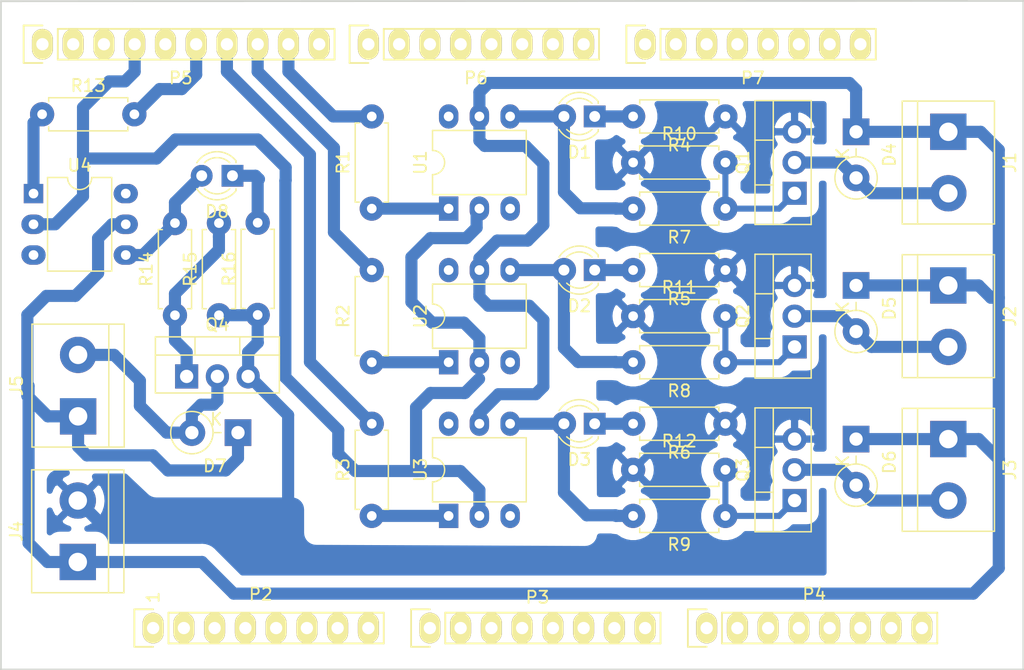
<source format=kicad_pcb>
(kicad_pcb (version 20171130) (host pcbnew "(5.1.2)-1")

  (general
    (thickness 1.6)
    (drawings 22)
    (tracks 197)
    (zones 0)
    (modules 43)
    (nets 79)
  )

  (page A4)
  (title_block
    (date "mar. 31 mars 2015")
  )

  (layers
    (0 F.Cu signal)
    (31 B.Cu signal)
    (32 B.Adhes user)
    (33 F.Adhes user)
    (34 B.Paste user)
    (35 F.Paste user)
    (36 B.SilkS user)
    (37 F.SilkS user)
    (38 B.Mask user)
    (39 F.Mask user)
    (40 Dwgs.User user hide)
    (41 Cmts.User user)
    (42 Eco1.User user)
    (43 Eco2.User user)
    (44 Edge.Cuts user)
    (45 Margin user)
    (46 B.CrtYd user)
    (47 F.CrtYd user hide)
    (48 B.Fab user)
    (49 F.Fab user)
  )

  (setup
    (last_trace_width 1)
    (user_trace_width 0.5)
    (user_trace_width 1)
    (user_trace_width 2)
    (trace_clearance 0.2)
    (zone_clearance 1)
    (zone_45_only no)
    (trace_min 0.2)
    (via_size 0.6)
    (via_drill 0.4)
    (via_min_size 0.4)
    (via_min_drill 0.3)
    (uvia_size 0.3)
    (uvia_drill 0.1)
    (uvias_allowed no)
    (uvia_min_size 0.2)
    (uvia_min_drill 0.1)
    (edge_width 0.15)
    (segment_width 0.15)
    (pcb_text_width 0.3)
    (pcb_text_size 1.5 1.5)
    (mod_edge_width 0.15)
    (mod_text_size 1 1)
    (mod_text_width 0.15)
    (pad_size 2 2)
    (pad_drill 0.8)
    (pad_to_mask_clearance 0)
    (aux_axis_origin 103.378 121.666)
    (visible_elements 7FFFFFFF)
    (pcbplotparams
      (layerselection 0x00030_80000001)
      (usegerberextensions false)
      (usegerberattributes false)
      (usegerberadvancedattributes false)
      (creategerberjobfile false)
      (excludeedgelayer true)
      (linewidth 0.100000)
      (plotframeref false)
      (viasonmask false)
      (mode 1)
      (useauxorigin false)
      (hpglpennumber 1)
      (hpglpenspeed 20)
      (hpglpendiameter 15.000000)
      (psnegative false)
      (psa4output false)
      (plotreference true)
      (plotvalue true)
      (plotinvisibletext false)
      (padsonsilk false)
      (subtractmaskfromsilk false)
      (outputformat 1)
      (mirror false)
      (drillshape 1)
      (scaleselection 1)
      (outputdirectory ""))
  )

  (net 0 "")
  (net 1 GND)
  (net 2 +5V)
  (net 3 /IOREF)
  (net 4 /Reset)
  (net 5 /Vin)
  (net 6 /A0)
  (net 7 /A1)
  (net 8 /A2)
  (net 9 /A3)
  (net 10 /A4)
  (net 11 /A5)
  (net 12 /A6)
  (net 13 /A7)
  (net 14 /A8)
  (net 15 /A9)
  (net 16 /A10)
  (net 17 /A11)
  (net 18 /A12)
  (net 19 /A13)
  (net 20 /A14)
  (net 21 /A15)
  (net 22 /SCL)
  (net 23 /SDA)
  (net 24 /AREF)
  (net 25 "/13(**)")
  (net 26 "/12(**)")
  (net 27 "/11(**)")
  (net 28 "/10(**)")
  (net 29 "/9(**)")
  (net 30 "/8(**)")
  (net 31 "/7(**)")
  (net 32 "/6(**)")
  (net 33 "/5(**)")
  (net 34 "/4(**)")
  (net 35 "/3(**)")
  (net 36 "/2(**)")
  (net 37 "/20(SDA)")
  (net 38 "/21(SCL)")
  (net 39 "Net-(P2-Pad1)")
  (net 40 +3V3)
  (net 41 "/1(Tx0)")
  (net 42 "/0(Rx0)")
  (net 43 "/14(Tx3)")
  (net 44 "/15(Rx3)")
  (net 45 "/16(Tx2)")
  (net 46 "/17(Rx2)")
  (net 47 "/18(Tx1)")
  (net 48 "/19(Rx1)")
  (net 49 "Net-(D1-Pad1)")
  (net 50 "Net-(D1-Pad2)")
  (net 51 "Net-(D2-Pad1)")
  (net 52 "Net-(D2-Pad2)")
  (net 53 "Net-(D3-Pad1)")
  (net 54 "Net-(D3-Pad2)")
  (net 55 "Net-(D4-Pad2)")
  (net 56 +24V)
  (net 57 "Net-(D5-Pad2)")
  (net 58 "Net-(D6-Pad2)")
  (net 59 "Net-(Q1-Pad1)")
  (net 60 "Net-(Q2-Pad1)")
  (net 61 "Net-(Q3-Pad1)")
  (net 62 "Net-(R1-Pad1)")
  (net 63 "Net-(R2-Pad1)")
  (net 64 "Net-(R3-Pad1)")
  (net 65 "Net-(U1-Pad3)")
  (net 66 "Net-(U1-Pad6)")
  (net 67 "Net-(U2-Pad3)")
  (net 68 "Net-(U2-Pad6)")
  (net 69 "Net-(U3-Pad6)")
  (net 70 "Net-(U3-Pad3)")
  (net 71 GNDD)
  (net 72 "Net-(D7-Pad2)")
  (net 73 "Net-(D8-Pad2)")
  (net 74 "Net-(D8-Pad1)")
  (net 75 "Net-(Q4-Pad1)")
  (net 76 "Net-(R13-Pad1)")
  (net 77 "Net-(U4-Pad6)")
  (net 78 "Net-(U4-Pad3)")

  (net_class Default "This is the default net class."
    (clearance 0.2)
    (trace_width 0.25)
    (via_dia 0.6)
    (via_drill 0.4)
    (uvia_dia 0.3)
    (uvia_drill 0.1)
    (add_net +24V)
    (add_net +3V3)
    (add_net +5V)
    (add_net "/0(Rx0)")
    (add_net "/1(Tx0)")
    (add_net "/10(**)")
    (add_net "/11(**)")
    (add_net "/12(**)")
    (add_net "/13(**)")
    (add_net "/14(Tx3)")
    (add_net "/15(Rx3)")
    (add_net "/16(Tx2)")
    (add_net "/17(Rx2)")
    (add_net "/18(Tx1)")
    (add_net "/19(Rx1)")
    (add_net "/2(**)")
    (add_net "/20(SDA)")
    (add_net "/21(SCL)")
    (add_net "/3(**)")
    (add_net "/4(**)")
    (add_net "/5(**)")
    (add_net "/6(**)")
    (add_net "/7(**)")
    (add_net "/8(**)")
    (add_net "/9(**)")
    (add_net /A0)
    (add_net /A1)
    (add_net /A10)
    (add_net /A11)
    (add_net /A12)
    (add_net /A13)
    (add_net /A14)
    (add_net /A15)
    (add_net /A2)
    (add_net /A3)
    (add_net /A4)
    (add_net /A5)
    (add_net /A6)
    (add_net /A7)
    (add_net /A8)
    (add_net /A9)
    (add_net /AREF)
    (add_net /IOREF)
    (add_net /Reset)
    (add_net /SCL)
    (add_net /SDA)
    (add_net /Vin)
    (add_net GND)
    (add_net GNDD)
    (add_net "Net-(D1-Pad1)")
    (add_net "Net-(D1-Pad2)")
    (add_net "Net-(D2-Pad1)")
    (add_net "Net-(D2-Pad2)")
    (add_net "Net-(D3-Pad1)")
    (add_net "Net-(D3-Pad2)")
    (add_net "Net-(D4-Pad2)")
    (add_net "Net-(D5-Pad2)")
    (add_net "Net-(D6-Pad2)")
    (add_net "Net-(D7-Pad2)")
    (add_net "Net-(D8-Pad1)")
    (add_net "Net-(D8-Pad2)")
    (add_net "Net-(P2-Pad1)")
    (add_net "Net-(Q1-Pad1)")
    (add_net "Net-(Q2-Pad1)")
    (add_net "Net-(Q3-Pad1)")
    (add_net "Net-(Q4-Pad1)")
    (add_net "Net-(R1-Pad1)")
    (add_net "Net-(R13-Pad1)")
    (add_net "Net-(R2-Pad1)")
    (add_net "Net-(R3-Pad1)")
    (add_net "Net-(U1-Pad3)")
    (add_net "Net-(U1-Pad6)")
    (add_net "Net-(U2-Pad3)")
    (add_net "Net-(U2-Pad6)")
    (add_net "Net-(U3-Pad3)")
    (add_net "Net-(U3-Pad6)")
    (add_net "Net-(U4-Pad3)")
    (add_net "Net-(U4-Pad6)")
  )

  (module Package_DIP:DIP-6_W7.62mm (layer F.Cu) (tedit 5FB284B5) (tstamp 5FB28506)
    (at 121.4374 83.2104)
    (descr "6-lead though-hole mounted DIP package, row spacing 7.62 mm (300 mils)")
    (tags "THT DIP DIL PDIP 2.54mm 7.62mm 300mil")
    (path /5FB38ABC)
    (fp_text reference U4 (at 3.81 -2.33) (layer F.SilkS)
      (effects (font (size 1 1) (thickness 0.15)))
    )
    (fp_text value 4N35 (at 3.81 7.41) (layer F.Fab)
      (effects (font (size 1 1) (thickness 0.15)))
    )
    (fp_text user %R (at 3.81 2.54) (layer F.Fab)
      (effects (font (size 1 1) (thickness 0.15)))
    )
    (fp_line (start 8.7 -1.55) (end -1.1 -1.55) (layer F.CrtYd) (width 0.05))
    (fp_line (start 8.7 6.6) (end 8.7 -1.55) (layer F.CrtYd) (width 0.05))
    (fp_line (start -1.1 6.6) (end 8.7 6.6) (layer F.CrtYd) (width 0.05))
    (fp_line (start -1.1 -1.55) (end -1.1 6.6) (layer F.CrtYd) (width 0.05))
    (fp_line (start 6.46 -1.33) (end 4.81 -1.33) (layer F.SilkS) (width 0.12))
    (fp_line (start 6.46 6.41) (end 6.46 -1.33) (layer F.SilkS) (width 0.12))
    (fp_line (start 1.16 6.41) (end 6.46 6.41) (layer F.SilkS) (width 0.12))
    (fp_line (start 1.16 -1.33) (end 1.16 6.41) (layer F.SilkS) (width 0.12))
    (fp_line (start 2.81 -1.33) (end 1.16 -1.33) (layer F.SilkS) (width 0.12))
    (fp_line (start 0.635 -0.27) (end 1.635 -1.27) (layer F.Fab) (width 0.1))
    (fp_line (start 0.635 6.35) (end 0.635 -0.27) (layer F.Fab) (width 0.1))
    (fp_line (start 6.985 6.35) (end 0.635 6.35) (layer F.Fab) (width 0.1))
    (fp_line (start 6.985 -1.27) (end 6.985 6.35) (layer F.Fab) (width 0.1))
    (fp_line (start 1.635 -1.27) (end 6.985 -1.27) (layer F.Fab) (width 0.1))
    (fp_arc (start 3.81 -1.33) (end 2.81 -1.33) (angle -180) (layer F.SilkS) (width 0.12))
    (pad 6 thru_hole oval (at 7.62 0) (size 2 1.6) (drill 0.8) (layers *.Cu *.Mask)
      (net 77 "Net-(U4-Pad6)"))
    (pad 3 thru_hole oval (at 0 5.08) (size 2 1.6) (drill 0.8) (layers *.Cu *.Mask)
      (net 78 "Net-(U4-Pad3)"))
    (pad 5 thru_hole oval (at 7.62 2.54) (size 2 1.6) (drill 0.8) (layers *.Cu *.Mask)
      (net 56 +24V))
    (pad 2 thru_hole oval (at 0 2.54) (size 2 1.6) (drill 0.8) (layers *.Cu *.Mask)
      (net 71 GNDD))
    (pad 4 thru_hole oval (at 7.62 5.08) (size 2 1.6) (drill 0.8) (layers *.Cu *.Mask)
      (net 73 "Net-(D8-Pad2)"))
    (pad 1 thru_hole rect (at 0 0) (size 1.6 1.6) (drill 0.8) (layers *.Cu *.Mask)
      (net 76 "Net-(R13-Pad1)"))
    (model ${KISYS3DMOD}/Package_DIP.3dshapes/DIP-6_W7.62mm.wrl
      (at (xyz 0 0 0))
      (scale (xyz 1 1 1))
      (rotate (xyz 0 0 0))
    )
  )

  (module Resistor_THT:R_Axial_DIN0207_L6.3mm_D2.5mm_P7.62mm_Horizontal (layer F.Cu) (tedit 5FB284F1) (tstamp 5FB28456)
    (at 139.954 93.2434 90)
    (descr "Resistor, Axial_DIN0207 series, Axial, Horizontal, pin pitch=7.62mm, 0.25W = 1/4W, length*diameter=6.3*2.5mm^2, http://cdn-reichelt.de/documents/datenblatt/B400/1_4W%23YAG.pdf")
    (tags "Resistor Axial_DIN0207 series Axial Horizontal pin pitch 7.62mm 0.25W = 1/4W length 6.3mm diameter 2.5mm")
    (path /5FB38AD0)
    (fp_text reference R16 (at 3.81 -2.37 90) (layer F.SilkS)
      (effects (font (size 1 1) (thickness 0.15)))
    )
    (fp_text value 1k (at 3.81 2.37 90) (layer F.Fab)
      (effects (font (size 1 1) (thickness 0.15)))
    )
    (fp_text user %R (at 3.81 0 90) (layer F.Fab)
      (effects (font (size 1 1) (thickness 0.15)))
    )
    (fp_line (start 8.67 -1.5) (end -1.05 -1.5) (layer F.CrtYd) (width 0.05))
    (fp_line (start 8.67 1.5) (end 8.67 -1.5) (layer F.CrtYd) (width 0.05))
    (fp_line (start -1.05 1.5) (end 8.67 1.5) (layer F.CrtYd) (width 0.05))
    (fp_line (start -1.05 -1.5) (end -1.05 1.5) (layer F.CrtYd) (width 0.05))
    (fp_line (start 7.08 1.37) (end 7.08 1.04) (layer F.SilkS) (width 0.12))
    (fp_line (start 0.54 1.37) (end 7.08 1.37) (layer F.SilkS) (width 0.12))
    (fp_line (start 0.54 1.04) (end 0.54 1.37) (layer F.SilkS) (width 0.12))
    (fp_line (start 7.08 -1.37) (end 7.08 -1.04) (layer F.SilkS) (width 0.12))
    (fp_line (start 0.54 -1.37) (end 7.08 -1.37) (layer F.SilkS) (width 0.12))
    (fp_line (start 0.54 -1.04) (end 0.54 -1.37) (layer F.SilkS) (width 0.12))
    (fp_line (start 7.62 0) (end 6.96 0) (layer F.Fab) (width 0.1))
    (fp_line (start 0 0) (end 0.66 0) (layer F.Fab) (width 0.1))
    (fp_line (start 6.96 -1.25) (end 0.66 -1.25) (layer F.Fab) (width 0.1))
    (fp_line (start 6.96 1.25) (end 6.96 -1.25) (layer F.Fab) (width 0.1))
    (fp_line (start 0.66 1.25) (end 6.96 1.25) (layer F.Fab) (width 0.1))
    (fp_line (start 0.66 -1.25) (end 0.66 1.25) (layer F.Fab) (width 0.1))
    (pad 2 thru_hole circle (at 7.62 0 90) (size 2 2) (drill 0.8) (layers *.Cu *.Mask)
      (net 74 "Net-(D8-Pad1)"))
    (pad 1 thru_hole circle (at 0 0 90) (size 2 2) (drill 0.8) (layers *.Cu *.Mask)
      (net 1 GND))
    (model ${KISYS3DMOD}/Resistor_THT.3dshapes/R_Axial_DIN0207_L6.3mm_D2.5mm_P7.62mm_Horizontal.wrl
      (at (xyz 0 0 0))
      (scale (xyz 1 1 1))
      (rotate (xyz 0 0 0))
    )
  )

  (module Resistor_THT:R_Axial_DIN0207_L6.3mm_D2.5mm_P7.62mm_Horizontal (layer F.Cu) (tedit 5FB28506) (tstamp 5FB2843F)
    (at 136.7536 93.2688 90)
    (descr "Resistor, Axial_DIN0207 series, Axial, Horizontal, pin pitch=7.62mm, 0.25W = 1/4W, length*diameter=6.3*2.5mm^2, http://cdn-reichelt.de/documents/datenblatt/B400/1_4W%23YAG.pdf")
    (tags "Resistor Axial_DIN0207 series Axial Horizontal pin pitch 7.62mm 0.25W = 1/4W length 6.3mm diameter 2.5mm")
    (path /5FB38AE4)
    (fp_text reference R15 (at 3.81 -2.37 90) (layer F.SilkS)
      (effects (font (size 1 1) (thickness 0.15)))
    )
    (fp_text value 39k (at 3.81 2.37 90) (layer F.Fab)
      (effects (font (size 1 1) (thickness 0.15)))
    )
    (fp_text user %R (at 3.81 0 90) (layer F.Fab)
      (effects (font (size 1 1) (thickness 0.15)))
    )
    (fp_line (start 8.67 -1.5) (end -1.05 -1.5) (layer F.CrtYd) (width 0.05))
    (fp_line (start 8.67 1.5) (end 8.67 -1.5) (layer F.CrtYd) (width 0.05))
    (fp_line (start -1.05 1.5) (end 8.67 1.5) (layer F.CrtYd) (width 0.05))
    (fp_line (start -1.05 -1.5) (end -1.05 1.5) (layer F.CrtYd) (width 0.05))
    (fp_line (start 7.08 1.37) (end 7.08 1.04) (layer F.SilkS) (width 0.12))
    (fp_line (start 0.54 1.37) (end 7.08 1.37) (layer F.SilkS) (width 0.12))
    (fp_line (start 0.54 1.04) (end 0.54 1.37) (layer F.SilkS) (width 0.12))
    (fp_line (start 7.08 -1.37) (end 7.08 -1.04) (layer F.SilkS) (width 0.12))
    (fp_line (start 0.54 -1.37) (end 7.08 -1.37) (layer F.SilkS) (width 0.12))
    (fp_line (start 0.54 -1.04) (end 0.54 -1.37) (layer F.SilkS) (width 0.12))
    (fp_line (start 7.62 0) (end 6.96 0) (layer F.Fab) (width 0.1))
    (fp_line (start 0 0) (end 0.66 0) (layer F.Fab) (width 0.1))
    (fp_line (start 6.96 -1.25) (end 0.66 -1.25) (layer F.Fab) (width 0.1))
    (fp_line (start 6.96 1.25) (end 6.96 -1.25) (layer F.Fab) (width 0.1))
    (fp_line (start 0.66 1.25) (end 6.96 1.25) (layer F.Fab) (width 0.1))
    (fp_line (start 0.66 -1.25) (end 0.66 1.25) (layer F.Fab) (width 0.1))
    (pad 2 thru_hole circle (at 7.62 0 90) (size 2 2) (drill 0.8) (layers *.Cu *.Mask)
      (net 75 "Net-(Q4-Pad1)"))
    (pad 1 thru_hole circle (at 0 0 90) (size 2 2) (drill 0.8) (layers *.Cu *.Mask)
      (net 1 GND))
    (model ${KISYS3DMOD}/Resistor_THT.3dshapes/R_Axial_DIN0207_L6.3mm_D2.5mm_P7.62mm_Horizontal.wrl
      (at (xyz 0 0 0))
      (scale (xyz 1 1 1))
      (rotate (xyz 0 0 0))
    )
  )

  (module Resistor_THT:R_Axial_DIN0207_L6.3mm_D2.5mm_P7.62mm_Horizontal (layer F.Cu) (tedit 5FB284E0) (tstamp 5FB28428)
    (at 133.1214 93.2688 90)
    (descr "Resistor, Axial_DIN0207 series, Axial, Horizontal, pin pitch=7.62mm, 0.25W = 1/4W, length*diameter=6.3*2.5mm^2, http://cdn-reichelt.de/documents/datenblatt/B400/1_4W%23YAG.pdf")
    (tags "Resistor Axial_DIN0207 series Axial Horizontal pin pitch 7.62mm 0.25W = 1/4W length 6.3mm diameter 2.5mm")
    (path /5FB38ADA)
    (fp_text reference R14 (at 3.81 -2.37 90) (layer F.SilkS)
      (effects (font (size 1 1) (thickness 0.15)))
    )
    (fp_text value 100 (at 3.81 2.37 90) (layer F.Fab)
      (effects (font (size 1 1) (thickness 0.15)))
    )
    (fp_text user %R (at 3.81 0 90) (layer F.Fab)
      (effects (font (size 1 1) (thickness 0.15)))
    )
    (fp_line (start 8.67 -1.5) (end -1.05 -1.5) (layer F.CrtYd) (width 0.05))
    (fp_line (start 8.67 1.5) (end 8.67 -1.5) (layer F.CrtYd) (width 0.05))
    (fp_line (start -1.05 1.5) (end 8.67 1.5) (layer F.CrtYd) (width 0.05))
    (fp_line (start -1.05 -1.5) (end -1.05 1.5) (layer F.CrtYd) (width 0.05))
    (fp_line (start 7.08 1.37) (end 7.08 1.04) (layer F.SilkS) (width 0.12))
    (fp_line (start 0.54 1.37) (end 7.08 1.37) (layer F.SilkS) (width 0.12))
    (fp_line (start 0.54 1.04) (end 0.54 1.37) (layer F.SilkS) (width 0.12))
    (fp_line (start 7.08 -1.37) (end 7.08 -1.04) (layer F.SilkS) (width 0.12))
    (fp_line (start 0.54 -1.37) (end 7.08 -1.37) (layer F.SilkS) (width 0.12))
    (fp_line (start 0.54 -1.04) (end 0.54 -1.37) (layer F.SilkS) (width 0.12))
    (fp_line (start 7.62 0) (end 6.96 0) (layer F.Fab) (width 0.1))
    (fp_line (start 0 0) (end 0.66 0) (layer F.Fab) (width 0.1))
    (fp_line (start 6.96 -1.25) (end 0.66 -1.25) (layer F.Fab) (width 0.1))
    (fp_line (start 6.96 1.25) (end 6.96 -1.25) (layer F.Fab) (width 0.1))
    (fp_line (start 0.66 1.25) (end 6.96 1.25) (layer F.Fab) (width 0.1))
    (fp_line (start 0.66 -1.25) (end 0.66 1.25) (layer F.Fab) (width 0.1))
    (pad 2 thru_hole circle (at 7.62 0 90) (size 2 2) (drill 0.8) (layers *.Cu *.Mask)
      (net 73 "Net-(D8-Pad2)"))
    (pad 1 thru_hole circle (at 0 0 90) (size 2 2) (drill 0.8) (layers *.Cu *.Mask)
      (net 75 "Net-(Q4-Pad1)"))
    (model ${KISYS3DMOD}/Resistor_THT.3dshapes/R_Axial_DIN0207_L6.3mm_D2.5mm_P7.62mm_Horizontal.wrl
      (at (xyz 0 0 0))
      (scale (xyz 1 1 1))
      (rotate (xyz 0 0 0))
    )
  )

  (module Resistor_THT:R_Axial_DIN0207_L6.3mm_D2.5mm_P7.62mm_Horizontal (layer F.Cu) (tedit 5FB284CA) (tstamp 5FB28411)
    (at 122.1486 76.6572)
    (descr "Resistor, Axial_DIN0207 series, Axial, Horizontal, pin pitch=7.62mm, 0.25W = 1/4W, length*diameter=6.3*2.5mm^2, http://cdn-reichelt.de/documents/datenblatt/B400/1_4W%23YAG.pdf")
    (tags "Resistor Axial_DIN0207 series Axial Horizontal pin pitch 7.62mm 0.25W = 1/4W length 6.3mm diameter 2.5mm")
    (path /5FB38AC6)
    (fp_text reference R13 (at 3.81 -2.37) (layer F.SilkS)
      (effects (font (size 1 1) (thickness 0.15)))
    )
    (fp_text value 1k (at 3.81 2.37) (layer F.Fab)
      (effects (font (size 1 1) (thickness 0.15)))
    )
    (fp_text user %R (at 3.951 -0.063365) (layer F.Fab)
      (effects (font (size 1 1) (thickness 0.15)))
    )
    (fp_line (start 8.67 -1.5) (end -1.05 -1.5) (layer F.CrtYd) (width 0.05))
    (fp_line (start 8.67 1.5) (end 8.67 -1.5) (layer F.CrtYd) (width 0.05))
    (fp_line (start -1.05 1.5) (end 8.67 1.5) (layer F.CrtYd) (width 0.05))
    (fp_line (start -1.05 -1.5) (end -1.05 1.5) (layer F.CrtYd) (width 0.05))
    (fp_line (start 7.08 1.37) (end 7.08 1.04) (layer F.SilkS) (width 0.12))
    (fp_line (start 0.54 1.37) (end 7.08 1.37) (layer F.SilkS) (width 0.12))
    (fp_line (start 0.54 1.04) (end 0.54 1.37) (layer F.SilkS) (width 0.12))
    (fp_line (start 7.08 -1.37) (end 7.08 -1.04) (layer F.SilkS) (width 0.12))
    (fp_line (start 0.54 -1.37) (end 7.08 -1.37) (layer F.SilkS) (width 0.12))
    (fp_line (start 0.54 -1.04) (end 0.54 -1.37) (layer F.SilkS) (width 0.12))
    (fp_line (start 7.62 0) (end 6.96 0) (layer F.Fab) (width 0.1))
    (fp_line (start 0 0) (end 0.66 0) (layer F.Fab) (width 0.1))
    (fp_line (start 6.96 -1.25) (end 0.66 -1.25) (layer F.Fab) (width 0.1))
    (fp_line (start 6.96 1.25) (end 6.96 -1.25) (layer F.Fab) (width 0.1))
    (fp_line (start 0.66 1.25) (end 6.96 1.25) (layer F.Fab) (width 0.1))
    (fp_line (start 0.66 -1.25) (end 0.66 1.25) (layer F.Fab) (width 0.1))
    (pad 2 thru_hole circle (at 7.62 0) (size 2 2) (drill 0.8) (layers *.Cu *.Mask)
      (net 26 "/12(**)"))
    (pad 1 thru_hole circle (at 0 0) (size 2 2) (drill 0.8) (layers *.Cu *.Mask)
      (net 76 "Net-(R13-Pad1)"))
    (model ${KISYS3DMOD}/Resistor_THT.3dshapes/R_Axial_DIN0207_L6.3mm_D2.5mm_P7.62mm_Horizontal.wrl
      (at (xyz 0 0 0))
      (scale (xyz 1 1 1))
      (rotate (xyz 0 0 0))
    )
  )

  (module Package_TO_SOT_THT:TO-220-3_Vertical (layer F.Cu) (tedit 5AC8BA0D) (tstamp 5FB281EA)
    (at 134.0866 98.3234)
    (descr "TO-220-3, Vertical, RM 2.54mm, see https://www.vishay.com/docs/66542/to-220-1.pdf")
    (tags "TO-220-3 Vertical RM 2.54mm")
    (path /5FB38AF8)
    (fp_text reference Q4 (at 2.54 -4.27) (layer F.SilkS)
      (effects (font (size 1 1) (thickness 0.15)))
    )
    (fp_text value IRF740 (at 2.54 2.5) (layer F.Fab)
      (effects (font (size 1 1) (thickness 0.15)))
    )
    (fp_text user %R (at 2.54 -4.27) (layer F.Fab)
      (effects (font (size 1 1) (thickness 0.15)))
    )
    (fp_line (start 7.79 -3.4) (end -2.71 -3.4) (layer F.CrtYd) (width 0.05))
    (fp_line (start 7.79 1.51) (end 7.79 -3.4) (layer F.CrtYd) (width 0.05))
    (fp_line (start -2.71 1.51) (end 7.79 1.51) (layer F.CrtYd) (width 0.05))
    (fp_line (start -2.71 -3.4) (end -2.71 1.51) (layer F.CrtYd) (width 0.05))
    (fp_line (start 4.391 -3.27) (end 4.391 -1.76) (layer F.SilkS) (width 0.12))
    (fp_line (start 0.69 -3.27) (end 0.69 -1.76) (layer F.SilkS) (width 0.12))
    (fp_line (start -2.58 -1.76) (end 7.66 -1.76) (layer F.SilkS) (width 0.12))
    (fp_line (start 7.66 -3.27) (end 7.66 1.371) (layer F.SilkS) (width 0.12))
    (fp_line (start -2.58 -3.27) (end -2.58 1.371) (layer F.SilkS) (width 0.12))
    (fp_line (start -2.58 1.371) (end 7.66 1.371) (layer F.SilkS) (width 0.12))
    (fp_line (start -2.58 -3.27) (end 7.66 -3.27) (layer F.SilkS) (width 0.12))
    (fp_line (start 4.39 -3.15) (end 4.39 -1.88) (layer F.Fab) (width 0.1))
    (fp_line (start 0.69 -3.15) (end 0.69 -1.88) (layer F.Fab) (width 0.1))
    (fp_line (start -2.46 -1.88) (end 7.54 -1.88) (layer F.Fab) (width 0.1))
    (fp_line (start 7.54 -3.15) (end -2.46 -3.15) (layer F.Fab) (width 0.1))
    (fp_line (start 7.54 1.25) (end 7.54 -3.15) (layer F.Fab) (width 0.1))
    (fp_line (start -2.46 1.25) (end 7.54 1.25) (layer F.Fab) (width 0.1))
    (fp_line (start -2.46 -3.15) (end -2.46 1.25) (layer F.Fab) (width 0.1))
    (pad 3 thru_hole oval (at 5.08 0) (size 1.905 2) (drill 1.1) (layers *.Cu *.Mask)
      (net 1 GND))
    (pad 2 thru_hole oval (at 2.54 0) (size 1.905 2) (drill 1.1) (layers *.Cu *.Mask)
      (net 72 "Net-(D7-Pad2)"))
    (pad 1 thru_hole rect (at 0 0) (size 1.905 2) (drill 1.1) (layers *.Cu *.Mask)
      (net 75 "Net-(Q4-Pad1)"))
    (model ${KISYS3DMOD}/Package_TO_SOT_THT.3dshapes/TO-220-3_Vertical.wrl
      (at (xyz 0 0 0))
      (scale (xyz 1 1 1))
      (rotate (xyz 0 0 0))
    )
  )

  (module TerminalBlock:TerminalBlock_bornier-2_P5.08mm (layer F.Cu) (tedit 59FF03AB) (tstamp 5FB2802E)
    (at 125.1204 101.6254 90)
    (descr "simple 2-pin terminal block, pitch 5.08mm, revamped version of bornier2")
    (tags "terminal block bornier2")
    (path /5FB38B0C)
    (fp_text reference J5 (at 2.54 -5.08 90) (layer F.SilkS)
      (effects (font (size 1 1) (thickness 0.15)))
    )
    (fp_text value Screw_Terminal_01x02 (at 2.54 5.08 90) (layer F.Fab)
      (effects (font (size 1 1) (thickness 0.15)))
    )
    (fp_line (start 7.79 4) (end -2.71 4) (layer F.CrtYd) (width 0.05))
    (fp_line (start 7.79 4) (end 7.79 -4) (layer F.CrtYd) (width 0.05))
    (fp_line (start -2.71 -4) (end -2.71 4) (layer F.CrtYd) (width 0.05))
    (fp_line (start -2.71 -4) (end 7.79 -4) (layer F.CrtYd) (width 0.05))
    (fp_line (start -2.54 3.81) (end 7.62 3.81) (layer F.SilkS) (width 0.12))
    (fp_line (start -2.54 -3.81) (end -2.54 3.81) (layer F.SilkS) (width 0.12))
    (fp_line (start 7.62 -3.81) (end -2.54 -3.81) (layer F.SilkS) (width 0.12))
    (fp_line (start 7.62 3.81) (end 7.62 -3.81) (layer F.SilkS) (width 0.12))
    (fp_line (start 7.62 2.54) (end -2.54 2.54) (layer F.SilkS) (width 0.12))
    (fp_line (start 7.54 -3.75) (end -2.46 -3.75) (layer F.Fab) (width 0.1))
    (fp_line (start 7.54 3.75) (end 7.54 -3.75) (layer F.Fab) (width 0.1))
    (fp_line (start -2.46 3.75) (end 7.54 3.75) (layer F.Fab) (width 0.1))
    (fp_line (start -2.46 -3.75) (end -2.46 3.75) (layer F.Fab) (width 0.1))
    (fp_line (start -2.41 2.55) (end 7.49 2.55) (layer F.Fab) (width 0.1))
    (fp_text user %R (at 2.54 0 90) (layer F.Fab)
      (effects (font (size 1 1) (thickness 0.15)))
    )
    (pad 2 thru_hole circle (at 5.08 0 90) (size 3 3) (drill 1.52) (layers *.Cu *.Mask)
      (net 72 "Net-(D7-Pad2)"))
    (pad 1 thru_hole rect (at 0 0 90) (size 3 3) (drill 1.52) (layers *.Cu *.Mask)
      (net 56 +24V))
    (model ${KISYS3DMOD}/TerminalBlock.3dshapes/TerminalBlock_bornier-2_P5.08mm.wrl
      (offset (xyz 2.539999961853027 0 0))
      (scale (xyz 1 1 1))
      (rotate (xyz 0 0 0))
    )
  )

  (module LED_THT:LED_D3.0mm (layer F.Cu) (tedit 587A3A7B) (tstamp 5FB27F79)
    (at 137.8712 81.7372 180)
    (descr "LED, diameter 3.0mm, 2 pins")
    (tags "LED diameter 3.0mm 2 pins")
    (path /5FB38AEE)
    (fp_text reference D8 (at 1.27 -2.96) (layer F.SilkS)
      (effects (font (size 1 1) (thickness 0.15)))
    )
    (fp_text value LED (at 1.27 2.96) (layer F.Fab)
      (effects (font (size 1 1) (thickness 0.15)))
    )
    (fp_arc (start 1.27 0) (end -0.23 -1.16619) (angle 284.3) (layer F.Fab) (width 0.1))
    (fp_arc (start 1.27 0) (end -0.29 -1.235516) (angle 108.8) (layer F.SilkS) (width 0.12))
    (fp_arc (start 1.27 0) (end -0.29 1.235516) (angle -108.8) (layer F.SilkS) (width 0.12))
    (fp_arc (start 1.27 0) (end 0.229039 -1.08) (angle 87.9) (layer F.SilkS) (width 0.12))
    (fp_arc (start 1.27 0) (end 0.229039 1.08) (angle -87.9) (layer F.SilkS) (width 0.12))
    (fp_circle (center 1.27 0) (end 2.77 0) (layer F.Fab) (width 0.1))
    (fp_line (start -0.23 -1.16619) (end -0.23 1.16619) (layer F.Fab) (width 0.1))
    (fp_line (start -0.29 -1.236) (end -0.29 -1.08) (layer F.SilkS) (width 0.12))
    (fp_line (start -0.29 1.08) (end -0.29 1.236) (layer F.SilkS) (width 0.12))
    (fp_line (start -1.15 -2.25) (end -1.15 2.25) (layer F.CrtYd) (width 0.05))
    (fp_line (start -1.15 2.25) (end 3.7 2.25) (layer F.CrtYd) (width 0.05))
    (fp_line (start 3.7 2.25) (end 3.7 -2.25) (layer F.CrtYd) (width 0.05))
    (fp_line (start 3.7 -2.25) (end -1.15 -2.25) (layer F.CrtYd) (width 0.05))
    (pad 1 thru_hole rect (at 0 0 180) (size 1.8 1.8) (drill 0.9) (layers *.Cu *.Mask)
      (net 74 "Net-(D8-Pad1)"))
    (pad 2 thru_hole circle (at 2.54 0 180) (size 1.8 1.8) (drill 0.9) (layers *.Cu *.Mask)
      (net 73 "Net-(D8-Pad2)"))
    (model ${KISYS3DMOD}/LED_THT.3dshapes/LED_D3.0mm.wrl
      (at (xyz 0 0 0))
      (scale (xyz 1 1 1))
      (rotate (xyz 0 0 0))
    )
  )

  (module Diode_THT:D_DO-41_SOD81_P3.81mm_Vertical_KathodeUp (layer F.Cu) (tedit 5B526DD3) (tstamp 5FB27F66)
    (at 138.3284 102.9716 180)
    (descr "Diode, DO-41_SOD81 series, Axial, Vertical, pin pitch=3.81mm, , length*diameter=5.2*2.7mm^2, , https://www.diodes.com/assets/Package-Files/DO-41-Plastic.pdf")
    (tags "Diode DO-41_SOD81 series Axial Vertical pin pitch 3.81mm  length 5.2mm diameter 2.7mm")
    (path /5FB38B02)
    (fp_text reference D7 (at 1.905 -2.750635) (layer F.SilkS)
      (effects (font (size 1 1) (thickness 0.15)))
    )
    (fp_text value 1N4007 (at 1.905 4.084135) (layer F.Fab)
      (effects (font (size 1 1) (thickness 0.15)))
    )
    (fp_text user K (at 1.8 1.1) (layer F.SilkS)
      (effects (font (size 1 1) (thickness 0.15)))
    )
    (fp_text user K (at 1.8 1.1) (layer F.Fab)
      (effects (font (size 1 1) (thickness 0.15)))
    )
    (fp_text user %R (at 1.905 -2.750635) (layer F.Fab)
      (effects (font (size 1 1) (thickness 0.15)))
    )
    (fp_line (start 5.41 -1.6) (end -1.35 -1.6) (layer F.CrtYd) (width 0.05))
    (fp_line (start 5.41 1.6) (end 5.41 -1.6) (layer F.CrtYd) (width 0.05))
    (fp_line (start -1.35 1.6) (end 5.41 1.6) (layer F.CrtYd) (width 0.05))
    (fp_line (start -1.35 -1.6) (end -1.35 1.6) (layer F.CrtYd) (width 0.05))
    (fp_line (start 2.059365 0) (end 1.4 0) (layer F.SilkS) (width 0.12))
    (fp_line (start 0 0) (end 3.81 0) (layer F.Fab) (width 0.1))
    (fp_circle (center 3.81 0) (end 5.560635 0) (layer F.SilkS) (width 0.12))
    (fp_circle (center 3.81 0) (end 5.16 0) (layer F.Fab) (width 0.1))
    (pad 2 thru_hole oval (at 3.81 0 180) (size 2.2 2.2) (drill 1.1) (layers *.Cu *.Mask)
      (net 72 "Net-(D7-Pad2)"))
    (pad 1 thru_hole rect (at 0 0 180) (size 2.2 2.2) (drill 1.1) (layers *.Cu *.Mask)
      (net 56 +24V))
    (model ${KISYS3DMOD}/Diode_THT.3dshapes/D_DO-41_SOD81_P3.81mm_Vertical_KathodeUp.wrl
      (at (xyz 0 0 0))
      (scale (xyz 1 1 1))
      (rotate (xyz 0 0 0))
    )
  )

  (module Resistor_THT:R_Axial_DIN0207_L6.3mm_D2.5mm_P7.62mm_Horizontal (layer F.Cu) (tedit 5F99EE71) (tstamp 5CF6F517)
    (at 149.3774 84.455 90)
    (descr "Resistor, Axial_DIN0207 series, Axial, Horizontal, pin pitch=7.62mm, 0.25W = 1/4W, length*diameter=6.3*2.5mm^2, http://cdn-reichelt.de/documents/datenblatt/B400/1_4W%23YAG.pdf")
    (tags "Resistor Axial_DIN0207 series Axial Horizontal pin pitch 7.62mm 0.25W = 1/4W length 6.3mm diameter 2.5mm")
    (path /5CF72338)
    (fp_text reference R1 (at 3.81 -2.37 -90) (layer F.SilkS)
      (effects (font (size 1 1) (thickness 0.15)))
    )
    (fp_text value 1k (at 3.81 2.37 -90) (layer F.Fab)
      (effects (font (size 1 1) (thickness 0.15)))
    )
    (fp_text user %R (at 3.81 0 -90) (layer F.Fab)
      (effects (font (size 1 1) (thickness 0.15)))
    )
    (fp_line (start 8.67 -1.5) (end -1.05 -1.5) (layer F.CrtYd) (width 0.05))
    (fp_line (start 8.67 1.5) (end 8.67 -1.5) (layer F.CrtYd) (width 0.05))
    (fp_line (start -1.05 1.5) (end 8.67 1.5) (layer F.CrtYd) (width 0.05))
    (fp_line (start -1.05 -1.5) (end -1.05 1.5) (layer F.CrtYd) (width 0.05))
    (fp_line (start 7.08 1.37) (end 7.08 1.04) (layer F.SilkS) (width 0.12))
    (fp_line (start 0.54 1.37) (end 7.08 1.37) (layer F.SilkS) (width 0.12))
    (fp_line (start 0.54 1.04) (end 0.54 1.37) (layer F.SilkS) (width 0.12))
    (fp_line (start 7.08 -1.37) (end 7.08 -1.04) (layer F.SilkS) (width 0.12))
    (fp_line (start 0.54 -1.37) (end 7.08 -1.37) (layer F.SilkS) (width 0.12))
    (fp_line (start 0.54 -1.04) (end 0.54 -1.37) (layer F.SilkS) (width 0.12))
    (fp_line (start 7.62 0) (end 6.96 0) (layer F.Fab) (width 0.1))
    (fp_line (start 0 0) (end 0.66 0) (layer F.Fab) (width 0.1))
    (fp_line (start 6.96 -1.25) (end 0.66 -1.25) (layer F.Fab) (width 0.1))
    (fp_line (start 6.96 1.25) (end 6.96 -1.25) (layer F.Fab) (width 0.1))
    (fp_line (start 0.66 1.25) (end 6.96 1.25) (layer F.Fab) (width 0.1))
    (fp_line (start 0.66 -1.25) (end 0.66 1.25) (layer F.Fab) (width 0.1))
    (pad 2 thru_hole oval (at 7.62 0 90) (size 2 2) (drill 0.8) (layers *.Cu *.Mask)
      (net 29 "/9(**)"))
    (pad 1 thru_hole circle (at 0 0 90) (size 2 2) (drill 0.8) (layers *.Cu *.Mask)
      (net 62 "Net-(R1-Pad1)"))
    (model ${KISYS3DMOD}/Resistor_THT.3dshapes/R_Axial_DIN0207_L6.3mm_D2.5mm_P7.62mm_Horizontal.wrl
      (at (xyz 0 0 0))
      (scale (xyz 1 1 1))
      (rotate (xyz 0 0 0))
    )
  )

  (module Package_DIP:DIP-6_W7.62mm (layer F.Cu) (tedit 5F9342A4) (tstamp 5CF6F64E)
    (at 155.7274 84.455 90)
    (descr "6-lead though-hole mounted DIP package, row spacing 7.62 mm (300 mils)")
    (tags "THT DIP DIL PDIP 2.54mm 7.62mm 300mil")
    (path /5CF70A4D)
    (fp_text reference U1 (at 3.81 -2.33 -90) (layer F.SilkS)
      (effects (font (size 1 1) (thickness 0.15)))
    )
    (fp_text value 4N35 (at 3.81 7.41 -90) (layer F.Fab)
      (effects (font (size 1 1) (thickness 0.15)))
    )
    (fp_arc (start 3.81 -1.33) (end 2.81 -1.33) (angle -180) (layer F.SilkS) (width 0.12))
    (fp_line (start 1.635 -1.27) (end 6.985 -1.27) (layer F.Fab) (width 0.1))
    (fp_line (start 6.985 -1.27) (end 6.985 6.35) (layer F.Fab) (width 0.1))
    (fp_line (start 6.985 6.35) (end 0.635 6.35) (layer F.Fab) (width 0.1))
    (fp_line (start 0.635 6.35) (end 0.635 -0.27) (layer F.Fab) (width 0.1))
    (fp_line (start 0.635 -0.27) (end 1.635 -1.27) (layer F.Fab) (width 0.1))
    (fp_line (start 2.81 -1.33) (end 1.16 -1.33) (layer F.SilkS) (width 0.12))
    (fp_line (start 1.16 -1.33) (end 1.16 6.41) (layer F.SilkS) (width 0.12))
    (fp_line (start 1.16 6.41) (end 6.46 6.41) (layer F.SilkS) (width 0.12))
    (fp_line (start 6.46 6.41) (end 6.46 -1.33) (layer F.SilkS) (width 0.12))
    (fp_line (start 6.46 -1.33) (end 4.81 -1.33) (layer F.SilkS) (width 0.12))
    (fp_line (start -1.1 -1.55) (end -1.1 6.6) (layer F.CrtYd) (width 0.05))
    (fp_line (start -1.1 6.6) (end 8.7 6.6) (layer F.CrtYd) (width 0.05))
    (fp_line (start 8.7 6.6) (end 8.7 -1.55) (layer F.CrtYd) (width 0.05))
    (fp_line (start 8.7 -1.55) (end -1.1 -1.55) (layer F.CrtYd) (width 0.05))
    (fp_text user %R (at 3.81 2.54 -90) (layer F.Fab)
      (effects (font (size 1 1) (thickness 0.15)))
    )
    (pad 1 thru_hole rect (at 0 0 90) (size 2 1.6) (drill 0.8) (layers *.Cu *.Mask)
      (net 62 "Net-(R1-Pad1)"))
    (pad 4 thru_hole oval (at 7.62 5.08 90) (size 2 1.6) (drill 0.8) (layers *.Cu *.Mask)
      (net 50 "Net-(D1-Pad2)"))
    (pad 2 thru_hole oval (at 0 2.54 90) (size 2 1.6) (drill 0.8) (layers *.Cu *.Mask)
      (net 71 GNDD))
    (pad 5 thru_hole oval (at 7.62 2.54 90) (size 2 1.6) (drill 0.8) (layers *.Cu *.Mask)
      (net 56 +24V))
    (pad 3 thru_hole oval (at 0 5.08 90) (size 2 1.6) (drill 0.8) (layers *.Cu *.Mask)
      (net 65 "Net-(U1-Pad3)"))
    (pad 6 thru_hole oval (at 7.62 0 90) (size 2 1.6) (drill 0.8) (layers *.Cu *.Mask)
      (net 66 "Net-(U1-Pad6)"))
    (model ${KISYS3DMOD}/Package_DIP.3dshapes/DIP-6_W7.62mm.wrl
      (at (xyz 0 0 0))
      (scale (xyz 1 1 1))
      (rotate (xyz 0 0 0))
    )
  )

  (module Package_DIP:DIP-6_W7.62mm (layer F.Cu) (tedit 5F934290) (tstamp 5CF6F668)
    (at 155.7274 97.155 90)
    (descr "6-lead though-hole mounted DIP package, row spacing 7.62 mm (300 mils)")
    (tags "THT DIP DIL PDIP 2.54mm 7.62mm 300mil")
    (path /5CFF4CEE)
    (fp_text reference U2 (at 3.81 -2.33 -90) (layer F.SilkS)
      (effects (font (size 1 1) (thickness 0.15)))
    )
    (fp_text value 4N35 (at 3.81 7.41 -90) (layer F.Fab)
      (effects (font (size 1 1) (thickness 0.15)))
    )
    (fp_arc (start 3.81 -1.33) (end 2.81 -1.33) (angle -180) (layer F.SilkS) (width 0.12))
    (fp_line (start 1.635 -1.27) (end 6.985 -1.27) (layer F.Fab) (width 0.1))
    (fp_line (start 6.985 -1.27) (end 6.985 6.35) (layer F.Fab) (width 0.1))
    (fp_line (start 6.985 6.35) (end 0.635 6.35) (layer F.Fab) (width 0.1))
    (fp_line (start 0.635 6.35) (end 0.635 -0.27) (layer F.Fab) (width 0.1))
    (fp_line (start 0.635 -0.27) (end 1.635 -1.27) (layer F.Fab) (width 0.1))
    (fp_line (start 2.81 -1.33) (end 1.16 -1.33) (layer F.SilkS) (width 0.12))
    (fp_line (start 1.16 -1.33) (end 1.16 6.41) (layer F.SilkS) (width 0.12))
    (fp_line (start 1.16 6.41) (end 6.46 6.41) (layer F.SilkS) (width 0.12))
    (fp_line (start 6.46 6.41) (end 6.46 -1.33) (layer F.SilkS) (width 0.12))
    (fp_line (start 6.46 -1.33) (end 4.81 -1.33) (layer F.SilkS) (width 0.12))
    (fp_line (start -1.1 -1.55) (end -1.1 6.6) (layer F.CrtYd) (width 0.05))
    (fp_line (start -1.1 6.6) (end 8.7 6.6) (layer F.CrtYd) (width 0.05))
    (fp_line (start 8.7 6.6) (end 8.7 -1.55) (layer F.CrtYd) (width 0.05))
    (fp_line (start 8.7 -1.55) (end -1.1 -1.55) (layer F.CrtYd) (width 0.05))
    (fp_text user %R (at 3.81 1.905 -90) (layer F.Fab)
      (effects (font (size 1 1) (thickness 0.15)))
    )
    (pad 1 thru_hole rect (at 0 0 90) (size 2 1.6) (drill 0.8) (layers *.Cu *.Mask)
      (net 63 "Net-(R2-Pad1)"))
    (pad 4 thru_hole oval (at 7.62 5.08 90) (size 2 1.6) (drill 0.8) (layers *.Cu *.Mask)
      (net 52 "Net-(D2-Pad2)"))
    (pad 2 thru_hole oval (at 0 2.54 90) (size 2 1.6) (drill 0.8) (layers *.Cu *.Mask)
      (net 71 GNDD))
    (pad 5 thru_hole oval (at 7.62 2.54 90) (size 2 1.6) (drill 0.8) (layers *.Cu *.Mask)
      (net 56 +24V))
    (pad 3 thru_hole oval (at 0 5.08 90) (size 2 1.6) (drill 0.8) (layers *.Cu *.Mask)
      (net 67 "Net-(U2-Pad3)"))
    (pad 6 thru_hole oval (at 7.62 0 90) (size 2 1.6) (drill 0.8) (layers *.Cu *.Mask)
      (net 68 "Net-(U2-Pad6)"))
    (model ${KISYS3DMOD}/Package_DIP.3dshapes/DIP-6_W7.62mm.wrl
      (at (xyz 0 0 0))
      (scale (xyz 1 1 1))
      (rotate (xyz 0 0 0))
    )
  )

  (module Package_DIP:DIP-6_W7.62mm (layer F.Cu) (tedit 5F93427B) (tstamp 5CF71303)
    (at 155.7274 109.855 90)
    (descr "6-lead though-hole mounted DIP package, row spacing 7.62 mm (300 mils)")
    (tags "THT DIP DIL PDIP 2.54mm 7.62mm 300mil")
    (path /5D00CD91)
    (fp_text reference U3 (at 3.81 -2.33 -90) (layer F.SilkS)
      (effects (font (size 1 1) (thickness 0.15)))
    )
    (fp_text value 4N35 (at 3.81 7.41 -90) (layer F.Fab)
      (effects (font (size 1 1) (thickness 0.15)))
    )
    (fp_text user %R (at 3.81 2.54 -90) (layer F.Fab)
      (effects (font (size 1 1) (thickness 0.15)))
    )
    (fp_line (start 8.7 -1.55) (end -1.1 -1.55) (layer F.CrtYd) (width 0.05))
    (fp_line (start 8.7 6.6) (end 8.7 -1.55) (layer F.CrtYd) (width 0.05))
    (fp_line (start -1.1 6.6) (end 8.7 6.6) (layer F.CrtYd) (width 0.05))
    (fp_line (start -1.1 -1.55) (end -1.1 6.6) (layer F.CrtYd) (width 0.05))
    (fp_line (start 6.46 -1.33) (end 4.81 -1.33) (layer F.SilkS) (width 0.12))
    (fp_line (start 6.46 6.41) (end 6.46 -1.33) (layer F.SilkS) (width 0.12))
    (fp_line (start 1.16 6.41) (end 6.46 6.41) (layer F.SilkS) (width 0.12))
    (fp_line (start 1.16 -1.33) (end 1.16 6.41) (layer F.SilkS) (width 0.12))
    (fp_line (start 2.81 -1.33) (end 1.16 -1.33) (layer F.SilkS) (width 0.12))
    (fp_line (start 0.635 -0.27) (end 1.635 -1.27) (layer F.Fab) (width 0.1))
    (fp_line (start 0.635 6.35) (end 0.635 -0.27) (layer F.Fab) (width 0.1))
    (fp_line (start 6.985 6.35) (end 0.635 6.35) (layer F.Fab) (width 0.1))
    (fp_line (start 6.985 -1.27) (end 6.985 6.35) (layer F.Fab) (width 0.1))
    (fp_line (start 1.635 -1.27) (end 6.985 -1.27) (layer F.Fab) (width 0.1))
    (fp_arc (start 3.81 -1.33) (end 2.81 -1.33) (angle -180) (layer F.SilkS) (width 0.12))
    (pad 6 thru_hole oval (at 7.62 0 90) (size 2 1.6) (drill 0.8) (layers *.Cu *.Mask)
      (net 69 "Net-(U3-Pad6)"))
    (pad 3 thru_hole oval (at 0 5.08 90) (size 2 1.6) (drill 0.8) (layers *.Cu *.Mask)
      (net 70 "Net-(U3-Pad3)"))
    (pad 5 thru_hole oval (at 7.62 2.54 90) (size 2 1.6) (drill 0.8) (layers *.Cu *.Mask)
      (net 56 +24V))
    (pad 2 thru_hole oval (at 0 2.54 90) (size 2 1.6) (drill 0.8) (layers *.Cu *.Mask)
      (net 71 GNDD))
    (pad 4 thru_hole oval (at 7.62 5.08 90) (size 2 1.6) (drill 0.8) (layers *.Cu *.Mask)
      (net 54 "Net-(D3-Pad2)"))
    (pad 1 thru_hole rect (at 0 0 90) (size 2 1.6) (drill 0.8) (layers *.Cu *.Mask)
      (net 64 "Net-(R3-Pad1)"))
    (model ${KISYS3DMOD}/Package_DIP.3dshapes/DIP-6_W7.62mm.wrl
      (at (xyz 0 0 0))
      (scale (xyz 1 1 1))
      (rotate (xyz 0 0 0))
    )
  )

  (module Socket_Arduino_Mega:Socket_Strip_Arduino_1x08 locked (layer F.Cu) (tedit 5F9328B3) (tstamp 551AFD71)
    (at 171.958 70.866)
    (descr "Through hole socket strip")
    (tags "socket strip")
    (path /56D73F2C)
    (fp_text reference P7 (at 8.89 2.794) (layer F.SilkS)
      (effects (font (size 1 1) (thickness 0.15)))
    )
    (fp_text value Communication (at 8.89 4.064) (layer F.Fab)
      (effects (font (size 1 1) (thickness 0.15)))
    )
    (fp_line (start -1.75 -1.75) (end -1.75 1.75) (layer F.CrtYd) (width 0.05))
    (fp_line (start 19.55 -1.75) (end 19.55 1.75) (layer F.CrtYd) (width 0.05))
    (fp_line (start -1.75 -1.75) (end 19.55 -1.75) (layer F.CrtYd) (width 0.05))
    (fp_line (start -1.75 1.75) (end 19.55 1.75) (layer F.CrtYd) (width 0.05))
    (fp_line (start 1.27 1.27) (end 19.05 1.27) (layer F.SilkS) (width 0.15))
    (fp_line (start 19.05 1.27) (end 19.05 -1.27) (layer F.SilkS) (width 0.15))
    (fp_line (start 19.05 -1.27) (end 1.27 -1.27) (layer F.SilkS) (width 0.15))
    (fp_line (start -1.55 1.55) (end 0 1.55) (layer F.SilkS) (width 0.15))
    (fp_line (start 1.27 1.27) (end 1.27 -1.27) (layer F.SilkS) (width 0.15))
    (fp_line (start 0 -1.55) (end -1.55 -1.55) (layer F.SilkS) (width 0.15))
    (fp_line (start -1.55 -1.55) (end -1.55 1.55) (layer F.SilkS) (width 0.15))
    (pad 1 thru_hole oval (at 0 0) (size 1.7272 2.532) (drill 1.016) (layers *.Cu *.Mask F.SilkS)
      (net 43 "/14(Tx3)"))
    (pad 2 thru_hole oval (at 2.54 0) (size 1.7272 2.532) (drill 1.016) (layers *.Cu *.Mask F.SilkS)
      (net 44 "/15(Rx3)"))
    (pad 3 thru_hole oval (at 5.08 0) (size 1.7272 2.532) (drill 1.016) (layers *.Cu *.Mask F.SilkS)
      (net 45 "/16(Tx2)"))
    (pad 4 thru_hole oval (at 7.62 0) (size 1.7272 2.532) (drill 1.016) (layers *.Cu *.Mask F.SilkS)
      (net 46 "/17(Rx2)"))
    (pad 5 thru_hole oval (at 10.16 0) (size 1.7272 2.532) (drill 1.016) (layers *.Cu *.Mask F.SilkS)
      (net 47 "/18(Tx1)"))
    (pad 6 thru_hole oval (at 12.7 0) (size 1.7272 2.532) (drill 1.016) (layers *.Cu *.Mask F.SilkS)
      (net 48 "/19(Rx1)"))
    (pad 7 thru_hole oval (at 15.24 0) (size 1.7272 2.532) (drill 1.016) (layers *.Cu *.Mask F.SilkS)
      (net 37 "/20(SDA)"))
    (pad 8 thru_hole oval (at 17.78 0) (size 1.7272 2.532) (drill 1.016) (layers *.Cu *.Mask F.SilkS)
      (net 38 "/21(SCL)"))
    (model ${KIPRJMOD}/Socket_Arduino_Mega.3dshapes/Socket_header_Arduino_1x08.wrl
      (offset (xyz 8.889999866485596 0 0))
      (scale (xyz 1 1 1))
      (rotate (xyz 0 0 180))
    )
  )

  (module Socket_Arduino_Mega:Socket_Strip_Arduino_1x08 locked (layer F.Cu) (tedit 5F932880) (tstamp 551AFD5A)
    (at 149.098 70.866)
    (descr "Through hole socket strip")
    (tags "socket strip")
    (path /56D734D0)
    (fp_text reference P6 (at 8.89 2.794) (layer F.SilkS)
      (effects (font (size 1 1) (thickness 0.15)))
    )
    (fp_text value PWM (at 8.89 4.318) (layer F.Fab)
      (effects (font (size 1 1) (thickness 0.15)))
    )
    (fp_line (start -1.75 -1.75) (end -1.75 1.75) (layer F.CrtYd) (width 0.05))
    (fp_line (start 19.55 -1.75) (end 19.55 1.75) (layer F.CrtYd) (width 0.05))
    (fp_line (start -1.75 -1.75) (end 19.55 -1.75) (layer F.CrtYd) (width 0.05))
    (fp_line (start -1.75 1.75) (end 19.55 1.75) (layer F.CrtYd) (width 0.05))
    (fp_line (start 1.27 1.27) (end 19.05 1.27) (layer F.SilkS) (width 0.15))
    (fp_line (start 19.05 1.27) (end 19.05 -1.27) (layer F.SilkS) (width 0.15))
    (fp_line (start 19.05 -1.27) (end 1.27 -1.27) (layer F.SilkS) (width 0.15))
    (fp_line (start -1.55 1.55) (end 0 1.55) (layer F.SilkS) (width 0.15))
    (fp_line (start 1.27 1.27) (end 1.27 -1.27) (layer F.SilkS) (width 0.15))
    (fp_line (start 0 -1.55) (end -1.55 -1.55) (layer F.SilkS) (width 0.15))
    (fp_line (start -1.55 -1.55) (end -1.55 1.55) (layer F.SilkS) (width 0.15))
    (pad 1 thru_hole oval (at 0 0) (size 1.7272 2.532) (drill 1.016) (layers *.Cu *.Mask F.SilkS)
      (net 31 "/7(**)"))
    (pad 2 thru_hole oval (at 2.54 0) (size 1.7272 2.532) (drill 1.016) (layers *.Cu *.Mask F.SilkS)
      (net 32 "/6(**)"))
    (pad 3 thru_hole oval (at 5.08 0) (size 1.7272 2.532) (drill 1.016) (layers *.Cu *.Mask F.SilkS)
      (net 33 "/5(**)"))
    (pad 4 thru_hole oval (at 7.62 0) (size 1.7272 2.532) (drill 1.016) (layers *.Cu *.Mask F.SilkS)
      (net 34 "/4(**)"))
    (pad 5 thru_hole oval (at 10.16 0) (size 1.7272 2.532) (drill 1.016) (layers *.Cu *.Mask F.SilkS)
      (net 35 "/3(**)"))
    (pad 6 thru_hole oval (at 12.7 0) (size 1.7272 2.532) (drill 1.016) (layers *.Cu *.Mask F.SilkS)
      (net 36 "/2(**)"))
    (pad 7 thru_hole oval (at 15.24 0) (size 1.7272 2.532) (drill 1.016) (layers *.Cu *.Mask F.SilkS)
      (net 41 "/1(Tx0)"))
    (pad 8 thru_hole oval (at 17.78 0) (size 1.7272 2.532) (drill 1.016) (layers *.Cu *.Mask F.SilkS)
      (net 42 "/0(Rx0)"))
    (model ${KIPRJMOD}/Socket_Arduino_Mega.3dshapes/Socket_header_Arduino_1x08.wrl
      (offset (xyz 8.889999866485596 0 0))
      (scale (xyz 1 1 1))
      (rotate (xyz 0 0 180))
    )
  )

  (module Socket_Arduino_Mega:Socket_Strip_Arduino_1x10 locked (layer F.Cu) (tedit 5F93284E) (tstamp 551AFD43)
    (at 122.174 70.866)
    (descr "Through hole socket strip")
    (tags "socket strip")
    (path /56D72368)
    (fp_text reference P5 (at 11.43 2.794) (layer F.SilkS)
      (effects (font (size 1 1) (thickness 0.15)))
    )
    (fp_text value PWM (at 11.43 4.318) (layer F.Fab)
      (effects (font (size 1 1) (thickness 0.15)))
    )
    (fp_line (start -1.75 -1.75) (end -1.75 1.75) (layer F.CrtYd) (width 0.05))
    (fp_line (start 24.65 -1.75) (end 24.65 1.75) (layer F.CrtYd) (width 0.05))
    (fp_line (start -1.75 -1.75) (end 24.65 -1.75) (layer F.CrtYd) (width 0.05))
    (fp_line (start -1.75 1.75) (end 24.65 1.75) (layer F.CrtYd) (width 0.05))
    (fp_line (start 1.27 1.27) (end 24.13 1.27) (layer F.SilkS) (width 0.15))
    (fp_line (start 24.13 1.27) (end 24.13 -1.27) (layer F.SilkS) (width 0.15))
    (fp_line (start 24.13 -1.27) (end 1.27 -1.27) (layer F.SilkS) (width 0.15))
    (fp_line (start -1.55 1.55) (end 0 1.55) (layer F.SilkS) (width 0.15))
    (fp_line (start 1.27 1.27) (end 1.27 -1.27) (layer F.SilkS) (width 0.15))
    (fp_line (start 0 -1.55) (end -1.55 -1.55) (layer F.SilkS) (width 0.15))
    (fp_line (start -1.55 -1.55) (end -1.55 1.55) (layer F.SilkS) (width 0.15))
    (pad 1 thru_hole oval (at 0 0) (size 1.7272 2.532) (drill 1.016) (layers *.Cu *.Mask F.SilkS)
      (net 22 /SCL))
    (pad 2 thru_hole oval (at 2.54 0) (size 1.7272 2.532) (drill 1.016) (layers *.Cu *.Mask F.SilkS)
      (net 23 /SDA))
    (pad 3 thru_hole oval (at 5.08 0) (size 1.7272 2.532) (drill 1.016) (layers *.Cu *.Mask F.SilkS)
      (net 24 /AREF))
    (pad 4 thru_hole oval (at 7.62 0) (size 1.7272 2.532) (drill 1.016) (layers *.Cu *.Mask F.SilkS)
      (net 71 GNDD))
    (pad 5 thru_hole oval (at 10.16 0) (size 1.7272 2.532) (drill 1.016) (layers *.Cu *.Mask F.SilkS)
      (net 25 "/13(**)"))
    (pad 6 thru_hole oval (at 12.7 0) (size 1.7272 2.532) (drill 1.016) (layers *.Cu *.Mask F.SilkS)
      (net 26 "/12(**)"))
    (pad 7 thru_hole oval (at 15.24 0) (size 1.7272 2.532) (drill 1.016) (layers *.Cu *.Mask F.SilkS)
      (net 27 "/11(**)"))
    (pad 8 thru_hole oval (at 17.78 0) (size 1.7272 2.532) (drill 1.016) (layers *.Cu *.Mask F.SilkS)
      (net 28 "/10(**)"))
    (pad 9 thru_hole oval (at 20.32 0) (size 1.7272 2.532) (drill 1.016) (layers *.Cu *.Mask F.SilkS)
      (net 29 "/9(**)"))
    (pad 10 thru_hole oval (at 22.86 0) (size 1.7272 2.532) (drill 1.016) (layers *.Cu *.Mask F.SilkS)
      (net 30 "/8(**)"))
    (model ${KIPRJMOD}/Socket_Arduino_Mega.3dshapes/Socket_header_Arduino_1x10.wrl
      (offset (xyz 11.42999982833862 0 0))
      (scale (xyz 1 1 1))
      (rotate (xyz 0 0 180))
    )
  )

  (module Socket_Arduino_Mega:Socket_Strip_Arduino_1x08 locked (layer F.Cu) (tedit 5F93280B) (tstamp 551AFD2A)
    (at 177.038 119.126)
    (descr "Through hole socket strip")
    (tags "socket strip")
    (path /56D73A0E)
    (fp_text reference P4 (at 8.89 -2.794) (layer F.SilkS)
      (effects (font (size 1 1) (thickness 0.15)))
    )
    (fp_text value Analog (at 8.89 -4.318) (layer F.Fab)
      (effects (font (size 1 1) (thickness 0.15)))
    )
    (fp_line (start -1.75 -1.75) (end -1.75 1.75) (layer F.CrtYd) (width 0.05))
    (fp_line (start 19.55 -1.75) (end 19.55 1.75) (layer F.CrtYd) (width 0.05))
    (fp_line (start -1.75 -1.75) (end 19.55 -1.75) (layer F.CrtYd) (width 0.05))
    (fp_line (start -1.75 1.75) (end 19.55 1.75) (layer F.CrtYd) (width 0.05))
    (fp_line (start 1.27 1.27) (end 19.05 1.27) (layer F.SilkS) (width 0.15))
    (fp_line (start 19.05 1.27) (end 19.05 -1.27) (layer F.SilkS) (width 0.15))
    (fp_line (start 19.05 -1.27) (end 1.27 -1.27) (layer F.SilkS) (width 0.15))
    (fp_line (start -1.55 1.55) (end 0 1.55) (layer F.SilkS) (width 0.15))
    (fp_line (start 1.27 1.27) (end 1.27 -1.27) (layer F.SilkS) (width 0.15))
    (fp_line (start 0 -1.55) (end -1.55 -1.55) (layer F.SilkS) (width 0.15))
    (fp_line (start -1.55 -1.55) (end -1.55 1.55) (layer F.SilkS) (width 0.15))
    (pad 1 thru_hole oval (at 0 0) (size 1.7272 2.532) (drill 1.016) (layers *.Cu *.Mask F.SilkS)
      (net 14 /A8))
    (pad 2 thru_hole oval (at 2.54 0) (size 1.7272 2.532) (drill 1.016) (layers *.Cu *.Mask F.SilkS)
      (net 15 /A9))
    (pad 3 thru_hole oval (at 5.08 0) (size 1.7272 2.532) (drill 1.016) (layers *.Cu *.Mask F.SilkS)
      (net 16 /A10))
    (pad 4 thru_hole oval (at 7.62 0) (size 1.7272 2.532) (drill 1.016) (layers *.Cu *.Mask F.SilkS)
      (net 17 /A11))
    (pad 5 thru_hole oval (at 10.16 0) (size 1.7272 2.532) (drill 1.016) (layers *.Cu *.Mask F.SilkS)
      (net 18 /A12))
    (pad 6 thru_hole oval (at 12.7 0) (size 1.7272 2.532) (drill 1.016) (layers *.Cu *.Mask F.SilkS)
      (net 19 /A13))
    (pad 7 thru_hole oval (at 15.24 0) (size 1.7272 2.532) (drill 1.016) (layers *.Cu *.Mask F.SilkS)
      (net 20 /A14))
    (pad 8 thru_hole oval (at 17.78 0) (size 1.7272 2.532) (drill 1.016) (layers *.Cu *.Mask F.SilkS)
      (net 21 /A15))
    (model ${KIPRJMOD}/Socket_Arduino_Mega.3dshapes/Socket_header_Arduino_1x08.wrl
      (offset (xyz 8.889999866485596 0 0))
      (scale (xyz 1 1 1))
      (rotate (xyz 0 0 180))
    )
  )

  (module Socket_Arduino_Mega:Socket_Strip_Arduino_1x08 locked (layer F.Cu) (tedit 5F932796) (tstamp 551AFD13)
    (at 154.178 119.126)
    (descr "Through hole socket strip")
    (tags "socket strip")
    (path /56D72F1C)
    (fp_text reference P3 (at 8.89 -2.54) (layer F.SilkS)
      (effects (font (size 1 1) (thickness 0.15)))
    )
    (fp_text value Analog (at 8.89 -4.318) (layer F.Fab)
      (effects (font (size 1 1) (thickness 0.15)))
    )
    (fp_line (start -1.75 -1.75) (end -1.75 1.75) (layer F.CrtYd) (width 0.05))
    (fp_line (start 19.55 -1.75) (end 19.55 1.75) (layer F.CrtYd) (width 0.05))
    (fp_line (start -1.75 -1.75) (end 19.55 -1.75) (layer F.CrtYd) (width 0.05))
    (fp_line (start -1.75 1.75) (end 19.55 1.75) (layer F.CrtYd) (width 0.05))
    (fp_line (start 1.27 1.27) (end 19.05 1.27) (layer F.SilkS) (width 0.15))
    (fp_line (start 19.05 1.27) (end 19.05 -1.27) (layer F.SilkS) (width 0.15))
    (fp_line (start 19.05 -1.27) (end 1.27 -1.27) (layer F.SilkS) (width 0.15))
    (fp_line (start -1.55 1.55) (end 0 1.55) (layer F.SilkS) (width 0.15))
    (fp_line (start 1.27 1.27) (end 1.27 -1.27) (layer F.SilkS) (width 0.15))
    (fp_line (start 0 -1.55) (end -1.55 -1.55) (layer F.SilkS) (width 0.15))
    (fp_line (start -1.55 -1.55) (end -1.55 1.55) (layer F.SilkS) (width 0.15))
    (pad 1 thru_hole oval (at 0 0) (size 1.7272 2.532) (drill 1.016) (layers *.Cu *.Mask F.SilkS)
      (net 6 /A0))
    (pad 2 thru_hole oval (at 2.54 0) (size 1.7272 2.532) (drill 1.016) (layers *.Cu *.Mask F.SilkS)
      (net 7 /A1))
    (pad 3 thru_hole oval (at 5.08 0) (size 1.7272 2.532) (drill 1.016) (layers *.Cu *.Mask F.SilkS)
      (net 8 /A2))
    (pad 4 thru_hole oval (at 7.62 0) (size 1.7272 2.532) (drill 1.016) (layers *.Cu *.Mask F.SilkS)
      (net 9 /A3))
    (pad 5 thru_hole oval (at 10.16 0) (size 1.7272 2.532) (drill 1.016) (layers *.Cu *.Mask F.SilkS)
      (net 10 /A4))
    (pad 6 thru_hole oval (at 12.7 0) (size 1.7272 2.532) (drill 1.016) (layers *.Cu *.Mask F.SilkS)
      (net 11 /A5))
    (pad 7 thru_hole oval (at 15.24 0) (size 1.7272 2.532) (drill 1.016) (layers *.Cu *.Mask F.SilkS)
      (net 12 /A6))
    (pad 8 thru_hole oval (at 17.78 0) (size 1.7272 2.532) (drill 1.016) (layers *.Cu *.Mask F.SilkS)
      (net 13 /A7))
    (model ${KIPRJMOD}/Socket_Arduino_Mega.3dshapes/Socket_header_Arduino_1x08.wrl
      (offset (xyz 8.889999866485596 0 0))
      (scale (xyz 1 1 1))
      (rotate (xyz 0 0 180))
    )
  )

  (module Socket_Arduino_Mega:Socket_Strip_Arduino_1x08 locked (layer F.Cu) (tedit 5F93275C) (tstamp 551AFCFC)
    (at 131.318 119.126)
    (descr "Through hole socket strip")
    (tags "socket strip")
    (path /56D71773)
    (fp_text reference P2 (at 8.89 -2.794) (layer F.SilkS)
      (effects (font (size 1 1) (thickness 0.15)))
    )
    (fp_text value Power (at 8.89 -4.318) (layer F.Fab)
      (effects (font (size 1 1) (thickness 0.15)))
    )
    (fp_line (start -1.75 -1.75) (end -1.75 1.75) (layer F.CrtYd) (width 0.05))
    (fp_line (start 19.55 -1.75) (end 19.55 1.75) (layer F.CrtYd) (width 0.05))
    (fp_line (start -1.75 -1.75) (end 19.55 -1.75) (layer F.CrtYd) (width 0.05))
    (fp_line (start -1.75 1.75) (end 19.55 1.75) (layer F.CrtYd) (width 0.05))
    (fp_line (start 1.27 1.27) (end 19.05 1.27) (layer F.SilkS) (width 0.15))
    (fp_line (start 19.05 1.27) (end 19.05 -1.27) (layer F.SilkS) (width 0.15))
    (fp_line (start 19.05 -1.27) (end 1.27 -1.27) (layer F.SilkS) (width 0.15))
    (fp_line (start -1.55 1.55) (end 0 1.55) (layer F.SilkS) (width 0.15))
    (fp_line (start 1.27 1.27) (end 1.27 -1.27) (layer F.SilkS) (width 0.15))
    (fp_line (start 0 -1.55) (end -1.55 -1.55) (layer F.SilkS) (width 0.15))
    (fp_line (start -1.55 -1.55) (end -1.55 1.55) (layer F.SilkS) (width 0.15))
    (pad 1 thru_hole oval (at 0 0) (size 1.7272 2.532) (drill 1.016) (layers *.Cu *.Mask F.SilkS)
      (net 39 "Net-(P2-Pad1)"))
    (pad 2 thru_hole oval (at 2.54 0) (size 1.7272 2.532) (drill 1.016) (layers *.Cu *.Mask F.SilkS)
      (net 3 /IOREF))
    (pad 3 thru_hole oval (at 5.08 0) (size 1.7272 2.532) (drill 1.016) (layers *.Cu *.Mask F.SilkS)
      (net 4 /Reset))
    (pad 4 thru_hole oval (at 7.62 0) (size 1.7272 2.532) (drill 1.016) (layers *.Cu *.Mask F.SilkS)
      (net 40 +3V3))
    (pad 5 thru_hole oval (at 10.16 0) (size 1.7272 2.532) (drill 1.016) (layers *.Cu *.Mask F.SilkS)
      (net 2 +5V))
    (pad 6 thru_hole oval (at 12.7 0) (size 1.7272 2.532) (drill 1.016) (layers *.Cu *.Mask F.SilkS)
      (net 71 GNDD))
    (pad 7 thru_hole oval (at 15.24 0) (size 1.7272 2.532) (drill 1.016) (layers *.Cu *.Mask F.SilkS)
      (net 71 GNDD))
    (pad 8 thru_hole oval (at 17.78 0) (size 1.7272 2.532) (drill 1.016) (layers *.Cu *.Mask F.SilkS)
      (net 5 /Vin))
    (model ${KIPRJMOD}/Socket_Arduino_Mega.3dshapes/Socket_header_Arduino_1x08.wrl
      (offset (xyz 8.889999866485596 0 0))
      (scale (xyz 1 1 1))
      (rotate (xyz 0 0 180))
    )
  )

  (module Diode_THT:D_DO-41_SOD81_P3.81mm_Vertical_KathodeUp (layer F.Cu) (tedit 5B526DD3) (tstamp 5CF711B0)
    (at 189.3824 103.505 270)
    (descr "Diode, DO-41_SOD81 series, Axial, Vertical, pin pitch=3.81mm, , length*diameter=5.2*2.7mm^2, , https://www.diodes.com/assets/Package-Files/DO-41-Plastic.pdf")
    (tags "Diode DO-41_SOD81 series Axial Vertical pin pitch 3.81mm  length 5.2mm diameter 2.7mm")
    (path /5D00CDD7)
    (fp_text reference D6 (at 1.905 -2.750635 270) (layer F.SilkS)
      (effects (font (size 1 1) (thickness 0.15)))
    )
    (fp_text value 1N4007 (at 1.905 4.084135 270) (layer F.Fab)
      (effects (font (size 1 1) (thickness 0.15)))
    )
    (fp_text user K (at 1.8 1.1 270) (layer F.SilkS)
      (effects (font (size 1 1) (thickness 0.15)))
    )
    (fp_text user K (at 1.8 1.1 270) (layer F.Fab)
      (effects (font (size 1 1) (thickness 0.15)))
    )
    (fp_text user %R (at 1.905 -2.750635 270) (layer F.Fab)
      (effects (font (size 1 1) (thickness 0.15)))
    )
    (fp_line (start 5.41 -1.6) (end -1.35 -1.6) (layer F.CrtYd) (width 0.05))
    (fp_line (start 5.41 1.6) (end 5.41 -1.6) (layer F.CrtYd) (width 0.05))
    (fp_line (start -1.35 1.6) (end 5.41 1.6) (layer F.CrtYd) (width 0.05))
    (fp_line (start -1.35 -1.6) (end -1.35 1.6) (layer F.CrtYd) (width 0.05))
    (fp_line (start 2.059365 0) (end 1.4 0) (layer F.SilkS) (width 0.12))
    (fp_line (start 0 0) (end 3.81 0) (layer F.Fab) (width 0.1))
    (fp_circle (center 3.81 0) (end 5.560635 0) (layer F.SilkS) (width 0.12))
    (fp_circle (center 3.81 0) (end 5.16 0) (layer F.Fab) (width 0.1))
    (pad 2 thru_hole oval (at 3.81 0 270) (size 2.2 2.2) (drill 1.1) (layers *.Cu *.Mask)
      (net 58 "Net-(D6-Pad2)"))
    (pad 1 thru_hole rect (at 0 0 270) (size 2.2 2.2) (drill 1.1) (layers *.Cu *.Mask)
      (net 56 +24V))
    (model ${KISYS3DMOD}/Diode_THT.3dshapes/D_DO-41_SOD81_P3.81mm_Vertical_KathodeUp.wrl
      (at (xyz 0 0 0))
      (scale (xyz 1 1 1))
      (rotate (xyz 0 0 0))
    )
  )

  (module Diode_THT:D_DO-41_SOD81_P3.81mm_Vertical_KathodeUp (layer F.Cu) (tedit 5B526DD3) (tstamp 5CF6F370)
    (at 189.3824 90.805 270)
    (descr "Diode, DO-41_SOD81 series, Axial, Vertical, pin pitch=3.81mm, , length*diameter=5.2*2.7mm^2, , https://www.diodes.com/assets/Package-Files/DO-41-Plastic.pdf")
    (tags "Diode DO-41_SOD81 series Axial Vertical pin pitch 3.81mm  length 5.2mm diameter 2.7mm")
    (path /5CFF4D18)
    (fp_text reference D5 (at 1.905 -2.750635 270) (layer F.SilkS)
      (effects (font (size 1 1) (thickness 0.15)))
    )
    (fp_text value 1N4007 (at 1.905 4.084135 270) (layer F.Fab)
      (effects (font (size 1 1) (thickness 0.15)))
    )
    (fp_text user K (at 1.8 1.1 270) (layer F.SilkS)
      (effects (font (size 1 1) (thickness 0.15)))
    )
    (fp_text user K (at 1.8 1.1 270) (layer F.Fab)
      (effects (font (size 1 1) (thickness 0.15)))
    )
    (fp_text user %R (at 1.905 -2.750635 270) (layer F.Fab)
      (effects (font (size 1 1) (thickness 0.15)))
    )
    (fp_line (start 5.41 -1.6) (end -1.35 -1.6) (layer F.CrtYd) (width 0.05))
    (fp_line (start 5.41 1.6) (end 5.41 -1.6) (layer F.CrtYd) (width 0.05))
    (fp_line (start -1.35 1.6) (end 5.41 1.6) (layer F.CrtYd) (width 0.05))
    (fp_line (start -1.35 -1.6) (end -1.35 1.6) (layer F.CrtYd) (width 0.05))
    (fp_line (start 2.059365 0) (end 1.4 0) (layer F.SilkS) (width 0.12))
    (fp_line (start 0 0) (end 3.81 0) (layer F.Fab) (width 0.1))
    (fp_circle (center 3.81 0) (end 5.560635 0) (layer F.SilkS) (width 0.12))
    (fp_circle (center 3.81 0) (end 5.16 0) (layer F.Fab) (width 0.1))
    (pad 2 thru_hole oval (at 3.81 0 270) (size 2.2 2.2) (drill 1.1) (layers *.Cu *.Mask)
      (net 57 "Net-(D5-Pad2)"))
    (pad 1 thru_hole rect (at 0 0 270) (size 2.2 2.2) (drill 1.1) (layers *.Cu *.Mask)
      (net 56 +24V))
    (model ${KISYS3DMOD}/Diode_THT.3dshapes/D_DO-41_SOD81_P3.81mm_Vertical_KathodeUp.wrl
      (at (xyz 0 0 0))
      (scale (xyz 1 1 1))
      (rotate (xyz 0 0 0))
    )
  )

  (module Diode_THT:D_DO-41_SOD81_P3.81mm_Vertical_KathodeUp (layer F.Cu) (tedit 5B526DD3) (tstamp 5CF6F351)
    (at 189.3824 78.105 270)
    (descr "Diode, DO-41_SOD81 series, Axial, Vertical, pin pitch=3.81mm, , length*diameter=5.2*2.7mm^2, , https://www.diodes.com/assets/Package-Files/DO-41-Plastic.pdf")
    (tags "Diode DO-41_SOD81 series Axial Vertical pin pitch 3.81mm  length 5.2mm diameter 2.7mm")
    (path /5CF7B9A9)
    (fp_text reference D4 (at 1.905 -2.750635 270) (layer F.SilkS)
      (effects (font (size 1 1) (thickness 0.15)))
    )
    (fp_text value 1N4007 (at 1.905 4.084135 270) (layer F.Fab)
      (effects (font (size 1 1) (thickness 0.15)))
    )
    (fp_text user K (at 1.8 1.1 270) (layer F.SilkS)
      (effects (font (size 1 1) (thickness 0.15)))
    )
    (fp_text user K (at 1.8 1.1 270) (layer F.Fab)
      (effects (font (size 1 1) (thickness 0.15)))
    )
    (fp_text user %R (at 1.905 -2.750635 270) (layer F.Fab)
      (effects (font (size 1 1) (thickness 0.15)))
    )
    (fp_line (start 5.41 -1.6) (end -1.35 -1.6) (layer F.CrtYd) (width 0.05))
    (fp_line (start 5.41 1.6) (end 5.41 -1.6) (layer F.CrtYd) (width 0.05))
    (fp_line (start -1.35 1.6) (end 5.41 1.6) (layer F.CrtYd) (width 0.05))
    (fp_line (start -1.35 -1.6) (end -1.35 1.6) (layer F.CrtYd) (width 0.05))
    (fp_line (start 2.059365 0) (end 1.4 0) (layer F.SilkS) (width 0.12))
    (fp_line (start 0 0) (end 3.81 0) (layer F.Fab) (width 0.1))
    (fp_circle (center 3.81 0) (end 5.560635 0) (layer F.SilkS) (width 0.12))
    (fp_circle (center 3.81 0) (end 5.16 0) (layer F.Fab) (width 0.1))
    (pad 2 thru_hole oval (at 3.81 0 270) (size 2.2 2.2) (drill 1.1) (layers *.Cu *.Mask)
      (net 55 "Net-(D4-Pad2)"))
    (pad 1 thru_hole rect (at 0 0 270) (size 2.2 2.2) (drill 1.1) (layers *.Cu *.Mask)
      (net 56 +24V))
    (model ${KISYS3DMOD}/Diode_THT.3dshapes/D_DO-41_SOD81_P3.81mm_Vertical_KathodeUp.wrl
      (at (xyz 0 0 0))
      (scale (xyz 1 1 1))
      (rotate (xyz 0 0 0))
    )
  )

  (module Resistor_THT:R_Axial_DIN0207_L6.3mm_D2.5mm_P7.62mm_Horizontal (layer F.Cu) (tedit 5F99EF12) (tstamp 5CF6F5BC)
    (at 170.9674 106.045)
    (descr "Resistor, Axial_DIN0207 series, Axial, Horizontal, pin pitch=7.62mm, 0.25W = 1/4W, length*diameter=6.3*2.5mm^2, http://cdn-reichelt.de/documents/datenblatt/B400/1_4W%23YAG.pdf")
    (tags "Resistor Axial_DIN0207 series Axial Horizontal pin pitch 7.62mm 0.25W = 1/4W length 6.3mm diameter 2.5mm")
    (path /5D00CDB9)
    (fp_text reference R12 (at 3.81 -2.37 -180) (layer F.SilkS)
      (effects (font (size 1 1) (thickness 0.15)))
    )
    (fp_text value 39k (at 3.81 2.37 -180) (layer F.Fab)
      (effects (font (size 1 1) (thickness 0.15)))
    )
    (fp_text user %R (at 3.81 0 -180) (layer F.Fab)
      (effects (font (size 1 1) (thickness 0.15)))
    )
    (fp_line (start 8.67 -1.5) (end -1.05 -1.5) (layer F.CrtYd) (width 0.05))
    (fp_line (start 8.67 1.5) (end 8.67 -1.5) (layer F.CrtYd) (width 0.05))
    (fp_line (start -1.05 1.5) (end 8.67 1.5) (layer F.CrtYd) (width 0.05))
    (fp_line (start -1.05 -1.5) (end -1.05 1.5) (layer F.CrtYd) (width 0.05))
    (fp_line (start 7.08 1.37) (end 7.08 1.04) (layer F.SilkS) (width 0.12))
    (fp_line (start 0.54 1.37) (end 7.08 1.37) (layer F.SilkS) (width 0.12))
    (fp_line (start 0.54 1.04) (end 0.54 1.37) (layer F.SilkS) (width 0.12))
    (fp_line (start 7.08 -1.37) (end 7.08 -1.04) (layer F.SilkS) (width 0.12))
    (fp_line (start 0.54 -1.37) (end 7.08 -1.37) (layer F.SilkS) (width 0.12))
    (fp_line (start 0.54 -1.04) (end 0.54 -1.37) (layer F.SilkS) (width 0.12))
    (fp_line (start 7.62 0) (end 6.96 0) (layer F.Fab) (width 0.1))
    (fp_line (start 0 0) (end 0.66 0) (layer F.Fab) (width 0.1))
    (fp_line (start 6.96 -1.25) (end 0.66 -1.25) (layer F.Fab) (width 0.1))
    (fp_line (start 6.96 1.25) (end 6.96 -1.25) (layer F.Fab) (width 0.1))
    (fp_line (start 0.66 1.25) (end 6.96 1.25) (layer F.Fab) (width 0.1))
    (fp_line (start 0.66 -1.25) (end 0.66 1.25) (layer F.Fab) (width 0.1))
    (pad 2 thru_hole circle (at 7.62 0) (size 2 2) (drill 0.8) (layers *.Cu *.Mask)
      (net 61 "Net-(Q3-Pad1)"))
    (pad 1 thru_hole circle (at 0 0) (size 2 2) (drill 0.8) (layers *.Cu *.Mask)
      (net 1 GND))
    (model ${KISYS3DMOD}/Resistor_THT.3dshapes/R_Axial_DIN0207_L6.3mm_D2.5mm_P7.62mm_Horizontal.wrl
      (at (xyz 0 0 0))
      (scale (xyz 1 1 1))
      (rotate (xyz 0 0 0))
    )
  )

  (module Resistor_THT:R_Axial_DIN0207_L6.3mm_D2.5mm_P7.62mm_Horizontal (layer F.Cu) (tedit 5F99EEE3) (tstamp 5CF6F5AD)
    (at 170.9674 93.345)
    (descr "Resistor, Axial_DIN0207 series, Axial, Horizontal, pin pitch=7.62mm, 0.25W = 1/4W, length*diameter=6.3*2.5mm^2, http://cdn-reichelt.de/documents/datenblatt/B400/1_4W%23YAG.pdf")
    (tags "Resistor Axial_DIN0207 series Axial Horizontal pin pitch 7.62mm 0.25W = 1/4W length 6.3mm diameter 2.5mm")
    (path /5CFF4D06)
    (fp_text reference R11 (at 3.81 -2.37 -180) (layer F.SilkS)
      (effects (font (size 1 1) (thickness 0.15)))
    )
    (fp_text value 39k (at 3.81 2.37 -180) (layer F.Fab)
      (effects (font (size 1 1) (thickness 0.15)))
    )
    (fp_text user %R (at 3.81 0.635) (layer F.Fab)
      (effects (font (size 1 1) (thickness 0.15)))
    )
    (fp_line (start 8.67 -1.5) (end -1.05 -1.5) (layer F.CrtYd) (width 0.05))
    (fp_line (start 8.67 1.5) (end 8.67 -1.5) (layer F.CrtYd) (width 0.05))
    (fp_line (start -1.05 1.5) (end 8.67 1.5) (layer F.CrtYd) (width 0.05))
    (fp_line (start -1.05 -1.5) (end -1.05 1.5) (layer F.CrtYd) (width 0.05))
    (fp_line (start 7.08 1.37) (end 7.08 1.04) (layer F.SilkS) (width 0.12))
    (fp_line (start 0.54 1.37) (end 7.08 1.37) (layer F.SilkS) (width 0.12))
    (fp_line (start 0.54 1.04) (end 0.54 1.37) (layer F.SilkS) (width 0.12))
    (fp_line (start 7.08 -1.37) (end 7.08 -1.04) (layer F.SilkS) (width 0.12))
    (fp_line (start 0.54 -1.37) (end 7.08 -1.37) (layer F.SilkS) (width 0.12))
    (fp_line (start 0.54 -1.04) (end 0.54 -1.37) (layer F.SilkS) (width 0.12))
    (fp_line (start 7.62 0) (end 6.96 0) (layer F.Fab) (width 0.1))
    (fp_line (start 0 0) (end 0.66 0) (layer F.Fab) (width 0.1))
    (fp_line (start 6.96 -1.25) (end 0.66 -1.25) (layer F.Fab) (width 0.1))
    (fp_line (start 6.96 1.25) (end 6.96 -1.25) (layer F.Fab) (width 0.1))
    (fp_line (start 0.66 1.25) (end 6.96 1.25) (layer F.Fab) (width 0.1))
    (fp_line (start 0.66 -1.25) (end 0.66 1.25) (layer F.Fab) (width 0.1))
    (pad 2 thru_hole circle (at 7.62 0) (size 2 2) (drill 0.8) (layers *.Cu *.Mask)
      (net 60 "Net-(Q2-Pad1)"))
    (pad 1 thru_hole circle (at 0 0) (size 2 2) (drill 0.8) (layers *.Cu *.Mask)
      (net 1 GND))
    (model ${KISYS3DMOD}/Resistor_THT.3dshapes/R_Axial_DIN0207_L6.3mm_D2.5mm_P7.62mm_Horizontal.wrl
      (at (xyz 0 0 0))
      (scale (xyz 1 1 1))
      (rotate (xyz 0 0 0))
    )
  )

  (module Resistor_THT:R_Axial_DIN0207_L6.3mm_D2.5mm_P7.62mm_Horizontal (layer F.Cu) (tedit 5F99EEC1) (tstamp 5CF6F59E)
    (at 170.9674 80.645)
    (descr "Resistor, Axial_DIN0207 series, Axial, Horizontal, pin pitch=7.62mm, 0.25W = 1/4W, length*diameter=6.3*2.5mm^2, http://cdn-reichelt.de/documents/datenblatt/B400/1_4W%23YAG.pdf")
    (tags "Resistor Axial_DIN0207 series Axial Horizontal pin pitch 7.62mm 0.25W = 1/4W length 6.3mm diameter 2.5mm")
    (path /5CF78141)
    (fp_text reference R10 (at 3.81 -2.37 -180) (layer F.SilkS)
      (effects (font (size 1 1) (thickness 0.15)))
    )
    (fp_text value 39k (at 3.81 2.37 -180) (layer F.Fab)
      (effects (font (size 1 1) (thickness 0.15)))
    )
    (fp_text user %R (at 3.81 0 -180) (layer F.Fab)
      (effects (font (size 1 1) (thickness 0.15)))
    )
    (fp_line (start 8.67 -1.5) (end -1.05 -1.5) (layer F.CrtYd) (width 0.05))
    (fp_line (start 8.67 1.5) (end 8.67 -1.5) (layer F.CrtYd) (width 0.05))
    (fp_line (start -1.05 1.5) (end 8.67 1.5) (layer F.CrtYd) (width 0.05))
    (fp_line (start -1.05 -1.5) (end -1.05 1.5) (layer F.CrtYd) (width 0.05))
    (fp_line (start 7.08 1.37) (end 7.08 1.04) (layer F.SilkS) (width 0.12))
    (fp_line (start 0.54 1.37) (end 7.08 1.37) (layer F.SilkS) (width 0.12))
    (fp_line (start 0.54 1.04) (end 0.54 1.37) (layer F.SilkS) (width 0.12))
    (fp_line (start 7.08 -1.37) (end 7.08 -1.04) (layer F.SilkS) (width 0.12))
    (fp_line (start 0.54 -1.37) (end 7.08 -1.37) (layer F.SilkS) (width 0.12))
    (fp_line (start 0.54 -1.04) (end 0.54 -1.37) (layer F.SilkS) (width 0.12))
    (fp_line (start 7.62 0) (end 6.96 0) (layer F.Fab) (width 0.1))
    (fp_line (start 0 0) (end 0.66 0) (layer F.Fab) (width 0.1))
    (fp_line (start 6.96 -1.25) (end 0.66 -1.25) (layer F.Fab) (width 0.1))
    (fp_line (start 6.96 1.25) (end 6.96 -1.25) (layer F.Fab) (width 0.1))
    (fp_line (start 0.66 1.25) (end 6.96 1.25) (layer F.Fab) (width 0.1))
    (fp_line (start 0.66 -1.25) (end 0.66 1.25) (layer F.Fab) (width 0.1))
    (pad 2 thru_hole circle (at 7.62 0) (size 2 2) (drill 0.8) (layers *.Cu *.Mask)
      (net 59 "Net-(Q1-Pad1)"))
    (pad 1 thru_hole circle (at 0 0) (size 2 2) (drill 0.8) (layers *.Cu *.Mask)
      (net 1 GND))
    (model ${KISYS3DMOD}/Resistor_THT.3dshapes/R_Axial_DIN0207_L6.3mm_D2.5mm_P7.62mm_Horizontal.wrl
      (at (xyz 0 0 0))
      (scale (xyz 1 1 1))
      (rotate (xyz 0 0 0))
    )
  )

  (module Resistor_THT:R_Axial_DIN0207_L6.3mm_D2.5mm_P7.62mm_Horizontal (layer F.Cu) (tedit 5F99EF1E) (tstamp 5CF714C4)
    (at 178.5874 109.855 180)
    (descr "Resistor, Axial_DIN0207 series, Axial, Horizontal, pin pitch=7.62mm, 0.25W = 1/4W, length*diameter=6.3*2.5mm^2, http://cdn-reichelt.de/documents/datenblatt/B400/1_4W%23YAG.pdf")
    (tags "Resistor Axial_DIN0207 series Axial Horizontal pin pitch 7.62mm 0.25W = 1/4W length 6.3mm diameter 2.5mm")
    (path /5D00CDAF)
    (fp_text reference R9 (at 3.81 -2.37 180) (layer F.SilkS)
      (effects (font (size 1 1) (thickness 0.15)))
    )
    (fp_text value 100 (at 3.81 2.37 180) (layer F.Fab)
      (effects (font (size 1 1) (thickness 0.15)))
    )
    (fp_text user %R (at 3.81 -0.635 180) (layer F.Fab)
      (effects (font (size 1 1) (thickness 0.15)))
    )
    (fp_line (start 8.67 -1.5) (end -1.05 -1.5) (layer F.CrtYd) (width 0.05))
    (fp_line (start 8.67 1.5) (end 8.67 -1.5) (layer F.CrtYd) (width 0.05))
    (fp_line (start -1.05 1.5) (end 8.67 1.5) (layer F.CrtYd) (width 0.05))
    (fp_line (start -1.05 -1.5) (end -1.05 1.5) (layer F.CrtYd) (width 0.05))
    (fp_line (start 7.08 1.37) (end 7.08 1.04) (layer F.SilkS) (width 0.12))
    (fp_line (start 0.54 1.37) (end 7.08 1.37) (layer F.SilkS) (width 0.12))
    (fp_line (start 0.54 1.04) (end 0.54 1.37) (layer F.SilkS) (width 0.12))
    (fp_line (start 7.08 -1.37) (end 7.08 -1.04) (layer F.SilkS) (width 0.12))
    (fp_line (start 0.54 -1.37) (end 7.08 -1.37) (layer F.SilkS) (width 0.12))
    (fp_line (start 0.54 -1.04) (end 0.54 -1.37) (layer F.SilkS) (width 0.12))
    (fp_line (start 7.62 0) (end 6.96 0) (layer F.Fab) (width 0.1))
    (fp_line (start 0 0) (end 0.66 0) (layer F.Fab) (width 0.1))
    (fp_line (start 6.96 -1.25) (end 0.66 -1.25) (layer F.Fab) (width 0.1))
    (fp_line (start 6.96 1.25) (end 6.96 -1.25) (layer F.Fab) (width 0.1))
    (fp_line (start 0.66 1.25) (end 6.96 1.25) (layer F.Fab) (width 0.1))
    (fp_line (start 0.66 -1.25) (end 0.66 1.25) (layer F.Fab) (width 0.1))
    (pad 2 thru_hole circle (at 7.62 0 180) (size 2 2) (drill 0.8) (layers *.Cu *.Mask)
      (net 54 "Net-(D3-Pad2)"))
    (pad 1 thru_hole circle (at 0 0 180) (size 2 2) (drill 0.8) (layers *.Cu *.Mask)
      (net 61 "Net-(Q3-Pad1)"))
    (model ${KISYS3DMOD}/Resistor_THT.3dshapes/R_Axial_DIN0207_L6.3mm_D2.5mm_P7.62mm_Horizontal.wrl
      (at (xyz 0 0 0))
      (scale (xyz 1 1 1))
      (rotate (xyz 0 0 0))
    )
  )

  (module Resistor_THT:R_Axial_DIN0207_L6.3mm_D2.5mm_P7.62mm_Horizontal (layer F.Cu) (tedit 5F99EEF2) (tstamp 5CF6F580)
    (at 178.5874 97.155 180)
    (descr "Resistor, Axial_DIN0207 series, Axial, Horizontal, pin pitch=7.62mm, 0.25W = 1/4W, length*diameter=6.3*2.5mm^2, http://cdn-reichelt.de/documents/datenblatt/B400/1_4W%23YAG.pdf")
    (tags "Resistor Axial_DIN0207 series Axial Horizontal pin pitch 7.62mm 0.25W = 1/4W length 6.3mm diameter 2.5mm")
    (path /5CFF4D00)
    (fp_text reference R8 (at 3.81 -2.37 180) (layer F.SilkS)
      (effects (font (size 1 1) (thickness 0.15)))
    )
    (fp_text value 100 (at 3.81 2.37 180) (layer F.Fab)
      (effects (font (size 1 1) (thickness 0.15)))
    )
    (fp_text user %R (at 3.81 0 180) (layer F.Fab)
      (effects (font (size 1 1) (thickness 0.15)))
    )
    (fp_line (start 8.67 -1.5) (end -1.05 -1.5) (layer F.CrtYd) (width 0.05))
    (fp_line (start 8.67 1.5) (end 8.67 -1.5) (layer F.CrtYd) (width 0.05))
    (fp_line (start -1.05 1.5) (end 8.67 1.5) (layer F.CrtYd) (width 0.05))
    (fp_line (start -1.05 -1.5) (end -1.05 1.5) (layer F.CrtYd) (width 0.05))
    (fp_line (start 7.08 1.37) (end 7.08 1.04) (layer F.SilkS) (width 0.12))
    (fp_line (start 0.54 1.37) (end 7.08 1.37) (layer F.SilkS) (width 0.12))
    (fp_line (start 0.54 1.04) (end 0.54 1.37) (layer F.SilkS) (width 0.12))
    (fp_line (start 7.08 -1.37) (end 7.08 -1.04) (layer F.SilkS) (width 0.12))
    (fp_line (start 0.54 -1.37) (end 7.08 -1.37) (layer F.SilkS) (width 0.12))
    (fp_line (start 0.54 -1.04) (end 0.54 -1.37) (layer F.SilkS) (width 0.12))
    (fp_line (start 7.62 0) (end 6.96 0) (layer F.Fab) (width 0.1))
    (fp_line (start 0 0) (end 0.66 0) (layer F.Fab) (width 0.1))
    (fp_line (start 6.96 -1.25) (end 0.66 -1.25) (layer F.Fab) (width 0.1))
    (fp_line (start 6.96 1.25) (end 6.96 -1.25) (layer F.Fab) (width 0.1))
    (fp_line (start 0.66 1.25) (end 6.96 1.25) (layer F.Fab) (width 0.1))
    (fp_line (start 0.66 -1.25) (end 0.66 1.25) (layer F.Fab) (width 0.1))
    (pad 2 thru_hole circle (at 7.62 0 180) (size 2 2) (drill 0.8) (layers *.Cu *.Mask)
      (net 52 "Net-(D2-Pad2)"))
    (pad 1 thru_hole circle (at 0 0 180) (size 2 2) (drill 0.8) (layers *.Cu *.Mask)
      (net 60 "Net-(Q2-Pad1)"))
    (model ${KISYS3DMOD}/Resistor_THT.3dshapes/R_Axial_DIN0207_L6.3mm_D2.5mm_P7.62mm_Horizontal.wrl
      (at (xyz 0 0 0))
      (scale (xyz 1 1 1))
      (rotate (xyz 0 0 0))
    )
  )

  (module Resistor_THT:R_Axial_DIN0207_L6.3mm_D2.5mm_P7.62mm_Horizontal (layer F.Cu) (tedit 5F99EEC6) (tstamp 5CF723FF)
    (at 178.5874 84.455 180)
    (descr "Resistor, Axial_DIN0207 series, Axial, Horizontal, pin pitch=7.62mm, 0.25W = 1/4W, length*diameter=6.3*2.5mm^2, http://cdn-reichelt.de/documents/datenblatt/B400/1_4W%23YAG.pdf")
    (tags "Resistor Axial_DIN0207 series Axial Horizontal pin pitch 7.62mm 0.25W = 1/4W length 6.3mm diameter 2.5mm")
    (path /5CF732C5)
    (fp_text reference R7 (at 3.81 -2.37 180) (layer F.SilkS)
      (effects (font (size 1 1) (thickness 0.15)))
    )
    (fp_text value 100 (at 3.81 2.37 180) (layer F.Fab)
      (effects (font (size 1 1) (thickness 0.15)))
    )
    (fp_text user %R (at 3.81 0 180) (layer F.Fab)
      (effects (font (size 1 1) (thickness 0.15)))
    )
    (fp_line (start 8.67 -1.5) (end -1.05 -1.5) (layer F.CrtYd) (width 0.05))
    (fp_line (start 8.67 1.5) (end 8.67 -1.5) (layer F.CrtYd) (width 0.05))
    (fp_line (start -1.05 1.5) (end 8.67 1.5) (layer F.CrtYd) (width 0.05))
    (fp_line (start -1.05 -1.5) (end -1.05 1.5) (layer F.CrtYd) (width 0.05))
    (fp_line (start 7.08 1.37) (end 7.08 1.04) (layer F.SilkS) (width 0.12))
    (fp_line (start 0.54 1.37) (end 7.08 1.37) (layer F.SilkS) (width 0.12))
    (fp_line (start 0.54 1.04) (end 0.54 1.37) (layer F.SilkS) (width 0.12))
    (fp_line (start 7.08 -1.37) (end 7.08 -1.04) (layer F.SilkS) (width 0.12))
    (fp_line (start 0.54 -1.37) (end 7.08 -1.37) (layer F.SilkS) (width 0.12))
    (fp_line (start 0.54 -1.04) (end 0.54 -1.37) (layer F.SilkS) (width 0.12))
    (fp_line (start 7.62 0) (end 6.96 0) (layer F.Fab) (width 0.1))
    (fp_line (start 0 0) (end 0.66 0) (layer F.Fab) (width 0.1))
    (fp_line (start 6.96 -1.25) (end 0.66 -1.25) (layer F.Fab) (width 0.1))
    (fp_line (start 6.96 1.25) (end 6.96 -1.25) (layer F.Fab) (width 0.1))
    (fp_line (start 0.66 1.25) (end 6.96 1.25) (layer F.Fab) (width 0.1))
    (fp_line (start 0.66 -1.25) (end 0.66 1.25) (layer F.Fab) (width 0.1))
    (pad 2 thru_hole circle (at 7.62 0 180) (size 2 2) (drill 0.8) (layers *.Cu *.Mask)
      (net 50 "Net-(D1-Pad2)"))
    (pad 1 thru_hole circle (at 0 0 180) (size 2 2) (drill 0.8) (layers *.Cu *.Mask)
      (net 59 "Net-(Q1-Pad1)"))
    (model ${KISYS3DMOD}/Resistor_THT.3dshapes/R_Axial_DIN0207_L6.3mm_D2.5mm_P7.62mm_Horizontal.wrl
      (at (xyz 0 0 0))
      (scale (xyz 1 1 1))
      (rotate (xyz 0 0 0))
    )
  )

  (module Resistor_THT:R_Axial_DIN0207_L6.3mm_D2.5mm_P7.62mm_Horizontal (layer F.Cu) (tedit 5F99EF06) (tstamp 5CF6F562)
    (at 178.5874 102.235 180)
    (descr "Resistor, Axial_DIN0207 series, Axial, Horizontal, pin pitch=7.62mm, 0.25W = 1/4W, length*diameter=6.3*2.5mm^2, http://cdn-reichelt.de/documents/datenblatt/B400/1_4W%23YAG.pdf")
    (tags "Resistor Axial_DIN0207 series Axial Horizontal pin pitch 7.62mm 0.25W = 1/4W length 6.3mm diameter 2.5mm")
    (path /5D00CDA5)
    (fp_text reference R6 (at 3.81 -2.37) (layer F.SilkS)
      (effects (font (size 1 1) (thickness 0.15)))
    )
    (fp_text value 1k (at 3.81 2.37) (layer F.Fab)
      (effects (font (size 1 1) (thickness 0.15)))
    )
    (fp_text user %R (at 3.81 0) (layer F.Fab)
      (effects (font (size 1 1) (thickness 0.15)))
    )
    (fp_line (start 8.67 -1.5) (end -1.05 -1.5) (layer F.CrtYd) (width 0.05))
    (fp_line (start 8.67 1.5) (end 8.67 -1.5) (layer F.CrtYd) (width 0.05))
    (fp_line (start -1.05 1.5) (end 8.67 1.5) (layer F.CrtYd) (width 0.05))
    (fp_line (start -1.05 -1.5) (end -1.05 1.5) (layer F.CrtYd) (width 0.05))
    (fp_line (start 7.08 1.37) (end 7.08 1.04) (layer F.SilkS) (width 0.12))
    (fp_line (start 0.54 1.37) (end 7.08 1.37) (layer F.SilkS) (width 0.12))
    (fp_line (start 0.54 1.04) (end 0.54 1.37) (layer F.SilkS) (width 0.12))
    (fp_line (start 7.08 -1.37) (end 7.08 -1.04) (layer F.SilkS) (width 0.12))
    (fp_line (start 0.54 -1.37) (end 7.08 -1.37) (layer F.SilkS) (width 0.12))
    (fp_line (start 0.54 -1.04) (end 0.54 -1.37) (layer F.SilkS) (width 0.12))
    (fp_line (start 7.62 0) (end 6.96 0) (layer F.Fab) (width 0.1))
    (fp_line (start 0 0) (end 0.66 0) (layer F.Fab) (width 0.1))
    (fp_line (start 6.96 -1.25) (end 0.66 -1.25) (layer F.Fab) (width 0.1))
    (fp_line (start 6.96 1.25) (end 6.96 -1.25) (layer F.Fab) (width 0.1))
    (fp_line (start 0.66 1.25) (end 6.96 1.25) (layer F.Fab) (width 0.1))
    (fp_line (start 0.66 -1.25) (end 0.66 1.25) (layer F.Fab) (width 0.1))
    (pad 2 thru_hole circle (at 7.62 0 180) (size 2 2) (drill 0.8) (layers *.Cu *.Mask)
      (net 53 "Net-(D3-Pad1)"))
    (pad 1 thru_hole circle (at 0 0 180) (size 2 2) (drill 0.8) (layers *.Cu *.Mask)
      (net 1 GND))
    (model ${KISYS3DMOD}/Resistor_THT.3dshapes/R_Axial_DIN0207_L6.3mm_D2.5mm_P7.62mm_Horizontal.wrl
      (at (xyz 0 0 0))
      (scale (xyz 1 1 1))
      (rotate (xyz 0 0 0))
    )
  )

  (module Resistor_THT:R_Axial_DIN0207_L6.3mm_D2.5mm_P7.62mm_Horizontal (layer F.Cu) (tedit 5F99EECE) (tstamp 5CF6F553)
    (at 178.5874 89.535 180)
    (descr "Resistor, Axial_DIN0207 series, Axial, Horizontal, pin pitch=7.62mm, 0.25W = 1/4W, length*diameter=6.3*2.5mm^2, http://cdn-reichelt.de/documents/datenblatt/B400/1_4W%23YAG.pdf")
    (tags "Resistor Axial_DIN0207 series Axial Horizontal pin pitch 7.62mm 0.25W = 1/4W length 6.3mm diameter 2.5mm")
    (path /5CFF4CFA)
    (fp_text reference R5 (at 3.81 -2.37) (layer F.SilkS)
      (effects (font (size 1 1) (thickness 0.15)))
    )
    (fp_text value 1k (at 3.81 2.37) (layer F.Fab)
      (effects (font (size 1 1) (thickness 0.15)))
    )
    (fp_text user %R (at 3.81 0) (layer F.Fab)
      (effects (font (size 1 1) (thickness 0.15)))
    )
    (fp_line (start 8.67 -1.5) (end -1.05 -1.5) (layer F.CrtYd) (width 0.05))
    (fp_line (start 8.67 1.5) (end 8.67 -1.5) (layer F.CrtYd) (width 0.05))
    (fp_line (start -1.05 1.5) (end 8.67 1.5) (layer F.CrtYd) (width 0.05))
    (fp_line (start -1.05 -1.5) (end -1.05 1.5) (layer F.CrtYd) (width 0.05))
    (fp_line (start 7.08 1.37) (end 7.08 1.04) (layer F.SilkS) (width 0.12))
    (fp_line (start 0.54 1.37) (end 7.08 1.37) (layer F.SilkS) (width 0.12))
    (fp_line (start 0.54 1.04) (end 0.54 1.37) (layer F.SilkS) (width 0.12))
    (fp_line (start 7.08 -1.37) (end 7.08 -1.04) (layer F.SilkS) (width 0.12))
    (fp_line (start 0.54 -1.37) (end 7.08 -1.37) (layer F.SilkS) (width 0.12))
    (fp_line (start 0.54 -1.04) (end 0.54 -1.37) (layer F.SilkS) (width 0.12))
    (fp_line (start 7.62 0) (end 6.96 0) (layer F.Fab) (width 0.1))
    (fp_line (start 0 0) (end 0.66 0) (layer F.Fab) (width 0.1))
    (fp_line (start 6.96 -1.25) (end 0.66 -1.25) (layer F.Fab) (width 0.1))
    (fp_line (start 6.96 1.25) (end 6.96 -1.25) (layer F.Fab) (width 0.1))
    (fp_line (start 0.66 1.25) (end 6.96 1.25) (layer F.Fab) (width 0.1))
    (fp_line (start 0.66 -1.25) (end 0.66 1.25) (layer F.Fab) (width 0.1))
    (pad 2 thru_hole circle (at 7.62 0 180) (size 2 2) (drill 0.8) (layers *.Cu *.Mask)
      (net 51 "Net-(D2-Pad1)"))
    (pad 1 thru_hole circle (at 0 0 180) (size 2 2) (drill 0.8) (layers *.Cu *.Mask)
      (net 1 GND))
    (model ${KISYS3DMOD}/Resistor_THT.3dshapes/R_Axial_DIN0207_L6.3mm_D2.5mm_P7.62mm_Horizontal.wrl
      (at (xyz 0 0 0))
      (scale (xyz 1 1 1))
      (rotate (xyz 0 0 0))
    )
  )

  (module Resistor_THT:R_Axial_DIN0207_L6.3mm_D2.5mm_P7.62mm_Horizontal (layer F.Cu) (tedit 5F99EEB8) (tstamp 5CF6F544)
    (at 178.5874 76.835 180)
    (descr "Resistor, Axial_DIN0207 series, Axial, Horizontal, pin pitch=7.62mm, 0.25W = 1/4W, length*diameter=6.3*2.5mm^2, http://cdn-reichelt.de/documents/datenblatt/B400/1_4W%23YAG.pdf")
    (tags "Resistor Axial_DIN0207 series Axial Horizontal pin pitch 7.62mm 0.25W = 1/4W length 6.3mm diameter 2.5mm")
    (path /5CF72C72)
    (fp_text reference R4 (at 3.81 -2.37) (layer F.SilkS)
      (effects (font (size 1 1) (thickness 0.15)))
    )
    (fp_text value 1k (at 3.81 2.37) (layer F.Fab)
      (effects (font (size 1 1) (thickness 0.15)))
    )
    (fp_text user %R (at 3.81 0) (layer F.Fab)
      (effects (font (size 1 1) (thickness 0.15)))
    )
    (fp_line (start 8.67 -1.5) (end -1.05 -1.5) (layer F.CrtYd) (width 0.05))
    (fp_line (start 8.67 1.5) (end 8.67 -1.5) (layer F.CrtYd) (width 0.05))
    (fp_line (start -1.05 1.5) (end 8.67 1.5) (layer F.CrtYd) (width 0.05))
    (fp_line (start -1.05 -1.5) (end -1.05 1.5) (layer F.CrtYd) (width 0.05))
    (fp_line (start 7.08 1.37) (end 7.08 1.04) (layer F.SilkS) (width 0.12))
    (fp_line (start 0.54 1.37) (end 7.08 1.37) (layer F.SilkS) (width 0.12))
    (fp_line (start 0.54 1.04) (end 0.54 1.37) (layer F.SilkS) (width 0.12))
    (fp_line (start 7.08 -1.37) (end 7.08 -1.04) (layer F.SilkS) (width 0.12))
    (fp_line (start 0.54 -1.37) (end 7.08 -1.37) (layer F.SilkS) (width 0.12))
    (fp_line (start 0.54 -1.04) (end 0.54 -1.37) (layer F.SilkS) (width 0.12))
    (fp_line (start 7.62 0) (end 6.96 0) (layer F.Fab) (width 0.1))
    (fp_line (start 0 0) (end 0.66 0) (layer F.Fab) (width 0.1))
    (fp_line (start 6.96 -1.25) (end 0.66 -1.25) (layer F.Fab) (width 0.1))
    (fp_line (start 6.96 1.25) (end 6.96 -1.25) (layer F.Fab) (width 0.1))
    (fp_line (start 0.66 1.25) (end 6.96 1.25) (layer F.Fab) (width 0.1))
    (fp_line (start 0.66 -1.25) (end 0.66 1.25) (layer F.Fab) (width 0.1))
    (pad 2 thru_hole circle (at 7.62 0 180) (size 2 2) (drill 0.8) (layers *.Cu *.Mask)
      (net 49 "Net-(D1-Pad1)"))
    (pad 1 thru_hole circle (at 0 0 180) (size 2 2) (drill 0.8) (layers *.Cu *.Mask)
      (net 1 GND))
    (model ${KISYS3DMOD}/Resistor_THT.3dshapes/R_Axial_DIN0207_L6.3mm_D2.5mm_P7.62mm_Horizontal.wrl
      (at (xyz 0 0 0))
      (scale (xyz 1 1 1))
      (rotate (xyz 0 0 0))
    )
  )

  (module Resistor_THT:R_Axial_DIN0207_L6.3mm_D2.5mm_P7.62mm_Horizontal (layer F.Cu) (tedit 5F99EE27) (tstamp 5CF6F535)
    (at 149.3774 109.855 90)
    (descr "Resistor, Axial_DIN0207 series, Axial, Horizontal, pin pitch=7.62mm, 0.25W = 1/4W, length*diameter=6.3*2.5mm^2, http://cdn-reichelt.de/documents/datenblatt/B400/1_4W%23YAG.pdf")
    (tags "Resistor Axial_DIN0207 series Axial Horizontal pin pitch 7.62mm 0.25W = 1/4W length 6.3mm diameter 2.5mm")
    (path /5D00CD9B)
    (fp_text reference R3 (at 3.81 -2.37 90) (layer F.SilkS)
      (effects (font (size 1 1) (thickness 0.15)))
    )
    (fp_text value 1k (at 3.81 2.37 90) (layer F.Fab)
      (effects (font (size 1 1) (thickness 0.15)))
    )
    (fp_text user %R (at 3.81 0 90) (layer F.Fab)
      (effects (font (size 1 1) (thickness 0.15)))
    )
    (fp_line (start 8.67 -1.5) (end -1.05 -1.5) (layer F.CrtYd) (width 0.05))
    (fp_line (start 8.67 1.5) (end 8.67 -1.5) (layer F.CrtYd) (width 0.05))
    (fp_line (start -1.05 1.5) (end 8.67 1.5) (layer F.CrtYd) (width 0.05))
    (fp_line (start -1.05 -1.5) (end -1.05 1.5) (layer F.CrtYd) (width 0.05))
    (fp_line (start 7.08 1.37) (end 7.08 1.04) (layer F.SilkS) (width 0.12))
    (fp_line (start 0.54 1.37) (end 7.08 1.37) (layer F.SilkS) (width 0.12))
    (fp_line (start 0.54 1.04) (end 0.54 1.37) (layer F.SilkS) (width 0.12))
    (fp_line (start 7.08 -1.37) (end 7.08 -1.04) (layer F.SilkS) (width 0.12))
    (fp_line (start 0.54 -1.37) (end 7.08 -1.37) (layer F.SilkS) (width 0.12))
    (fp_line (start 0.54 -1.04) (end 0.54 -1.37) (layer F.SilkS) (width 0.12))
    (fp_line (start 7.62 0) (end 6.96 0) (layer F.Fab) (width 0.1))
    (fp_line (start 0 0) (end 0.66 0) (layer F.Fab) (width 0.1))
    (fp_line (start 6.96 -1.25) (end 0.66 -1.25) (layer F.Fab) (width 0.1))
    (fp_line (start 6.96 1.25) (end 6.96 -1.25) (layer F.Fab) (width 0.1))
    (fp_line (start 0.66 1.25) (end 6.96 1.25) (layer F.Fab) (width 0.1))
    (fp_line (start 0.66 -1.25) (end 0.66 1.25) (layer F.Fab) (width 0.1))
    (pad 2 thru_hole circle (at 7.62 0 90) (size 2 2) (drill 0.8) (layers *.Cu *.Mask)
      (net 27 "/11(**)"))
    (pad 1 thru_hole circle (at 0 0 90) (size 2 2) (drill 0.8) (layers *.Cu *.Mask)
      (net 64 "Net-(R3-Pad1)"))
    (model ${KISYS3DMOD}/Resistor_THT.3dshapes/R_Axial_DIN0207_L6.3mm_D2.5mm_P7.62mm_Horizontal.wrl
      (at (xyz 0 0 0))
      (scale (xyz 1 1 1))
      (rotate (xyz 0 0 0))
    )
  )

  (module Resistor_THT:R_Axial_DIN0207_L6.3mm_D2.5mm_P7.62mm_Horizontal (layer F.Cu) (tedit 5F99EE14) (tstamp 5CF6F526)
    (at 149.3774 97.155 90)
    (descr "Resistor, Axial_DIN0207 series, Axial, Horizontal, pin pitch=7.62mm, 0.25W = 1/4W, length*diameter=6.3*2.5mm^2, http://cdn-reichelt.de/documents/datenblatt/B400/1_4W%23YAG.pdf")
    (tags "Resistor Axial_DIN0207 series Axial Horizontal pin pitch 7.62mm 0.25W = 1/4W length 6.3mm diameter 2.5mm")
    (path /5CFF4CF4)
    (fp_text reference R2 (at 3.81 -2.37 -90) (layer F.SilkS)
      (effects (font (size 1 1) (thickness 0.15)))
    )
    (fp_text value 1k (at 3.81 2.37 -90) (layer F.Fab)
      (effects (font (size 1 1) (thickness 0.15)))
    )
    (fp_text user %R (at 3.81 0 90) (layer F.Fab)
      (effects (font (size 1 1) (thickness 0.15)))
    )
    (fp_line (start 8.67 -1.5) (end -1.05 -1.5) (layer F.CrtYd) (width 0.05))
    (fp_line (start 8.67 1.5) (end 8.67 -1.5) (layer F.CrtYd) (width 0.05))
    (fp_line (start -1.05 1.5) (end 8.67 1.5) (layer F.CrtYd) (width 0.05))
    (fp_line (start -1.05 -1.5) (end -1.05 1.5) (layer F.CrtYd) (width 0.05))
    (fp_line (start 7.08 1.37) (end 7.08 1.04) (layer F.SilkS) (width 0.12))
    (fp_line (start 0.54 1.37) (end 7.08 1.37) (layer F.SilkS) (width 0.12))
    (fp_line (start 0.54 1.04) (end 0.54 1.37) (layer F.SilkS) (width 0.12))
    (fp_line (start 7.08 -1.37) (end 7.08 -1.04) (layer F.SilkS) (width 0.12))
    (fp_line (start 0.54 -1.37) (end 7.08 -1.37) (layer F.SilkS) (width 0.12))
    (fp_line (start 0.54 -1.04) (end 0.54 -1.37) (layer F.SilkS) (width 0.12))
    (fp_line (start 7.62 0) (end 6.96 0) (layer F.Fab) (width 0.1))
    (fp_line (start 0 0) (end 0.66 0) (layer F.Fab) (width 0.1))
    (fp_line (start 6.96 -1.25) (end 0.66 -1.25) (layer F.Fab) (width 0.1))
    (fp_line (start 6.96 1.25) (end 6.96 -1.25) (layer F.Fab) (width 0.1))
    (fp_line (start 0.66 1.25) (end 6.96 1.25) (layer F.Fab) (width 0.1))
    (fp_line (start 0.66 -1.25) (end 0.66 1.25) (layer F.Fab) (width 0.1))
    (pad 2 thru_hole oval (at 7.62 0 90) (size 2 2) (drill 0.8) (layers *.Cu *.Mask)
      (net 28 "/10(**)"))
    (pad 1 thru_hole circle (at 0 0 90) (size 2 2) (drill 0.8) (layers *.Cu *.Mask)
      (net 63 "Net-(R2-Pad1)"))
    (model ${KISYS3DMOD}/Resistor_THT.3dshapes/R_Axial_DIN0207_L6.3mm_D2.5mm_P7.62mm_Horizontal.wrl
      (at (xyz 0 0 0))
      (scale (xyz 1 1 1))
      (rotate (xyz 0 0 0))
    )
  )

  (module LED_THT:LED_D3.0mm (layer F.Cu) (tedit 5F99EE6B) (tstamp 5CF6F30C)
    (at 167.7924 76.835 180)
    (descr "LED, diameter 3.0mm, 2 pins")
    (tags "LED diameter 3.0mm 2 pins")
    (path /5CF78B4A)
    (fp_text reference D1 (at 1.27 -2.96) (layer F.SilkS)
      (effects (font (size 1 1) (thickness 0.15)))
    )
    (fp_text value LED (at 1.27 2.96) (layer F.Fab)
      (effects (font (size 1 1) (thickness 0.15)))
    )
    (fp_arc (start 1.27 0) (end -0.23 -1.16619) (angle 284.3) (layer F.Fab) (width 0.1))
    (fp_arc (start 1.27 0) (end -0.29 -1.235516) (angle 108.8) (layer F.SilkS) (width 0.12))
    (fp_arc (start 1.27 0) (end -0.29 1.235516) (angle -108.8) (layer F.SilkS) (width 0.12))
    (fp_arc (start 1.27 0) (end 0.229039 -1.08) (angle 87.9) (layer F.SilkS) (width 0.12))
    (fp_arc (start 1.27 0) (end 0.229039 1.08) (angle -87.9) (layer F.SilkS) (width 0.12))
    (fp_circle (center 1.27 0) (end 2.77 0) (layer F.Fab) (width 0.1))
    (fp_line (start -0.23 -1.16619) (end -0.23 1.16619) (layer F.Fab) (width 0.1))
    (fp_line (start -0.29 -1.236) (end -0.29 -1.08) (layer F.SilkS) (width 0.12))
    (fp_line (start -0.29 1.08) (end -0.29 1.236) (layer F.SilkS) (width 0.12))
    (fp_line (start -1.15 -2.25) (end -1.15 2.25) (layer F.CrtYd) (width 0.05))
    (fp_line (start -1.15 2.25) (end 3.7 2.25) (layer F.CrtYd) (width 0.05))
    (fp_line (start 3.7 2.25) (end 3.7 -2.25) (layer F.CrtYd) (width 0.05))
    (fp_line (start 3.7 -2.25) (end -1.15 -2.25) (layer F.CrtYd) (width 0.05))
    (pad 1 thru_hole rect (at 0 0 180) (size 1.8 1.8) (drill 0.9) (layers *.Cu *.Mask)
      (net 49 "Net-(D1-Pad1)"))
    (pad 2 thru_hole circle (at 2.54 0 180) (size 2 2) (drill 0.9) (layers *.Cu *.Mask)
      (net 50 "Net-(D1-Pad2)"))
    (model ${KISYS3DMOD}/LED_THT.3dshapes/LED_D3.0mm.wrl
      (at (xyz 0 0 0))
      (scale (xyz 1 1 1))
      (rotate (xyz 0 0 0))
    )
  )

  (module LED_THT:LED_D3.0mm (layer F.Cu) (tedit 5F99EE41) (tstamp 5CF6F31F)
    (at 167.7924 89.535 180)
    (descr "LED, diameter 3.0mm, 2 pins")
    (tags "LED diameter 3.0mm 2 pins")
    (path /5CFF4D0C)
    (fp_text reference D2 (at 1.27 -2.96) (layer F.SilkS)
      (effects (font (size 1 1) (thickness 0.15)))
    )
    (fp_text value LED (at 1.27 2.96) (layer F.Fab)
      (effects (font (size 1 1) (thickness 0.15)))
    )
    (fp_arc (start 1.27 0) (end -0.23 -1.16619) (angle 284.3) (layer F.Fab) (width 0.1))
    (fp_arc (start 1.27 0) (end -0.29 -1.235516) (angle 108.8) (layer F.SilkS) (width 0.12))
    (fp_arc (start 1.27 0) (end -0.29 1.235516) (angle -108.8) (layer F.SilkS) (width 0.12))
    (fp_arc (start 1.27 0) (end 0.229039 -1.08) (angle 87.9) (layer F.SilkS) (width 0.12))
    (fp_arc (start 1.27 0) (end 0.229039 1.08) (angle -87.9) (layer F.SilkS) (width 0.12))
    (fp_circle (center 1.27 0) (end 2.77 0) (layer F.Fab) (width 0.1))
    (fp_line (start -0.23 -1.16619) (end -0.23 1.16619) (layer F.Fab) (width 0.1))
    (fp_line (start -0.29 -1.236) (end -0.29 -1.08) (layer F.SilkS) (width 0.12))
    (fp_line (start -0.29 1.08) (end -0.29 1.236) (layer F.SilkS) (width 0.12))
    (fp_line (start -1.15 -2.25) (end -1.15 2.25) (layer F.CrtYd) (width 0.05))
    (fp_line (start -1.15 2.25) (end 3.7 2.25) (layer F.CrtYd) (width 0.05))
    (fp_line (start 3.7 2.25) (end 3.7 -2.25) (layer F.CrtYd) (width 0.05))
    (fp_line (start 3.7 -2.25) (end -1.15 -2.25) (layer F.CrtYd) (width 0.05))
    (pad 1 thru_hole rect (at 0 0 180) (size 1.8 1.8) (drill 0.9) (layers *.Cu *.Mask)
      (net 51 "Net-(D2-Pad1)"))
    (pad 2 thru_hole circle (at 2.54 0 180) (size 2 2) (drill 0.9) (layers *.Cu *.Mask)
      (net 52 "Net-(D2-Pad2)"))
    (model ${KISYS3DMOD}/LED_THT.3dshapes/LED_D3.0mm.wrl
      (at (xyz 0 0 0))
      (scale (xyz 1 1 1))
      (rotate (xyz 0 0 0))
    )
  )

  (module LED_THT:LED_D3.0mm (layer F.Cu) (tedit 5F99EE5B) (tstamp 5CF6F332)
    (at 167.7924 102.235 180)
    (descr "LED, diameter 3.0mm, 2 pins")
    (tags "LED diameter 3.0mm 2 pins")
    (path /5D00CDC3)
    (fp_text reference D3 (at 1.27 -2.96) (layer F.SilkS)
      (effects (font (size 1 1) (thickness 0.15)))
    )
    (fp_text value LED (at 1.27 2.96) (layer F.Fab)
      (effects (font (size 1 1) (thickness 0.15)))
    )
    (fp_arc (start 1.27 0) (end -0.23 -1.16619) (angle 284.3) (layer F.Fab) (width 0.1))
    (fp_arc (start 1.27 0) (end -0.29 -1.235516) (angle 108.8) (layer F.SilkS) (width 0.12))
    (fp_arc (start 1.27 0) (end -0.29 1.235516) (angle -108.8) (layer F.SilkS) (width 0.12))
    (fp_arc (start 1.27 0) (end 0.229039 -1.08) (angle 87.9) (layer F.SilkS) (width 0.12))
    (fp_arc (start 1.27 0) (end 0.229039 1.08) (angle -87.9) (layer F.SilkS) (width 0.12))
    (fp_circle (center 1.27 0) (end 2.77 0) (layer F.Fab) (width 0.1))
    (fp_line (start -0.23 -1.16619) (end -0.23 1.16619) (layer F.Fab) (width 0.1))
    (fp_line (start -0.29 -1.236) (end -0.29 -1.08) (layer F.SilkS) (width 0.12))
    (fp_line (start -0.29 1.08) (end -0.29 1.236) (layer F.SilkS) (width 0.12))
    (fp_line (start -1.15 -2.25) (end -1.15 2.25) (layer F.CrtYd) (width 0.05))
    (fp_line (start -1.15 2.25) (end 3.7 2.25) (layer F.CrtYd) (width 0.05))
    (fp_line (start 3.7 2.25) (end 3.7 -2.25) (layer F.CrtYd) (width 0.05))
    (fp_line (start 3.7 -2.25) (end -1.15 -2.25) (layer F.CrtYd) (width 0.05))
    (pad 1 thru_hole rect (at 0 0 180) (size 1.8 1.8) (drill 0.9) (layers *.Cu *.Mask)
      (net 53 "Net-(D3-Pad1)"))
    (pad 2 thru_hole circle (at 2.54 0 180) (size 2 2) (drill 0.9) (layers *.Cu *.Mask)
      (net 54 "Net-(D3-Pad2)"))
    (model ${KISYS3DMOD}/LED_THT.3dshapes/LED_D3.0mm.wrl
      (at (xyz 0 0 0))
      (scale (xyz 1 1 1))
      (rotate (xyz 0 0 0))
    )
  )

  (module TerminalBlock:TerminalBlock_bornier-2_P5.08mm (layer F.Cu) (tedit 59FF03AB) (tstamp 5CF6F408)
    (at 197.0024 78.105 270)
    (descr "simple 2-pin terminal block, pitch 5.08mm, revamped version of bornier2")
    (tags "terminal block bornier2")
    (path /5CF7CC56)
    (fp_text reference J1 (at 2.54 -5.08 90) (layer F.SilkS)
      (effects (font (size 1 1) (thickness 0.15)))
    )
    (fp_text value Screw_Terminal_01x02 (at 2.54 5.08 90) (layer F.Fab)
      (effects (font (size 1 1) (thickness 0.15)))
    )
    (fp_text user %R (at 2.54 0 90) (layer F.Fab)
      (effects (font (size 1 1) (thickness 0.15)))
    )
    (fp_line (start -2.41 2.55) (end 7.49 2.55) (layer F.Fab) (width 0.1))
    (fp_line (start -2.46 -3.75) (end -2.46 3.75) (layer F.Fab) (width 0.1))
    (fp_line (start -2.46 3.75) (end 7.54 3.75) (layer F.Fab) (width 0.1))
    (fp_line (start 7.54 3.75) (end 7.54 -3.75) (layer F.Fab) (width 0.1))
    (fp_line (start 7.54 -3.75) (end -2.46 -3.75) (layer F.Fab) (width 0.1))
    (fp_line (start 7.62 2.54) (end -2.54 2.54) (layer F.SilkS) (width 0.12))
    (fp_line (start 7.62 3.81) (end 7.62 -3.81) (layer F.SilkS) (width 0.12))
    (fp_line (start 7.62 -3.81) (end -2.54 -3.81) (layer F.SilkS) (width 0.12))
    (fp_line (start -2.54 -3.81) (end -2.54 3.81) (layer F.SilkS) (width 0.12))
    (fp_line (start -2.54 3.81) (end 7.62 3.81) (layer F.SilkS) (width 0.12))
    (fp_line (start -2.71 -4) (end 7.79 -4) (layer F.CrtYd) (width 0.05))
    (fp_line (start -2.71 -4) (end -2.71 4) (layer F.CrtYd) (width 0.05))
    (fp_line (start 7.79 4) (end 7.79 -4) (layer F.CrtYd) (width 0.05))
    (fp_line (start 7.79 4) (end -2.71 4) (layer F.CrtYd) (width 0.05))
    (pad 1 thru_hole rect (at 0 0 270) (size 3 3) (drill 1.52) (layers *.Cu *.Mask)
      (net 56 +24V))
    (pad 2 thru_hole circle (at 5.08 0 270) (size 3 3) (drill 1.52) (layers *.Cu *.Mask)
      (net 55 "Net-(D4-Pad2)"))
    (model ${KISYS3DMOD}/TerminalBlock.3dshapes/TerminalBlock_bornier-2_P5.08mm.wrl
      (offset (xyz 2.539999961853027 0 0))
      (scale (xyz 1 1 1))
      (rotate (xyz 0 0 0))
    )
  )

  (module TerminalBlock:TerminalBlock_bornier-2_P5.08mm (layer F.Cu) (tedit 59FF03AB) (tstamp 5CF73867)
    (at 197.0024 90.805 270)
    (descr "simple 2-pin terminal block, pitch 5.08mm, revamped version of bornier2")
    (tags "terminal block bornier2")
    (path /5CFF4D1E)
    (fp_text reference J2 (at 2.54 -5.08 90) (layer F.SilkS)
      (effects (font (size 1 1) (thickness 0.15)))
    )
    (fp_text value Screw_Terminal_01x02 (at 2.54 5.08 90) (layer F.Fab)
      (effects (font (size 1 1) (thickness 0.15)))
    )
    (fp_line (start 7.79 4) (end -2.71 4) (layer F.CrtYd) (width 0.05))
    (fp_line (start 7.79 4) (end 7.79 -4) (layer F.CrtYd) (width 0.05))
    (fp_line (start -2.71 -4) (end -2.71 4) (layer F.CrtYd) (width 0.05))
    (fp_line (start -2.71 -4) (end 7.79 -4) (layer F.CrtYd) (width 0.05))
    (fp_line (start -2.54 3.81) (end 7.62 3.81) (layer F.SilkS) (width 0.12))
    (fp_line (start -2.54 -3.81) (end -2.54 3.81) (layer F.SilkS) (width 0.12))
    (fp_line (start 7.62 -3.81) (end -2.54 -3.81) (layer F.SilkS) (width 0.12))
    (fp_line (start 7.62 3.81) (end 7.62 -3.81) (layer F.SilkS) (width 0.12))
    (fp_line (start 7.62 2.54) (end -2.54 2.54) (layer F.SilkS) (width 0.12))
    (fp_line (start 7.54 -3.75) (end -2.46 -3.75) (layer F.Fab) (width 0.1))
    (fp_line (start 7.54 3.75) (end 7.54 -3.75) (layer F.Fab) (width 0.1))
    (fp_line (start -2.46 3.75) (end 7.54 3.75) (layer F.Fab) (width 0.1))
    (fp_line (start -2.46 -3.75) (end -2.46 3.75) (layer F.Fab) (width 0.1))
    (fp_line (start -2.41 2.55) (end 7.49 2.55) (layer F.Fab) (width 0.1))
    (fp_text user %R (at 2.54 0 90) (layer F.Fab)
      (effects (font (size 1 1) (thickness 0.15)))
    )
    (pad 2 thru_hole circle (at 5.08 0 270) (size 3 3) (drill 1.52) (layers *.Cu *.Mask)
      (net 57 "Net-(D5-Pad2)"))
    (pad 1 thru_hole rect (at 0 0 270) (size 3 3) (drill 1.52) (layers *.Cu *.Mask)
      (net 56 +24V))
    (model ${KISYS3DMOD}/TerminalBlock.3dshapes/TerminalBlock_bornier-2_P5.08mm.wrl
      (offset (xyz 2.539999961853027 0 0))
      (scale (xyz 1 1 1))
      (rotate (xyz 0 0 0))
    )
  )

  (module TerminalBlock:TerminalBlock_bornier-2_P5.08mm (layer F.Cu) (tedit 59FF03AB) (tstamp 5CF6F432)
    (at 197.0024 103.505 270)
    (descr "simple 2-pin terminal block, pitch 5.08mm, revamped version of bornier2")
    (tags "terminal block bornier2")
    (path /5D00CDE1)
    (fp_text reference J3 (at 2.54 -5.08 90) (layer F.SilkS)
      (effects (font (size 1 1) (thickness 0.15)))
    )
    (fp_text value Screw_Terminal_01x02 (at 2.54 5.08 90) (layer F.Fab)
      (effects (font (size 1 1) (thickness 0.15)))
    )
    (fp_text user %R (at 2.54 0 90) (layer F.Fab)
      (effects (font (size 1 1) (thickness 0.15)))
    )
    (fp_line (start -2.41 2.55) (end 7.49 2.55) (layer F.Fab) (width 0.1))
    (fp_line (start -2.46 -3.75) (end -2.46 3.75) (layer F.Fab) (width 0.1))
    (fp_line (start -2.46 3.75) (end 7.54 3.75) (layer F.Fab) (width 0.1))
    (fp_line (start 7.54 3.75) (end 7.54 -3.75) (layer F.Fab) (width 0.1))
    (fp_line (start 7.54 -3.75) (end -2.46 -3.75) (layer F.Fab) (width 0.1))
    (fp_line (start 7.62 2.54) (end -2.54 2.54) (layer F.SilkS) (width 0.12))
    (fp_line (start 7.62 3.81) (end 7.62 -3.81) (layer F.SilkS) (width 0.12))
    (fp_line (start 7.62 -3.81) (end -2.54 -3.81) (layer F.SilkS) (width 0.12))
    (fp_line (start -2.54 -3.81) (end -2.54 3.81) (layer F.SilkS) (width 0.12))
    (fp_line (start -2.54 3.81) (end 7.62 3.81) (layer F.SilkS) (width 0.12))
    (fp_line (start -2.71 -4) (end 7.79 -4) (layer F.CrtYd) (width 0.05))
    (fp_line (start -2.71 -4) (end -2.71 4) (layer F.CrtYd) (width 0.05))
    (fp_line (start 7.79 4) (end 7.79 -4) (layer F.CrtYd) (width 0.05))
    (fp_line (start 7.79 4) (end -2.71 4) (layer F.CrtYd) (width 0.05))
    (pad 1 thru_hole rect (at 0 0 270) (size 3 3) (drill 1.52) (layers *.Cu *.Mask)
      (net 56 +24V))
    (pad 2 thru_hole circle (at 5.08 0 270) (size 3 3) (drill 1.52) (layers *.Cu *.Mask)
      (net 58 "Net-(D6-Pad2)"))
    (model ${KISYS3DMOD}/TerminalBlock.3dshapes/TerminalBlock_bornier-2_P5.08mm.wrl
      (offset (xyz 2.539999961853027 0 0))
      (scale (xyz 1 1 1))
      (rotate (xyz 0 0 0))
    )
  )

  (module TerminalBlock:TerminalBlock_bornier-2_P5.08mm (layer F.Cu) (tedit 59FF03AB) (tstamp 5CF6F447)
    (at 125.095 113.665 90)
    (descr "simple 2-pin terminal block, pitch 5.08mm, revamped version of bornier2")
    (tags "terminal block bornier2")
    (path /5D055C4D)
    (fp_text reference J4 (at 2.54 -5.08 -90) (layer F.SilkS)
      (effects (font (size 1 1) (thickness 0.15)))
    )
    (fp_text value Screw_Terminal_01x02 (at 2.54 5.08 -90) (layer F.Fab)
      (effects (font (size 1 1) (thickness 0.15)))
    )
    (fp_line (start 7.79 4) (end -2.71 4) (layer F.CrtYd) (width 0.05))
    (fp_line (start 7.79 4) (end 7.79 -4) (layer F.CrtYd) (width 0.05))
    (fp_line (start -2.71 -4) (end -2.71 4) (layer F.CrtYd) (width 0.05))
    (fp_line (start -2.71 -4) (end 7.79 -4) (layer F.CrtYd) (width 0.05))
    (fp_line (start -2.54 3.81) (end 7.62 3.81) (layer F.SilkS) (width 0.12))
    (fp_line (start -2.54 -3.81) (end -2.54 3.81) (layer F.SilkS) (width 0.12))
    (fp_line (start 7.62 -3.81) (end -2.54 -3.81) (layer F.SilkS) (width 0.12))
    (fp_line (start 7.62 3.81) (end 7.62 -3.81) (layer F.SilkS) (width 0.12))
    (fp_line (start 7.62 2.54) (end -2.54 2.54) (layer F.SilkS) (width 0.12))
    (fp_line (start 7.54 -3.75) (end -2.46 -3.75) (layer F.Fab) (width 0.1))
    (fp_line (start 7.54 3.75) (end 7.54 -3.75) (layer F.Fab) (width 0.1))
    (fp_line (start -2.46 3.75) (end 7.54 3.75) (layer F.Fab) (width 0.1))
    (fp_line (start -2.46 -3.75) (end -2.46 3.75) (layer F.Fab) (width 0.1))
    (fp_line (start -2.41 2.55) (end 7.49 2.55) (layer F.Fab) (width 0.1))
    (fp_text user %R (at 2.54 0 -90) (layer F.Fab)
      (effects (font (size 1 1) (thickness 0.15)))
    )
    (pad 2 thru_hole circle (at 5.08 0 90) (size 3 3) (drill 1.52) (layers *.Cu *.Mask)
      (net 1 GND))
    (pad 1 thru_hole rect (at 0 0 90) (size 3 3) (drill 1.52) (layers *.Cu *.Mask)
      (net 56 +24V))
    (model ${KISYS3DMOD}/TerminalBlock.3dshapes/TerminalBlock_bornier-2_P5.08mm.wrl
      (offset (xyz 2.539999961853027 0 0))
      (scale (xyz 1 1 1))
      (rotate (xyz 0 0 0))
    )
  )

  (module Package_TO_SOT_THT:TO-220-3_Vertical (layer F.Cu) (tedit 5AC8BA0D) (tstamp 5CF6F4A0)
    (at 184.3024 83.185 90)
    (descr "TO-220-3, Vertical, RM 2.54mm, see https://www.vishay.com/docs/66542/to-220-1.pdf")
    (tags "TO-220-3 Vertical RM 2.54mm")
    (path /5CF79C02)
    (fp_text reference Q1 (at 2.54 -4.27 90) (layer F.SilkS)
      (effects (font (size 1 1) (thickness 0.15)))
    )
    (fp_text value IRF740 (at 2.54 2.5 90) (layer F.Fab)
      (effects (font (size 1 1) (thickness 0.15)))
    )
    (fp_line (start -2.46 -3.15) (end -2.46 1.25) (layer F.Fab) (width 0.1))
    (fp_line (start -2.46 1.25) (end 7.54 1.25) (layer F.Fab) (width 0.1))
    (fp_line (start 7.54 1.25) (end 7.54 -3.15) (layer F.Fab) (width 0.1))
    (fp_line (start 7.54 -3.15) (end -2.46 -3.15) (layer F.Fab) (width 0.1))
    (fp_line (start -2.46 -1.88) (end 7.54 -1.88) (layer F.Fab) (width 0.1))
    (fp_line (start 0.69 -3.15) (end 0.69 -1.88) (layer F.Fab) (width 0.1))
    (fp_line (start 4.39 -3.15) (end 4.39 -1.88) (layer F.Fab) (width 0.1))
    (fp_line (start -2.58 -3.27) (end 7.66 -3.27) (layer F.SilkS) (width 0.12))
    (fp_line (start -2.58 1.371) (end 7.66 1.371) (layer F.SilkS) (width 0.12))
    (fp_line (start -2.58 -3.27) (end -2.58 1.371) (layer F.SilkS) (width 0.12))
    (fp_line (start 7.66 -3.27) (end 7.66 1.371) (layer F.SilkS) (width 0.12))
    (fp_line (start -2.58 -1.76) (end 7.66 -1.76) (layer F.SilkS) (width 0.12))
    (fp_line (start 0.69 -3.27) (end 0.69 -1.76) (layer F.SilkS) (width 0.12))
    (fp_line (start 4.391 -3.27) (end 4.391 -1.76) (layer F.SilkS) (width 0.12))
    (fp_line (start -2.71 -3.4) (end -2.71 1.51) (layer F.CrtYd) (width 0.05))
    (fp_line (start -2.71 1.51) (end 7.79 1.51) (layer F.CrtYd) (width 0.05))
    (fp_line (start 7.79 1.51) (end 7.79 -3.4) (layer F.CrtYd) (width 0.05))
    (fp_line (start 7.79 -3.4) (end -2.71 -3.4) (layer F.CrtYd) (width 0.05))
    (fp_text user %R (at 2.54 -4.27 90) (layer F.Fab)
      (effects (font (size 1 1) (thickness 0.15)))
    )
    (pad 1 thru_hole rect (at 0 0 90) (size 1.905 2) (drill 1.1) (layers *.Cu *.Mask)
      (net 59 "Net-(Q1-Pad1)"))
    (pad 2 thru_hole oval (at 2.54 0 90) (size 1.905 2) (drill 1.1) (layers *.Cu *.Mask)
      (net 55 "Net-(D4-Pad2)"))
    (pad 3 thru_hole oval (at 5.08 0 90) (size 1.905 2) (drill 1.1) (layers *.Cu *.Mask)
      (net 1 GND))
    (model ${KISYS3DMOD}/Package_TO_SOT_THT.3dshapes/TO-220-3_Vertical.wrl
      (at (xyz 0 0 0))
      (scale (xyz 1 1 1))
      (rotate (xyz 0 0 0))
    )
  )

  (module Package_TO_SOT_THT:TO-220-3_Vertical (layer F.Cu) (tedit 5AC8BA0D) (tstamp 5CF70DD0)
    (at 184.3024 95.885 90)
    (descr "TO-220-3, Vertical, RM 2.54mm, see https://www.vishay.com/docs/66542/to-220-1.pdf")
    (tags "TO-220-3 Vertical RM 2.54mm")
    (path /5CFF4D12)
    (fp_text reference Q2 (at 2.54 -4.27 90) (layer F.SilkS)
      (effects (font (size 1 1) (thickness 0.15)))
    )
    (fp_text value IRF740 (at 2.54 2.5 90) (layer F.Fab)
      (effects (font (size 1 1) (thickness 0.15)))
    )
    (fp_text user %R (at 2.54 -4.27 90) (layer F.Fab)
      (effects (font (size 1 1) (thickness 0.15)))
    )
    (fp_line (start 7.79 -3.4) (end -2.71 -3.4) (layer F.CrtYd) (width 0.05))
    (fp_line (start 7.79 1.51) (end 7.79 -3.4) (layer F.CrtYd) (width 0.05))
    (fp_line (start -2.71 1.51) (end 7.79 1.51) (layer F.CrtYd) (width 0.05))
    (fp_line (start -2.71 -3.4) (end -2.71 1.51) (layer F.CrtYd) (width 0.05))
    (fp_line (start 4.391 -3.27) (end 4.391 -1.76) (layer F.SilkS) (width 0.12))
    (fp_line (start 0.69 -3.27) (end 0.69 -1.76) (layer F.SilkS) (width 0.12))
    (fp_line (start -2.58 -1.76) (end 7.66 -1.76) (layer F.SilkS) (width 0.12))
    (fp_line (start 7.66 -3.27) (end 7.66 1.371) (layer F.SilkS) (width 0.12))
    (fp_line (start -2.58 -3.27) (end -2.58 1.371) (layer F.SilkS) (width 0.12))
    (fp_line (start -2.58 1.371) (end 7.66 1.371) (layer F.SilkS) (width 0.12))
    (fp_line (start -2.58 -3.27) (end 7.66 -3.27) (layer F.SilkS) (width 0.12))
    (fp_line (start 4.39 -3.15) (end 4.39 -1.88) (layer F.Fab) (width 0.1))
    (fp_line (start 0.69 -3.15) (end 0.69 -1.88) (layer F.Fab) (width 0.1))
    (fp_line (start -2.46 -1.88) (end 7.54 -1.88) (layer F.Fab) (width 0.1))
    (fp_line (start 7.54 -3.15) (end -2.46 -3.15) (layer F.Fab) (width 0.1))
    (fp_line (start 7.54 1.25) (end 7.54 -3.15) (layer F.Fab) (width 0.1))
    (fp_line (start -2.46 1.25) (end 7.54 1.25) (layer F.Fab) (width 0.1))
    (fp_line (start -2.46 -3.15) (end -2.46 1.25) (layer F.Fab) (width 0.1))
    (pad 3 thru_hole oval (at 5.08 0 90) (size 1.905 2) (drill 1.1) (layers *.Cu *.Mask)
      (net 1 GND))
    (pad 2 thru_hole oval (at 2.54 0 90) (size 1.905 2) (drill 1.1) (layers *.Cu *.Mask)
      (net 57 "Net-(D5-Pad2)"))
    (pad 1 thru_hole rect (at 0 0 90) (size 1.905 2) (drill 1.1) (layers *.Cu *.Mask)
      (net 60 "Net-(Q2-Pad1)"))
    (model ${KISYS3DMOD}/Package_TO_SOT_THT.3dshapes/TO-220-3_Vertical.wrl
      (at (xyz 0 0 0))
      (scale (xyz 1 1 1))
      (rotate (xyz 0 0 0))
    )
  )

  (module Package_TO_SOT_THT:TO-220-3_Vertical (layer F.Cu) (tedit 5AC8BA0D) (tstamp 5CF70CB9)
    (at 184.3024 108.585 90)
    (descr "TO-220-3, Vertical, RM 2.54mm, see https://www.vishay.com/docs/66542/to-220-1.pdf")
    (tags "TO-220-3 Vertical RM 2.54mm")
    (path /5D00CDCD)
    (fp_text reference Q3 (at 2.54 -4.27 90) (layer F.SilkS)
      (effects (font (size 1 1) (thickness 0.15)))
    )
    (fp_text value IRF740 (at 2.54 2.5 90) (layer F.Fab)
      (effects (font (size 1 1) (thickness 0.15)))
    )
    (fp_text user %R (at 2.54 -4.27 90) (layer F.Fab)
      (effects (font (size 1 1) (thickness 0.15)))
    )
    (fp_line (start 7.79 -3.4) (end -2.71 -3.4) (layer F.CrtYd) (width 0.05))
    (fp_line (start 7.79 1.51) (end 7.79 -3.4) (layer F.CrtYd) (width 0.05))
    (fp_line (start -2.71 1.51) (end 7.79 1.51) (layer F.CrtYd) (width 0.05))
    (fp_line (start -2.71 -3.4) (end -2.71 1.51) (layer F.CrtYd) (width 0.05))
    (fp_line (start 4.391 -3.27) (end 4.391 -1.76) (layer F.SilkS) (width 0.12))
    (fp_line (start 0.69 -3.27) (end 0.69 -1.76) (layer F.SilkS) (width 0.12))
    (fp_line (start -2.58 -1.76) (end 7.66 -1.76) (layer F.SilkS) (width 0.12))
    (fp_line (start 7.66 -3.27) (end 7.66 1.371) (layer F.SilkS) (width 0.12))
    (fp_line (start -2.58 -3.27) (end -2.58 1.371) (layer F.SilkS) (width 0.12))
    (fp_line (start -2.58 1.371) (end 7.66 1.371) (layer F.SilkS) (width 0.12))
    (fp_line (start -2.58 -3.27) (end 7.66 -3.27) (layer F.SilkS) (width 0.12))
    (fp_line (start 4.39 -3.15) (end 4.39 -1.88) (layer F.Fab) (width 0.1))
    (fp_line (start 0.69 -3.15) (end 0.69 -1.88) (layer F.Fab) (width 0.1))
    (fp_line (start -2.46 -1.88) (end 7.54 -1.88) (layer F.Fab) (width 0.1))
    (fp_line (start 7.54 -3.15) (end -2.46 -3.15) (layer F.Fab) (width 0.1))
    (fp_line (start 7.54 1.25) (end 7.54 -3.15) (layer F.Fab) (width 0.1))
    (fp_line (start -2.46 1.25) (end 7.54 1.25) (layer F.Fab) (width 0.1))
    (fp_line (start -2.46 -3.15) (end -2.46 1.25) (layer F.Fab) (width 0.1))
    (pad 3 thru_hole oval (at 5.08 0 90) (size 1.905 2) (drill 1.1) (layers *.Cu *.Mask)
      (net 1 GND))
    (pad 2 thru_hole oval (at 2.54 0 90) (size 1.905 2) (drill 1.1) (layers *.Cu *.Mask)
      (net 58 "Net-(D6-Pad2)"))
    (pad 1 thru_hole rect (at 0 0 90) (size 1.905 2) (drill 1.1) (layers *.Cu *.Mask)
      (net 61 "Net-(Q3-Pad1)"))
    (model ${KISYS3DMOD}/Package_TO_SOT_THT.3dshapes/TO-220-3_Vertical.wrl
      (at (xyz 0 0 0))
      (scale (xyz 1 1 1))
      (rotate (xyz 0 0 0))
    )
  )

  (gr_text 1 (at 131.318 116.586 90) (layer F.SilkS)
    (effects (font (size 1 1) (thickness 0.15)))
  )
  (gr_line (start 175.6156 96.774) (end 175.6156 90.7288) (angle 90) (layer Dwgs.User) (width 0.15))
  (gr_line (start 179.4764 96.774) (end 179.4764 90.7288) (angle 90) (layer Dwgs.User) (width 0.15))
  (gr_line (start 175.6156 96.774) (end 179.4764 96.774) (angle 90) (layer Dwgs.User) (width 0.15))
  (gr_circle (center 177.546 93.726) (end 178.816 93.726) (layer Dwgs.User) (width 0.15))
  (gr_line (start 175.6156 90.7288) (end 179.4764 90.7288) (angle 90) (layer Dwgs.User) (width 0.15))
  (gr_line (start 165.735 97.536) (end 165.735 89.916) (angle 90) (layer Dwgs.User) (width 0.15))
  (gr_line (start 170.815 97.536) (end 165.735 97.536) (angle 90) (layer Dwgs.User) (width 0.15))
  (gr_line (start 170.815 89.916) (end 170.815 97.536) (angle 90) (layer Dwgs.User) (width 0.15))
  (gr_line (start 165.735 89.916) (end 170.815 89.916) (angle 90) (layer Dwgs.User) (width 0.15))
  (gr_line (start 97.028 89.281) (end 97.028 77.851) (angle 90) (layer Dwgs.User) (width 0.15))
  (gr_line (start 112.903 89.281) (end 97.028 89.281) (angle 90) (layer Dwgs.User) (width 0.15))
  (gr_line (start 112.903 77.851) (end 112.903 89.281) (angle 90) (layer Dwgs.User) (width 0.15))
  (gr_line (start 97.028 77.851) (end 112.903 77.851) (angle 90) (layer Dwgs.User) (width 0.15))
  (gr_line (start 101.473 118.491) (end 101.473 109.601) (angle 90) (layer Dwgs.User) (width 0.15))
  (gr_line (start 114.808 118.491) (end 101.473 118.491) (angle 90) (layer Dwgs.User) (width 0.15))
  (gr_line (start 114.808 109.601) (end 114.808 118.491) (angle 90) (layer Dwgs.User) (width 0.15))
  (gr_line (start 101.473 109.601) (end 114.808 109.601) (angle 90) (layer Dwgs.User) (width 0.15))
  (gr_line (start 203.2 122.555) (end 118.745 122.555) (angle 90) (layer Edge.Cuts) (width 0.15))
  (gr_line (start 203.2 67.31) (end 203.2 122.555) (angle 90) (layer Edge.Cuts) (width 0.15))
  (gr_line (start 118.745 67.31) (end 203.2 67.2846) (angle 90) (layer Edge.Cuts) (width 0.15))
  (gr_line (start 118.745 122.555) (end 118.745 67.31) (angle 90) (layer Edge.Cuts) (width 0.15))

  (segment (start 139.9286 93.2688) (end 139.954 93.2434) (width 1) (layer B.Cu) (net 1))
  (segment (start 136.7536 93.2688) (end 139.9286 93.2688) (width 1) (layer B.Cu) (net 1))
  (segment (start 139.1666 96.3234) (end 139.9606 95.5294) (width 1) (layer B.Cu) (net 1))
  (segment (start 139.1666 98.3234) (end 139.1666 96.3234) (width 1) (layer B.Cu) (net 1))
  (segment (start 139.954 95.5228) (end 139.954 93.2434) (width 1) (layer B.Cu) (net 1))
  (segment (start 139.9606 95.5294) (end 139.954 95.5228) (width 1) (layer B.Cu) (net 1))
  (segment (start 139.1666 98.3234) (end 139.2682 98.3234) (width 1) (layer B.Cu) (net 1))
  (segment (start 139.2682 98.3234) (end 142.4686 101.5238) (width 1) (layer B.Cu) (net 1))
  (segment (start 125.095 108.585) (end 126.594999 110.084999) (width 1) (layer B.Cu) (net 1))
  (segment (start 142.4686 101.5238) (end 142.4686 109.22) (width 1) (layer B.Cu) (net 1))
  (segment (start 142.4686 109.22) (end 142.4686 112.4712) (width 1) (layer B.Cu) (net 1))
  (segment (start 134.874 73.3806) (end 134.874 70.866) (width 1) (layer B.Cu) (net 26))
  (segment (start 133.6802 74.5744) (end 134.874 73.3806) (width 1) (layer B.Cu) (net 26))
  (segment (start 129.7686 76.6572) (end 131.8514 74.5744) (width 1) (layer B.Cu) (net 26))
  (segment (start 131.8514 74.5744) (end 133.6802 74.5744) (width 1) (layer B.Cu) (net 26))
  (segment (start 137.414 73.132) (end 144.272 79.99) (width 1) (layer B.Cu) (net 27))
  (segment (start 137.414 70.866) (end 137.414 73.132) (width 1) (layer B.Cu) (net 27))
  (segment (start 144.272 97.1296) (end 149.3774 102.235) (width 1) (layer B.Cu) (net 27))
  (segment (start 144.272 79.99) (end 144.272 97.1296) (width 1) (layer B.Cu) (net 27))
  (segment (start 139.954 73.132) (end 146.2532 79.4312) (width 1) (layer B.Cu) (net 28))
  (segment (start 139.954 70.866) (end 139.954 73.132) (width 1) (layer B.Cu) (net 28))
  (segment (start 146.2532 86.4108) (end 149.3774 89.535) (width 1) (layer B.Cu) (net 28))
  (segment (start 146.2532 79.4312) (end 146.2532 86.4108) (width 1) (layer B.Cu) (net 28))
  (segment (start 147.963187 76.835) (end 149.3774 76.835) (width 1) (layer B.Cu) (net 29))
  (segment (start 146.197 76.835) (end 147.963187 76.835) (width 1) (layer B.Cu) (net 29))
  (segment (start 142.494 73.132) (end 146.197 76.835) (width 1) (layer B.Cu) (net 29))
  (segment (start 142.494 70.866) (end 142.494 73.132) (width 1) (layer B.Cu) (net 29))
  (segment (start 170.9674 76.835) (end 167.7924 76.835) (width 1) (layer B.Cu) (net 49))
  (segment (start 160.8074 76.835) (end 165.2524 76.835) (width 1) (layer B.Cu) (net 50))
  (segment (start 169.553187 84.455) (end 169.527787 84.4296) (width 1) (layer B.Cu) (net 50))
  (segment (start 170.9674 84.455) (end 169.553187 84.455) (width 1) (layer B.Cu) (net 50))
  (segment (start 169.527787 84.4296) (end 166.5986 84.4296) (width 1) (layer B.Cu) (net 50))
  (segment (start 165.2524 83.0834) (end 165.2524 76.835) (width 1) (layer B.Cu) (net 50))
  (segment (start 166.5986 84.4296) (end 165.2524 83.0834) (width 1) (layer B.Cu) (net 50))
  (segment (start 170.9674 89.535) (end 167.7924 89.535) (width 1) (layer B.Cu) (net 51))
  (segment (start 160.8074 89.535) (end 165.2524 89.535) (width 1) (layer B.Cu) (net 52))
  (segment (start 169.553187 97.155) (end 169.527787 97.1296) (width 1) (layer B.Cu) (net 52))
  (segment (start 170.9674 97.155) (end 169.553187 97.155) (width 1) (layer B.Cu) (net 52))
  (segment (start 169.527787 97.1296) (end 166.4208 97.1296) (width 1) (layer B.Cu) (net 52))
  (segment (start 165.2524 95.9612) (end 165.2524 89.535) (width 1) (layer B.Cu) (net 52))
  (segment (start 166.4208 97.1296) (end 165.2524 95.9612) (width 1) (layer B.Cu) (net 52))
  (segment (start 170.9674 102.235) (end 167.7924 102.235) (width 1) (layer B.Cu) (net 53))
  (segment (start 160.8074 102.235) (end 165.2524 102.235) (width 1) (layer B.Cu) (net 54))
  (segment (start 169.553187 109.855) (end 169.502387 109.8042) (width 1) (layer B.Cu) (net 54))
  (segment (start 170.9674 109.855) (end 169.553187 109.855) (width 1) (layer B.Cu) (net 54))
  (segment (start 169.502387 109.8042) (end 167.132 109.8042) (width 1) (layer B.Cu) (net 54))
  (segment (start 165.2524 107.9246) (end 165.2524 102.235) (width 1) (layer B.Cu) (net 54))
  (segment (start 167.132 109.8042) (end 165.2524 107.9246) (width 1) (layer B.Cu) (net 54))
  (segment (start 188.1124 80.645) (end 189.3824 81.915) (width 1) (layer B.Cu) (net 55))
  (segment (start 184.3024 80.645) (end 188.1124 80.645) (width 1) (layer B.Cu) (net 55))
  (segment (start 190.6524 83.185) (end 197.0024 83.185) (width 1) (layer B.Cu) (net 55))
  (segment (start 189.3824 81.915) (end 190.6524 83.185) (width 1) (layer B.Cu) (net 55))
  (segment (start 138.3284 105.0716) (end 138.3284 102.9716) (width 1) (layer B.Cu) (net 56))
  (segment (start 125.1204 101.6254) (end 125.1204 104.1254) (width 1) (layer B.Cu) (net 56))
  (segment (start 125.1204 104.1254) (end 125.8462 104.8512) (width 1) (layer B.Cu) (net 56))
  (segment (start 125.8462 104.8512) (end 131.2926 104.8512) (width 1) (layer B.Cu) (net 56))
  (segment (start 131.2926 104.8512) (end 132.5372 106.0958) (width 1) (layer B.Cu) (net 56))
  (segment (start 132.5372 106.0958) (end 137.3042 106.0958) (width 1) (layer B.Cu) (net 56))
  (segment (start 137.3042 106.0958) (end 138.3284 105.0716) (width 1) (layer B.Cu) (net 56))
  (segment (start 122.6204 101.6254) (end 125.1204 101.6254) (width 1) (layer B.Cu) (net 56))
  (segment (start 120.9294 99.9344) (end 122.6204 101.6254) (width 1) (layer B.Cu) (net 56))
  (segment (start 129.0574 85.7504) (end 127.92603 85.7504) (width 1) (layer B.Cu) (net 56))
  (segment (start 127.92603 85.7504) (end 126.7714 86.90503) (width 1) (layer B.Cu) (net 56))
  (segment (start 126.7714 86.90503) (end 126.7714 89.789) (width 1) (layer B.Cu) (net 56))
  (segment (start 126.7714 89.789) (end 124.8918 91.6686) (width 1) (layer B.Cu) (net 56))
  (segment (start 124.8918 91.6686) (end 122.5042 91.6686) (width 1) (layer B.Cu) (net 56))
  (segment (start 122.5042 91.6686) (end 120.9294 93.2434) (width 1) (layer B.Cu) (net 56))
  (segment (start 199.5024 103.505) (end 197.0024 103.505) (width 1) (layer B.Cu) (net 56))
  (segment (start 125.095 113.665) (end 135.3566 113.665) (width 1) (layer B.Cu) (net 56))
  (segment (start 135.3566 113.665) (end 137.9728 116.2812) (width 1) (layer B.Cu) (net 56))
  (segment (start 137.9728 116.2812) (end 199.0598 116.2812) (width 1) (layer B.Cu) (net 56))
  (segment (start 199.0598 116.2812) (end 201.168 114.173) (width 1) (layer B.Cu) (net 56))
  (segment (start 201.168 114.173) (end 201.168 105.1706) (width 1) (layer B.Cu) (net 56))
  (segment (start 201.168 105.1706) (end 199.5024 103.505) (width 1) (layer B.Cu) (net 56))
  (segment (start 197.0024 103.505) (end 189.3824 103.505) (width 1) (layer B.Cu) (net 56))
  (segment (start 199.6694 78.105) (end 189.3824 78.105) (width 1) (layer B.Cu) (net 56))
  (segment (start 201.168 79.6036) (end 199.6694 78.105) (width 1) (layer B.Cu) (net 56))
  (segment (start 189.3824 90.805) (end 197.0024 90.805) (width 1) (layer B.Cu) (net 56))
  (segment (start 200.5184 91.821) (end 201.168 91.821) (width 1) (layer B.Cu) (net 56))
  (segment (start 199.5024 90.805) (end 200.5184 91.821) (width 1) (layer B.Cu) (net 56))
  (segment (start 197.0024 90.805) (end 199.5024 90.805) (width 1) (layer B.Cu) (net 56))
  (segment (start 201.168 105.1706) (end 201.168 91.821) (width 1) (layer B.Cu) (net 56))
  (segment (start 201.168 91.821) (end 201.168 79.6036) (width 1) (layer B.Cu) (net 56))
  (segment (start 122.595 113.665) (end 121.031 112.101) (width 1) (layer B.Cu) (net 56))
  (segment (start 125.095 113.665) (end 122.595 113.665) (width 1) (layer B.Cu) (net 56))
  (segment (start 121.031 99.1108) (end 120.9294 99.0092) (width 1) (layer B.Cu) (net 56))
  (segment (start 121.031 112.101) (end 121.031 99.1108) (width 1) (layer B.Cu) (net 56))
  (segment (start 120.9294 93.2434) (end 120.9294 99.0092) (width 1) (layer B.Cu) (net 56))
  (segment (start 120.9294 99.0092) (end 120.9294 99.9344) (width 1) (layer B.Cu) (net 56))
  (segment (start 158.2674 91.535) (end 158.2674 89.535) (width 1) (layer B.Cu) (net 56))
  (segment (start 158.2674 91.7448) (end 158.2674 91.535) (width 1) (layer B.Cu) (net 56))
  (segment (start 159.004 92.4814) (end 158.2674 91.7448) (width 1) (layer B.Cu) (net 56))
  (segment (start 162.3822 92.4814) (end 159.004 92.4814) (width 1) (layer B.Cu) (net 56))
  (segment (start 158.2674 101.3714) (end 159.8422 99.7966) (width 1) (layer B.Cu) (net 56))
  (segment (start 159.8422 99.7966) (end 162.9156 99.7966) (width 1) (layer B.Cu) (net 56))
  (segment (start 158.2674 102.235) (end 158.2674 101.3714) (width 1) (layer B.Cu) (net 56))
  (segment (start 162.9156 99.7966) (end 163.5506 99.1616) (width 1) (layer B.Cu) (net 56))
  (segment (start 163.5506 99.1616) (end 163.5506 93.6498) (width 1) (layer B.Cu) (net 56))
  (segment (start 163.5506 93.6498) (end 162.3822 92.4814) (width 1) (layer B.Cu) (net 56))
  (segment (start 158.2674 78.835) (end 158.2674 76.835) (width 1) (layer B.Cu) (net 56))
  (segment (start 158.7058 79.2734) (end 158.2674 78.835) (width 1) (layer B.Cu) (net 56))
  (segment (start 158.2674 89.535) (end 158.2674 88.5698) (width 1) (layer B.Cu) (net 56))
  (segment (start 158.2674 88.5698) (end 159.7406 87.0966) (width 1) (layer B.Cu) (net 56))
  (segment (start 162.0774 79.2734) (end 158.7058 79.2734) (width 1) (layer B.Cu) (net 56))
  (segment (start 159.7406 87.0966) (end 162.2552 87.0966) (width 1) (layer B.Cu) (net 56))
  (segment (start 162.2552 87.0966) (end 163.5506 85.8012) (width 1) (layer B.Cu) (net 56))
  (segment (start 163.5506 85.8012) (end 163.5506 80.7466) (width 1) (layer B.Cu) (net 56))
  (segment (start 163.5506 80.7466) (end 162.0774 79.2734) (width 1) (layer B.Cu) (net 56))
  (segment (start 158.2674 74.835) (end 159.036 74.0664) (width 1) (layer B.Cu) (net 56))
  (segment (start 158.2674 76.835) (end 158.2674 74.835) (width 1) (layer B.Cu) (net 56))
  (segment (start 159.036 74.0664) (end 188.8236 74.0664) (width 1) (layer B.Cu) (net 56))
  (segment (start 189.3824 74.6252) (end 189.3824 78.105) (width 1) (layer B.Cu) (net 56))
  (segment (start 188.8236 74.0664) (end 189.3824 74.6252) (width 1) (layer B.Cu) (net 56))
  (segment (start 190.6524 95.885) (end 189.3824 94.615) (width 1) (layer B.Cu) (net 57))
  (segment (start 197.0024 95.885) (end 190.6524 95.885) (width 1) (layer B.Cu) (net 57))
  (segment (start 188.1124 93.345) (end 189.3824 94.615) (width 1) (layer B.Cu) (net 57))
  (segment (start 184.3024 93.345) (end 188.1124 93.345) (width 1) (layer B.Cu) (net 57))
  (segment (start 190.6524 108.585) (end 189.3824 107.315) (width 1) (layer B.Cu) (net 58))
  (segment (start 197.0024 108.585) (end 190.6524 108.585) (width 1) (layer B.Cu) (net 58))
  (segment (start 188.1124 106.045) (end 189.3824 107.315) (width 1) (layer B.Cu) (net 58))
  (segment (start 184.3024 106.045) (end 188.1124 106.045) (width 1) (layer B.Cu) (net 58))
  (segment (start 178.5874 80.645) (end 178.5874 84.455) (width 0.5) (layer B.Cu) (net 59))
  (segment (start 183.0324 84.455) (end 184.3024 83.185) (width 0.5) (layer B.Cu) (net 59))
  (segment (start 178.5874 84.455) (end 183.0324 84.455) (width 0.5) (layer B.Cu) (net 59))
  (segment (start 178.5874 93.345) (end 178.5874 97.155) (width 0.5) (layer B.Cu) (net 60))
  (segment (start 183.0324 97.155) (end 184.3024 95.885) (width 0.5) (layer B.Cu) (net 60))
  (segment (start 178.5874 97.155) (end 183.0324 97.155) (width 0.5) (layer B.Cu) (net 60))
  (segment (start 178.5874 106.045) (end 178.5874 109.855) (width 0.5) (layer B.Cu) (net 61))
  (segment (start 183.0324 109.855) (end 184.3024 108.585) (width 0.5) (layer B.Cu) (net 61))
  (segment (start 178.5874 109.855) (end 183.0324 109.855) (width 0.5) (layer B.Cu) (net 61))
  (segment (start 149.3774 84.455) (end 155.7274 84.455) (width 1) (layer B.Cu) (net 62))
  (segment (start 149.3774 97.155) (end 155.7274 97.155) (width 1) (layer B.Cu) (net 63))
  (segment (start 149.3774 109.855) (end 155.7274 109.855) (width 1) (layer B.Cu) (net 64))
  (segment (start 129.794 73.132) (end 128.9866 73.9394) (width 1) (layer B.Cu) (net 71))
  (segment (start 129.794 70.866) (end 129.794 73.132) (width 1) (layer B.Cu) (net 71))
  (segment (start 128.9866 73.9394) (end 127.6858 73.9394) (width 1) (layer B.Cu) (net 71))
  (segment (start 127.6858 73.9394) (end 125.5268 76.0984) (width 1) (layer B.Cu) (net 71))
  (segment (start 123.2154 85.7504) (end 121.4374 85.7504) (width 1) (layer B.Cu) (net 71))
  (segment (start 125.5268 83.439) (end 123.2154 85.7504) (width 1) (layer B.Cu) (net 71))
  (segment (start 125.5268 80.3148) (end 125.5268 83.439) (width 1) (layer B.Cu) (net 71))
  (segment (start 125.5268 76.0984) (end 125.5268 80.3148) (width 1) (layer B.Cu) (net 71))
  (segment (start 158.2674 107.7214) (end 158.2674 109.855) (width 1) (layer B.Cu) (net 71))
  (segment (start 156.6926 106.1466) (end 158.2674 107.7214) (width 1) (layer B.Cu) (net 71))
  (segment (start 153.035 106.1466) (end 156.6926 106.1466) (width 1) (layer B.Cu) (net 71))
  (segment (start 148.0312 106.1466) (end 153.035 106.1466) (width 1) (layer B.Cu) (net 71))
  (segment (start 146.6088 104.7242) (end 148.0312 106.1466) (width 1) (layer B.Cu) (net 71))
  (segment (start 146.6088 102.7684) (end 146.6088 104.7242) (width 1) (layer B.Cu) (net 71))
  (segment (start 142.24 98.3996) (end 146.6088 102.7684) (width 1) (layer B.Cu) (net 71))
  (segment (start 125.5268 80.3148) (end 131.5974 80.3148) (width 1) (layer B.Cu) (net 71))
  (segment (start 142.24 82.1436) (end 142.24 98.3996) (width 1) (layer B.Cu) (net 71))
  (segment (start 133.1722 78.74) (end 139.954 78.74) (width 1) (layer B.Cu) (net 71))
  (segment (start 131.5974 80.3148) (end 133.1722 78.74) (width 1) (layer B.Cu) (net 71))
  (segment (start 139.954 78.74) (end 142.2654 81.0514) (width 1) (layer B.Cu) (net 71))
  (segment (start 142.2654 81.0514) (end 142.2654 82.1182) (width 1) (layer B.Cu) (net 71))
  (segment (start 142.2654 82.1182) (end 142.24 82.1436) (width 1) (layer B.Cu) (net 71))
  (segment (start 153.035 100.8888) (end 154.2288 99.695) (width 1) (layer B.Cu) (net 71))
  (segment (start 153.035 106.1466) (end 153.035 100.8888) (width 1) (layer B.Cu) (net 71))
  (segment (start 154.2288 99.695) (end 156.972 99.695) (width 1) (layer B.Cu) (net 71))
  (segment (start 156.972 99.695) (end 157.0736 99.695) (width 1) (layer B.Cu) (net 71))
  (segment (start 157.0736 99.695) (end 158.242 98.5266) (width 1) (layer B.Cu) (net 71))
  (segment (start 158.2674 95.155) (end 156.9908 93.8784) (width 1) (layer B.Cu) (net 71))
  (segment (start 158.2674 97.155) (end 158.2674 95.155) (width 1) (layer B.Cu) (net 71))
  (segment (start 156.9908 93.8784) (end 154.3558 93.8784) (width 1) (layer B.Cu) (net 71))
  (segment (start 154.3558 93.8784) (end 152.654 92.1766) (width 1) (layer B.Cu) (net 71))
  (segment (start 152.654 92.1766) (end 152.654 88.4682) (width 1) (layer B.Cu) (net 71))
  (segment (start 152.654 88.4682) (end 154.2288 86.8934) (width 1) (layer B.Cu) (net 71))
  (segment (start 154.2288 86.8934) (end 157.1752 86.8934) (width 1) (layer B.Cu) (net 71))
  (segment (start 157.1752 86.8934) (end 158.0388 86.0298) (width 1) (layer B.Cu) (net 71))
  (segment (start 158.0388 84.6836) (end 158.2674 84.455) (width 1) (layer B.Cu) (net 71))
  (segment (start 158.0388 86.0298) (end 158.0388 84.6836) (width 1) (layer B.Cu) (net 71))
  (segment (start 136.6266 100.3234) (end 136.6266 98.3234) (width 1) (layer B.Cu) (net 72))
  (segment (start 136.2898 100.6602) (end 136.6266 100.3234) (width 1) (layer B.Cu) (net 72))
  (segment (start 135.274166 100.6602) (end 136.2898 100.6602) (width 1) (layer B.Cu) (net 72))
  (segment (start 134.5184 101.415966) (end 135.274166 100.6602) (width 1) (layer B.Cu) (net 72))
  (segment (start 134.5184 102.9716) (end 134.5184 101.415966) (width 1) (layer B.Cu) (net 72))
  (segment (start 132.4356 102.9716) (end 134.5184 102.9716) (width 1) (layer B.Cu) (net 72))
  (segment (start 130.2258 100.7618) (end 132.4356 102.9716) (width 1) (layer B.Cu) (net 72))
  (segment (start 130.2258 98.679) (end 130.2258 100.7618) (width 1) (layer B.Cu) (net 72))
  (segment (start 125.1204 96.5454) (end 128.0922 96.5454) (width 1) (layer B.Cu) (net 72))
  (segment (start 128.0922 96.5454) (end 130.2258 98.679) (width 1) (layer B.Cu) (net 72))
  (segment (start 130.4798 88.2904) (end 133.1214 85.6488) (width 1) (layer B.Cu) (net 73))
  (segment (start 129.0574 88.2904) (end 130.4798 88.2904) (width 1) (layer B.Cu) (net 73))
  (segment (start 133.1214 83.947) (end 135.3312 81.7372) (width 1) (layer B.Cu) (net 73))
  (segment (start 133.1214 85.6488) (end 133.1214 83.947) (width 1) (layer B.Cu) (net 73))
  (segment (start 139.7712 81.7372) (end 140.0556 82.0216) (width 1) (layer B.Cu) (net 74))
  (segment (start 137.8712 81.7372) (end 139.7712 81.7372) (width 1) (layer B.Cu) (net 74))
  (segment (start 139.954 82.1232) (end 139.954 85.6234) (width 1) (layer B.Cu) (net 74))
  (segment (start 140.0556 82.0216) (end 139.954 82.1232) (width 1) (layer B.Cu) (net 74))
  (segment (start 133.1214 93.2688) (end 133.1214 91.4908) (width 1) (layer B.Cu) (net 75))
  (segment (start 136.7536 86.78017) (end 136.7536 85.6488) (width 1) (layer B.Cu) (net 75))
  (segment (start 136.7536 87.8586) (end 136.7536 86.78017) (width 1) (layer B.Cu) (net 75))
  (segment (start 133.1214 91.4908) (end 136.7536 87.8586) (width 1) (layer B.Cu) (net 75))
  (segment (start 133.1214 95.3582) (end 133.1214 93.2688) (width 1) (layer B.Cu) (net 75))
  (segment (start 134.0866 98.3234) (end 134.0866 96.3234) (width 1) (layer B.Cu) (net 75))
  (segment (start 134.0866 96.3234) (end 133.1214 95.3582) (width 1) (layer B.Cu) (net 75))
  (segment (start 121.4374 77.3684) (end 122.1486 76.6572) (width 1) (layer B.Cu) (net 76))
  (segment (start 121.4374 83.2104) (end 121.4374 77.3684) (width 1) (layer B.Cu) (net 76))

  (zone (net 1) (net_name GND) (layer B.Cu) (tstamp 0) (hatch edge 0.508)
    (connect_pads (clearance 1))
    (min_thickness 0.5)
    (fill yes (arc_segments 32) (thermal_gap 0.7) (thermal_bridge_width 0.6) (smoothing fillet) (radius 1))
    (polygon
      (pts
        (xy 122.5042 106.0196) (xy 128.8542 106.1212) (xy 131.191 108.331) (xy 143.7894 108.331) (xy 143.7894 112.2426)
        (xy 167.9956 112.3442) (xy 167.7924 74.7014) (xy 186.944 74.803) (xy 186.944 117.1194) (xy 122.5296 117.3226)
      )
    )
    (filled_polygon
      (pts
        (xy 176.787599 76.060338) (xy 176.671053 76.426347) (xy 176.628151 76.80806) (xy 176.660542 77.190808) (xy 176.76698 77.559883)
        (xy 176.943377 77.901101) (xy 176.973311 77.945901) (xy 177.334966 78.016723) (xy 178.516689 76.835) (xy 178.502547 76.820858)
        (xy 178.573258 76.750147) (xy 178.5874 76.764289) (xy 178.601542 76.750147) (xy 178.672253 76.820858) (xy 178.658111 76.835)
        (xy 179.839834 78.016723) (xy 180.201489 77.945901) (xy 180.305214 77.758102) (xy 182.384294 77.758102) (xy 182.590651 78.055)
        (xy 184.2524 78.055) (xy 184.2524 76.440033) (xy 184.3524 76.440033) (xy 184.3524 78.055) (xy 186.014149 78.055)
        (xy 186.220506 77.758102) (xy 186.200385 77.66331) (xy 186.078659 77.310785) (xy 185.890498 76.988781) (xy 185.643132 76.709673)
        (xy 185.346068 76.484187) (xy 185.010722 76.320988) (xy 184.649981 76.226347) (xy 184.3524 76.440033) (xy 184.2524 76.440033)
        (xy 183.954819 76.226347) (xy 183.594078 76.320988) (xy 183.258732 76.484187) (xy 182.961668 76.709673) (xy 182.714302 76.988781)
        (xy 182.526141 77.310785) (xy 182.404415 77.66331) (xy 182.384294 77.758102) (xy 180.305214 77.758102) (xy 180.387201 77.609662)
        (xy 180.503747 77.243653) (xy 180.546649 76.86194) (xy 180.514258 76.479192) (xy 180.40782 76.110117) (xy 180.255979 75.8164)
        (xy 186.694 75.8164) (xy 186.694 78.895) (xy 186.080114 78.895) (xy 186.200385 78.54669) (xy 186.220506 78.451898)
        (xy 186.014149 78.155) (xy 184.3524 78.155) (xy 184.3524 78.175) (xy 184.2524 78.175) (xy 184.2524 78.155)
        (xy 182.590651 78.155) (xy 182.384294 78.451898) (xy 182.404415 78.54669) (xy 182.526141 78.899215) (xy 182.656 79.121445)
        (xy 182.414728 79.415436) (xy 182.21021 79.798062) (xy 182.084269 80.213235) (xy 182.041744 80.645) (xy 182.084269 81.076765)
        (xy 182.21021 81.491938) (xy 182.245544 81.558044) (xy 182.141963 81.751831) (xy 182.070487 81.987457) (xy 182.046352 82.2325)
        (xy 182.046352 82.955) (xy 180.269381 82.955) (xy 180.0874 82.773019) (xy 180.0874 82.326981) (xy 180.335089 82.079292)
        (xy 180.581324 81.710775) (xy 180.750934 81.301301) (xy 180.8374 80.866606) (xy 180.8374 80.423394) (xy 180.750934 79.988699)
        (xy 180.581324 79.579225) (xy 180.335089 79.210708) (xy 180.021692 78.897311) (xy 179.653175 78.651076) (xy 179.468587 78.574617)
        (xy 179.653501 78.479023) (xy 179.698301 78.449089) (xy 179.769123 78.087434) (xy 178.5874 76.905711) (xy 177.405677 78.087434)
        (xy 177.476499 78.449089) (xy 177.704818 78.575195) (xy 177.521625 78.651076) (xy 177.153108 78.897311) (xy 176.839711 79.210708)
        (xy 176.593476 79.579225) (xy 176.423866 79.988699) (xy 176.3374 80.423394) (xy 176.3374 80.866606) (xy 176.423866 81.301301)
        (xy 176.593476 81.710775) (xy 176.839711 82.079292) (xy 177.0874 82.326981) (xy 177.087401 82.773018) (xy 176.839711 83.020708)
        (xy 176.593476 83.389225) (xy 176.423866 83.798699) (xy 176.3374 84.233394) (xy 176.3374 84.676606) (xy 176.423866 85.111301)
        (xy 176.593476 85.520775) (xy 176.839711 85.889292) (xy 177.153108 86.202689) (xy 177.521625 86.448924) (xy 177.931099 86.618534)
        (xy 178.365794 86.705) (xy 178.809006 86.705) (xy 179.243701 86.618534) (xy 179.653175 86.448924) (xy 180.021692 86.202689)
        (xy 180.269381 85.955) (xy 182.95872 85.955) (xy 183.0324 85.962257) (xy 183.10608 85.955) (xy 183.326451 85.933295)
        (xy 183.609202 85.847524) (xy 183.869787 85.708238) (xy 184.098192 85.520792) (xy 184.145169 85.46355) (xy 184.215171 85.393548)
        (xy 185.3024 85.393548) (xy 185.547443 85.369413) (xy 185.783069 85.297937) (xy 186.000223 85.181866) (xy 186.19056 85.02566)
        (xy 186.346766 84.835323) (xy 186.462837 84.618169) (xy 186.534313 84.382543) (xy 186.558448 84.1375) (xy 186.558448 82.395)
        (xy 186.694 82.395) (xy 186.694 91.595) (xy 186.080114 91.595) (xy 186.200385 91.24669) (xy 186.220506 91.151898)
        (xy 186.014149 90.855) (xy 184.3524 90.855) (xy 184.3524 90.875) (xy 184.2524 90.875) (xy 184.2524 90.855)
        (xy 182.590651 90.855) (xy 182.384294 91.151898) (xy 182.404415 91.24669) (xy 182.526141 91.599215) (xy 182.656 91.821445)
        (xy 182.414728 92.115436) (xy 182.21021 92.498062) (xy 182.084269 92.913235) (xy 182.041744 93.345) (xy 182.084269 93.776765)
        (xy 182.21021 94.191938) (xy 182.245544 94.258044) (xy 182.141963 94.451831) (xy 182.070487 94.687457) (xy 182.046352 94.9325)
        (xy 182.046352 95.655) (xy 180.269381 95.655) (xy 180.0874 95.473019) (xy 180.0874 95.026981) (xy 180.335089 94.779292)
        (xy 180.581324 94.410775) (xy 180.750934 94.001301) (xy 180.8374 93.566606) (xy 180.8374 93.123394) (xy 180.750934 92.688699)
        (xy 180.581324 92.279225) (xy 180.335089 91.910708) (xy 180.021692 91.597311) (xy 179.653175 91.351076) (xy 179.468587 91.274617)
        (xy 179.653501 91.179023) (xy 179.698301 91.149089) (xy 179.769123 90.787434) (xy 178.5874 89.605711) (xy 177.405677 90.787434)
        (xy 177.476499 91.149089) (xy 177.704818 91.275195) (xy 177.521625 91.351076) (xy 177.153108 91.597311) (xy 176.839711 91.910708)
        (xy 176.593476 92.279225) (xy 176.423866 92.688699) (xy 176.3374 93.123394) (xy 176.3374 93.566606) (xy 176.423866 94.001301)
        (xy 176.593476 94.410775) (xy 176.839711 94.779292) (xy 177.0874 95.026981) (xy 177.087401 95.473018) (xy 176.839711 95.720708)
        (xy 176.593476 96.089225) (xy 176.423866 96.498699) (xy 176.3374 96.933394) (xy 176.3374 97.376606) (xy 176.423866 97.811301)
        (xy 176.593476 98.220775) (xy 176.839711 98.589292) (xy 177.153108 98.902689) (xy 177.521625 99.148924) (xy 177.931099 99.318534)
        (xy 178.365794 99.405) (xy 178.809006 99.405) (xy 179.243701 99.318534) (xy 179.653175 99.148924) (xy 180.021692 98.902689)
        (xy 180.269381 98.655) (xy 182.95872 98.655) (xy 183.0324 98.662257) (xy 183.10608 98.655) (xy 183.326451 98.633295)
        (xy 183.609202 98.547524) (xy 183.869787 98.408238) (xy 184.098192 98.220792) (xy 184.145169 98.16355) (xy 184.215171 98.093548)
        (xy 185.3024 98.093548) (xy 185.547443 98.069413) (xy 185.783069 97.997937) (xy 186.000223 97.881866) (xy 186.19056 97.72566)
        (xy 186.346766 97.535323) (xy 186.462837 97.318169) (xy 186.534313 97.082543) (xy 186.558448 96.8375) (xy 186.558448 95.095)
        (xy 186.694 95.095) (xy 186.694 104.295) (xy 186.080114 104.295) (xy 186.200385 103.94669) (xy 186.220506 103.851898)
        (xy 186.014149 103.555) (xy 184.3524 103.555) (xy 184.3524 103.575) (xy 184.2524 103.575) (xy 184.2524 103.555)
        (xy 182.590651 103.555) (xy 182.384294 103.851898) (xy 182.404415 103.94669) (xy 182.526141 104.299215) (xy 182.656 104.521445)
        (xy 182.414728 104.815436) (xy 182.21021 105.198062) (xy 182.084269 105.613235) (xy 182.041744 106.045) (xy 182.084269 106.476765)
        (xy 182.21021 106.891938) (xy 182.245544 106.958044) (xy 182.141963 107.151831) (xy 182.070487 107.387457) (xy 182.046352 107.6325)
        (xy 182.046352 108.355) (xy 180.269381 108.355) (xy 180.0874 108.173019) (xy 180.0874 107.726981) (xy 180.335089 107.479292)
        (xy 180.581324 107.110775) (xy 180.750934 106.701301) (xy 180.8374 106.266606) (xy 180.8374 105.823394) (xy 180.750934 105.388699)
        (xy 180.581324 104.979225) (xy 180.335089 104.610708) (xy 180.021692 104.297311) (xy 179.653175 104.051076) (xy 179.468587 103.974617)
        (xy 179.653501 103.879023) (xy 179.698301 103.849089) (xy 179.769123 103.487434) (xy 178.5874 102.305711) (xy 177.405677 103.487434)
        (xy 177.476499 103.849089) (xy 177.704818 103.975195) (xy 177.521625 104.051076) (xy 177.153108 104.297311) (xy 176.839711 104.610708)
        (xy 176.593476 104.979225) (xy 176.423866 105.388699) (xy 176.3374 105.823394) (xy 176.3374 106.266606) (xy 176.423866 106.701301)
        (xy 176.593476 107.110775) (xy 176.839711 107.479292) (xy 177.0874 107.726981) (xy 177.087401 108.173018) (xy 176.839711 108.420708)
        (xy 176.593476 108.789225) (xy 176.423866 109.198699) (xy 176.3374 109.633394) (xy 176.3374 110.076606) (xy 176.423866 110.511301)
        (xy 176.593476 110.920775) (xy 176.839711 111.289292) (xy 177.153108 111.602689) (xy 177.521625 111.848924) (xy 177.931099 112.018534)
        (xy 178.365794 112.105) (xy 178.809006 112.105) (xy 179.243701 112.018534) (xy 179.653175 111.848924) (xy 180.021692 111.602689)
        (xy 180.269381 111.355) (xy 182.95872 111.355) (xy 183.0324 111.362257) (xy 183.10608 111.355) (xy 183.326451 111.333295)
        (xy 183.609202 111.247524) (xy 183.869787 111.108238) (xy 184.098192 110.920792) (xy 184.145169 110.86355) (xy 184.215171 110.793548)
        (xy 185.3024 110.793548) (xy 185.547443 110.769413) (xy 185.783069 110.697937) (xy 186.000223 110.581866) (xy 186.19056 110.42566)
        (xy 186.346766 110.235323) (xy 186.462837 110.018169) (xy 186.534313 109.782543) (xy 186.558448 109.5375) (xy 186.558448 107.795)
        (xy 186.694 107.795) (xy 186.694 114.5312) (xy 138.697673 114.5312) (xy 136.654829 112.488356) (xy 136.600024 112.421576)
        (xy 136.333552 112.202888) (xy 136.029536 112.040388) (xy 135.69966 111.940321) (xy 135.442568 111.915) (xy 135.442565 111.915)
        (xy 135.3566 111.906533) (xy 135.270635 111.915) (xy 127.825409 111.915) (xy 127.755437 111.684331) (xy 127.639366 111.467177)
        (xy 127.48316 111.27684) (xy 127.292823 111.120634) (xy 127.075669 111.004563) (xy 126.840043 110.933087) (xy 126.595 110.908952)
        (xy 125.880505 110.908952) (xy 125.993825 110.87691) (xy 126.423683 110.65752) (xy 126.501293 110.605661) (xy 126.632104 110.192814)
        (xy 125.095 108.655711) (xy 123.557896 110.192814) (xy 123.688707 110.605661) (xy 124.10994 110.841189) (xy 124.318974 110.908952)
        (xy 123.595 110.908952) (xy 123.349957 110.933087) (xy 123.114331 111.004563) (xy 122.897177 111.120634) (xy 122.781 111.215978)
        (xy 122.781 109.405702) (xy 122.80309 109.483825) (xy 123.02248 109.913683) (xy 123.074339 109.991293) (xy 123.487186 110.122104)
        (xy 125.024289 108.585) (xy 125.165711 108.585) (xy 126.702814 110.122104) (xy 127.115661 109.991293) (xy 127.351189 109.57006)
        (xy 127.500013 109.110971) (xy 127.556413 108.63167) (xy 127.518223 108.150576) (xy 127.38691 107.686175) (xy 127.16752 107.256317)
        (xy 127.115661 107.178707) (xy 126.702814 107.047896) (xy 125.165711 108.585) (xy 125.024289 108.585) (xy 123.487186 107.047896)
        (xy 123.074339 107.178707) (xy 122.838811 107.59994) (xy 122.781 107.778274) (xy 122.781 106.8605) (xy 122.815384 106.747628)
        (xy 122.885831 106.616919) (xy 122.980685 106.502682) (xy 123.096215 106.409408) (xy 123.227875 106.340768) (xy 123.370498 106.299455)
        (xy 123.530908 106.28606) (xy 124.189309 106.296594) (xy 123.766317 106.51248) (xy 123.688707 106.564339) (xy 123.557896 106.977186)
        (xy 125.095 108.514289) (xy 126.632104 106.977186) (xy 126.512972 106.6012) (xy 128.997931 106.6012) (xy 130.730089 108.239219)
        (xy 130.748032 108.254645) (xy 130.897084 108.370992) (xy 130.936929 108.396425) (xy 131.105218 108.482636) (xy 131.149141 108.500115)
        (xy 131.330649 108.553105) (xy 131.377074 108.562003) (xy 131.565312 108.57988) (xy 131.588948 108.581) (xy 142.777119 108.581)
        (xy 142.935483 108.596598) (xy 143.07595 108.639207) (xy 143.205404 108.708402) (xy 143.318875 108.801525) (xy 143.411998 108.914996)
        (xy 143.481193 109.04445) (xy 143.523802 109.184917) (xy 143.5394 109.343281) (xy 143.5394 111.246788) (xy 143.540597 111.271226)
        (xy 143.559709 111.465802) (xy 143.56922 111.513747) (xy 143.625827 111.700885) (xy 143.644485 111.746062) (xy 143.736423 111.918609)
        (xy 143.763513 111.959292) (xy 143.887267 112.110653) (xy 143.921757 112.145288) (xy 144.072597 112.269676) (xy 144.113166 112.296937)
        (xy 144.285325 112.389598) (xy 144.330423 112.408445) (xy 144.517322 112.465837) (xy 144.565226 112.475549) (xy 144.75972 112.495478)
        (xy 144.784154 112.496778) (xy 166.984918 112.58996) (xy 167.009575 112.588845) (xy 167.205922 112.57022) (xy 167.254312 112.560745)
        (xy 167.443184 112.503945) (xy 167.488771 112.485158) (xy 167.662822 112.392394) (xy 167.703835 112.365026) (xy 167.856294 112.239906)
        (xy 167.891139 112.205019) (xy 168.016076 112.05241) (xy 168.043395 112.011364) (xy 168.13595 111.837202) (xy 168.154683 111.791591)
        (xy 168.211255 111.602651) (xy 168.220671 111.554253) (xy 168.220676 111.5542) (xy 169.126134 111.5542) (xy 169.210127 111.579679)
        (xy 169.467219 111.605) (xy 169.467221 111.605) (xy 169.548556 111.613011) (xy 169.901625 111.848924) (xy 170.311099 112.018534)
        (xy 170.745794 112.105) (xy 171.189006 112.105) (xy 171.623701 112.018534) (xy 172.033175 111.848924) (xy 172.401692 111.602689)
        (xy 172.715089 111.289292) (xy 172.961324 110.920775) (xy 173.130934 110.511301) (xy 173.2174 110.076606) (xy 173.2174 109.633394)
        (xy 173.130934 109.198699) (xy 172.961324 108.789225) (xy 172.715089 108.420708) (xy 172.401692 108.107311) (xy 172.033175 107.861076)
        (xy 171.848587 107.784617) (xy 172.033501 107.689023) (xy 172.078301 107.659089) (xy 172.149123 107.297434) (xy 170.9674 106.115711)
        (xy 169.785677 107.297434) (xy 169.856499 107.659089) (xy 170.084818 107.785195) (xy 169.901625 107.861076) (xy 169.60948 108.056281)
        (xy 169.588355 108.0542) (xy 169.588352 108.0542) (xy 169.502387 108.045733) (xy 169.416422 108.0542) (xy 168.222445 108.0542)
        (xy 168.211454 106.01806) (xy 169.008151 106.01806) (xy 169.040542 106.400808) (xy 169.14698 106.769883) (xy 169.323377 107.111101)
        (xy 169.353311 107.155901) (xy 169.714966 107.226723) (xy 170.896689 106.045) (xy 171.038111 106.045) (xy 172.219834 107.226723)
        (xy 172.581489 107.155901) (xy 172.767201 106.819662) (xy 172.883747 106.453653) (xy 172.926649 106.07194) (xy 172.894258 105.689192)
        (xy 172.78782 105.320117) (xy 172.611423 104.978899) (xy 172.581489 104.934099) (xy 172.219834 104.863277) (xy 171.038111 106.045)
        (xy 170.896689 106.045) (xy 169.714966 104.863277) (xy 169.353311 104.934099) (xy 169.167599 105.270338) (xy 169.051053 105.636347)
        (xy 169.008151 106.01806) (xy 168.211454 106.01806) (xy 168.202671 104.391048) (xy 168.6924 104.391048) (xy 168.937443 104.366913)
        (xy 169.173069 104.295437) (xy 169.390223 104.179366) (xy 169.58056 104.02316) (xy 169.585206 104.017499) (xy 169.901625 104.228924)
        (xy 170.086213 104.305383) (xy 169.901299 104.400977) (xy 169.856499 104.430911) (xy 169.785677 104.792566) (xy 170.9674 105.974289)
        (xy 172.149123 104.792566) (xy 172.078301 104.430911) (xy 171.849982 104.304805) (xy 172.033175 104.228924) (xy 172.401692 103.982689)
        (xy 172.715089 103.669292) (xy 172.961324 103.300775) (xy 173.130934 102.891301) (xy 173.2174 102.456606) (xy 173.2174 102.20806)
        (xy 176.628151 102.20806) (xy 176.660542 102.590808) (xy 176.76698 102.959883) (xy 176.943377 103.301101) (xy 176.973311 103.345901)
        (xy 177.334966 103.416723) (xy 178.516689 102.235) (xy 178.658111 102.235) (xy 179.839834 103.416723) (xy 180.201489 103.345901)
        (xy 180.305214 103.158102) (xy 182.384294 103.158102) (xy 182.590651 103.455) (xy 184.2524 103.455) (xy 184.2524 101.840033)
        (xy 184.3524 101.840033) (xy 184.3524 103.455) (xy 186.014149 103.455) (xy 186.220506 103.158102) (xy 186.200385 103.06331)
        (xy 186.078659 102.710785) (xy 185.890498 102.388781) (xy 185.643132 102.109673) (xy 185.346068 101.884187) (xy 185.010722 101.720988)
        (xy 184.649981 101.626347) (xy 184.3524 101.840033) (xy 184.2524 101.840033) (xy 183.954819 101.626347) (xy 183.594078 101.720988)
        (xy 183.258732 101.884187) (xy 182.961668 102.109673) (xy 182.714302 102.388781) (xy 182.526141 102.710785) (xy 182.404415 103.06331)
        (xy 182.384294 103.158102) (xy 180.305214 103.158102) (xy 180.387201 103.009662) (xy 180.503747 102.643653) (xy 180.546649 102.26194)
        (xy 180.514258 101.879192) (xy 180.40782 101.510117) (xy 180.231423 101.168899) (xy 180.201489 101.124099) (xy 179.839834 101.053277)
        (xy 178.658111 102.235) (xy 178.516689 102.235) (xy 177.334966 101.053277) (xy 176.973311 101.124099) (xy 176.787599 101.460338)
        (xy 176.671053 101.826347) (xy 176.628151 102.20806) (xy 173.2174 102.20806) (xy 173.2174 102.013394) (xy 173.130934 101.578699)
        (xy 172.961324 101.169225) (xy 172.836603 100.982566) (xy 177.405677 100.982566) (xy 178.5874 102.164289) (xy 179.769123 100.982566)
        (xy 179.698301 100.620911) (xy 179.362062 100.435199) (xy 178.996053 100.318653) (xy 178.61434 100.275751) (xy 178.231592 100.308142)
        (xy 177.862517 100.41458) (xy 177.521299 100.590977) (xy 177.476499 100.620911) (xy 177.405677 100.982566) (xy 172.836603 100.982566)
        (xy 172.715089 100.800708) (xy 172.401692 100.487311) (xy 172.033175 100.241076) (xy 171.623701 100.071466) (xy 171.189006 99.985)
        (xy 170.745794 99.985) (xy 170.311099 100.071466) (xy 169.901625 100.241076) (xy 169.585206 100.452501) (xy 169.58056 100.44684)
        (xy 169.390223 100.290634) (xy 169.173069 100.174563) (xy 168.937443 100.103087) (xy 168.6924 100.078952) (xy 168.179394 100.078952)
        (xy 168.17292 98.8796) (xy 169.209867 98.8796) (xy 169.210127 98.879679) (xy 169.467219 98.905) (xy 169.467221 98.905)
        (xy 169.548556 98.913011) (xy 169.901625 99.148924) (xy 170.311099 99.318534) (xy 170.745794 99.405) (xy 171.189006 99.405)
        (xy 171.623701 99.318534) (xy 172.033175 99.148924) (xy 172.401692 98.902689) (xy 172.715089 98.589292) (xy 172.961324 98.220775)
        (xy 173.130934 97.811301) (xy 173.2174 97.376606) (xy 173.2174 96.933394) (xy 173.130934 96.498699) (xy 172.961324 96.089225)
        (xy 172.715089 95.720708) (xy 172.401692 95.407311) (xy 172.033175 95.161076) (xy 171.848587 95.084617) (xy 172.033501 94.989023)
        (xy 172.078301 94.959089) (xy 172.149123 94.597434) (xy 170.9674 93.415711) (xy 169.785677 94.597434) (xy 169.856499 94.959089)
        (xy 170.084818 95.085195) (xy 169.901625 95.161076) (xy 169.579613 95.376237) (xy 169.527787 95.371133) (xy 169.441822 95.3796)
        (xy 168.154027 95.3796) (xy 168.142899 93.31806) (xy 169.008151 93.31806) (xy 169.040542 93.700808) (xy 169.14698 94.069883)
        (xy 169.323377 94.411101) (xy 169.353311 94.455901) (xy 169.714966 94.526723) (xy 170.896689 93.345) (xy 171.038111 93.345)
        (xy 172.219834 94.526723) (xy 172.581489 94.455901) (xy 172.767201 94.119662) (xy 172.883747 93.753653) (xy 172.926649 93.37194)
        (xy 172.894258 92.989192) (xy 172.78782 92.620117) (xy 172.611423 92.278899) (xy 172.581489 92.234099) (xy 172.219834 92.163277)
        (xy 171.038111 93.345) (xy 170.896689 93.345) (xy 169.714966 92.163277) (xy 169.353311 92.234099) (xy 169.167599 92.570338)
        (xy 169.051053 92.936347) (xy 169.008151 93.31806) (xy 168.142899 93.31806) (xy 168.134115 91.691048) (xy 168.6924 91.691048)
        (xy 168.937443 91.666913) (xy 169.173069 91.595437) (xy 169.390223 91.479366) (xy 169.58056 91.32316) (xy 169.585206 91.317499)
        (xy 169.901625 91.528924) (xy 170.086213 91.605383) (xy 169.901299 91.700977) (xy 169.856499 91.730911) (xy 169.785677 92.092566)
        (xy 170.9674 93.274289) (xy 172.149123 92.092566) (xy 172.078301 91.730911) (xy 171.849982 91.604805) (xy 172.033175 91.528924)
        (xy 172.401692 91.282689) (xy 172.715089 90.969292) (xy 172.961324 90.600775) (xy 173.130934 90.191301) (xy 173.2174 89.756606)
        (xy 173.2174 89.50806) (xy 176.628151 89.50806) (xy 176.660542 89.890808) (xy 176.76698 90.259883) (xy 176.943377 90.601101)
        (xy 176.973311 90.645901) (xy 177.334966 90.716723) (xy 178.516689 89.535) (xy 178.658111 89.535) (xy 179.839834 90.716723)
        (xy 180.201489 90.645901) (xy 180.305214 90.458102) (xy 182.384294 90.458102) (xy 182.590651 90.755) (xy 184.2524 90.755)
        (xy 184.2524 89.140033) (xy 184.3524 89.140033) (xy 184.3524 90.755) (xy 186.014149 90.755) (xy 186.220506 90.458102)
        (xy 186.200385 90.36331) (xy 186.078659 90.010785) (xy 185.890498 89.688781) (xy 185.643132 89.409673) (xy 185.346068 89.184187)
        (xy 185.010722 89.020988) (xy 184.649981 88.926347) (xy 184.3524 89.140033) (xy 184.2524 89.140033) (xy 183.954819 88.926347)
        (xy 183.594078 89.020988) (xy 183.258732 89.184187) (xy 182.961668 89.409673) (xy 182.714302 89.688781) (xy 182.526141 90.010785)
        (xy 182.404415 90.36331) (xy 182.384294 90.458102) (xy 180.305214 90.458102) (xy 180.387201 90.309662) (xy 180.503747 89.943653)
        (xy 180.546649 89.56194) (xy 180.514258 89.179192) (xy 180.40782 88.810117) (xy 180.231423 88.468899) (xy 180.201489 88.424099)
        (xy 179.839834 88.353277) (xy 178.658111 89.535) (xy 178.516689 89.535) (xy 177.334966 88.353277) (xy 176.973311 88.424099)
        (xy 176.787599 88.760338) (xy 176.671053 89.126347) (xy 176.628151 89.50806) (xy 173.2174 89.50806) (xy 173.2174 89.313394)
        (xy 173.130934 88.878699) (xy 172.961324 88.469225) (xy 172.836603 88.282566) (xy 177.405677 88.282566) (xy 178.5874 89.464289)
        (xy 179.769123 88.282566) (xy 179.698301 87.920911) (xy 179.362062 87.735199) (xy 178.996053 87.618653) (xy 178.61434 87.575751)
        (xy 178.231592 87.608142) (xy 177.862517 87.71458) (xy 177.521299 87.890977) (xy 177.476499 87.920911) (xy 177.405677 88.282566)
        (xy 172.836603 88.282566) (xy 172.715089 88.100708) (xy 172.401692 87.787311) (xy 172.033175 87.541076) (xy 171.623701 87.371466)
        (xy 171.189006 87.285) (xy 170.745794 87.285) (xy 170.311099 87.371466) (xy 169.901625 87.541076) (xy 169.585206 87.752501)
        (xy 169.58056 87.74684) (xy 169.390223 87.590634) (xy 169.173069 87.474563) (xy 168.937443 87.403087) (xy 168.6924 87.378952)
        (xy 168.110838 87.378952) (xy 168.104364 86.1796) (xy 169.209867 86.1796) (xy 169.210127 86.179679) (xy 169.467219 86.205)
        (xy 169.467221 86.205) (xy 169.548556 86.213011) (xy 169.901625 86.448924) (xy 170.311099 86.618534) (xy 170.745794 86.705)
        (xy 171.189006 86.705) (xy 171.623701 86.618534) (xy 172.033175 86.448924) (xy 172.401692 86.202689) (xy 172.715089 85.889292)
        (xy 172.961324 85.520775) (xy 173.130934 85.111301) (xy 173.2174 84.676606) (xy 173.2174 84.233394) (xy 173.130934 83.798699)
        (xy 172.961324 83.389225) (xy 172.715089 83.020708) (xy 172.401692 82.707311) (xy 172.033175 82.461076) (xy 171.848587 82.384617)
        (xy 172.033501 82.289023) (xy 172.078301 82.259089) (xy 172.149123 81.897434) (xy 170.9674 80.715711) (xy 169.785677 81.897434)
        (xy 169.856499 82.259089) (xy 170.084818 82.385195) (xy 169.901625 82.461076) (xy 169.579613 82.676237) (xy 169.527787 82.671133)
        (xy 169.441822 82.6796) (xy 168.085471 82.6796) (xy 168.074343 80.61806) (xy 169.008151 80.61806) (xy 169.040542 81.000808)
        (xy 169.14698 81.369883) (xy 169.323377 81.711101) (xy 169.353311 81.755901) (xy 169.714966 81.826723) (xy 170.896689 80.645)
        (xy 171.038111 80.645) (xy 172.219834 81.826723) (xy 172.581489 81.755901) (xy 172.767201 81.419662) (xy 172.883747 81.053653)
        (xy 172.926649 80.67194) (xy 172.894258 80.289192) (xy 172.78782 79.920117) (xy 172.611423 79.578899) (xy 172.581489 79.534099)
        (xy 172.219834 79.463277) (xy 171.038111 80.645) (xy 170.896689 80.645) (xy 169.714966 79.463277) (xy 169.353311 79.534099)
        (xy 169.167599 79.870338) (xy 169.051053 80.236347) (xy 169.008151 80.61806) (xy 168.074343 80.61806) (xy 168.065559 78.991048)
        (xy 168.6924 78.991048) (xy 168.937443 78.966913) (xy 169.173069 78.895437) (xy 169.390223 78.779366) (xy 169.58056 78.62316)
        (xy 169.585206 78.617499) (xy 169.901625 78.828924) (xy 170.086213 78.905383) (xy 169.901299 79.000977) (xy 169.856499 79.030911)
        (xy 169.785677 79.392566) (xy 170.9674 80.574289) (xy 172.149123 79.392566) (xy 172.078301 79.030911) (xy 171.849982 78.904805)
        (xy 172.033175 78.828924) (xy 172.401692 78.582689) (xy 172.715089 78.269292) (xy 172.961324 77.900775) (xy 173.130934 77.491301)
        (xy 173.2174 77.056606) (xy 173.2174 76.613394) (xy 173.130934 76.178699) (xy 172.980865 75.8164) (xy 176.922331 75.8164)
      )
    )
  )
)

</source>
